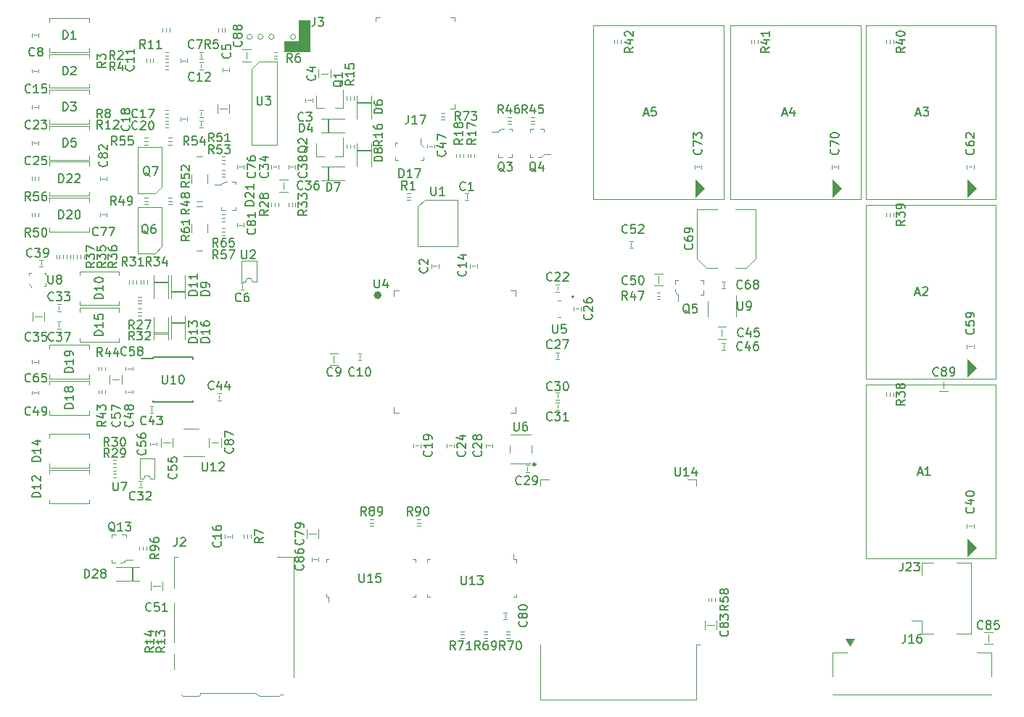
<source format=gbr>
G04 #@! TF.GenerationSoftware,KiCad,Pcbnew,(5.1.2)-1*
G04 #@! TF.CreationDate,2019-10-17T16:55:22+02:00*
G04 #@! TF.ProjectId,ovc,6f76632e-6b69-4636-9164-5f7063625858,rev?*
G04 #@! TF.SameCoordinates,Original*
G04 #@! TF.FileFunction,Legend,Top*
G04 #@! TF.FilePolarity,Positive*
%FSLAX46Y46*%
G04 Gerber Fmt 4.6, Leading zero omitted, Abs format (unit mm)*
G04 Created by KiCad (PCBNEW (5.1.2)-1) date 2019-10-17 16:55:22*
%MOMM*%
%LPD*%
G04 APERTURE LIST*
%ADD10C,0.100000*%
%ADD11C,0.120000*%
%ADD12C,0.500000*%
%ADD13C,0.200000*%
%ADD14C,0.300000*%
%ADD15C,0.150000*%
G04 APERTURE END LIST*
D10*
X162000000Y-50100000D02*
X162000000Y-50600000D01*
X162000000Y-50100000D02*
X162500000Y-50100000D01*
X171200000Y-50100000D02*
X171200000Y-50600000D01*
X171200000Y-50100000D02*
X170700000Y-50100000D01*
X171200000Y-60800000D02*
X171200000Y-60300000D01*
X171200000Y-60800000D02*
X170700000Y-60800000D01*
X162000000Y-60800000D02*
X162000000Y-60300000D01*
X162000000Y-60800000D02*
X162500000Y-60800000D01*
G36*
X231100000Y-111100000D02*
G01*
X232100000Y-112100000D01*
X231100000Y-113100000D01*
X231100000Y-111100000D01*
G37*
X231100000Y-111100000D02*
X232100000Y-112100000D01*
X231100000Y-113100000D01*
X231100000Y-111100000D01*
D11*
X219200000Y-93050000D02*
X234400000Y-93050000D01*
X219200000Y-113350000D02*
X219200000Y-93050000D01*
X234400000Y-113350000D02*
X219200000Y-113350000D01*
X234400000Y-93050000D02*
X234400000Y-113350000D01*
D10*
G36*
X231100000Y-90100000D02*
G01*
X232100000Y-91100000D01*
X231100000Y-92100000D01*
X231100000Y-90100000D01*
G37*
X231100000Y-90100000D02*
X232100000Y-91100000D01*
X231100000Y-92100000D01*
X231100000Y-90100000D01*
D11*
X219200000Y-72050000D02*
X234400000Y-72050000D01*
X219200000Y-92350000D02*
X219200000Y-72050000D01*
X234400000Y-92350000D02*
X219200000Y-92350000D01*
X234400000Y-72050000D02*
X234400000Y-92350000D01*
D10*
G36*
X231100000Y-69100000D02*
G01*
X232100000Y-70100000D01*
X231100000Y-71100000D01*
X231100000Y-69100000D01*
G37*
X231100000Y-69100000D02*
X232100000Y-70100000D01*
X231100000Y-71100000D01*
X231100000Y-69100000D01*
D11*
X219200000Y-51050000D02*
X234400000Y-51050000D01*
X219200000Y-71350000D02*
X219200000Y-51050000D01*
X234400000Y-71350000D02*
X219200000Y-71350000D01*
X234400000Y-51050000D02*
X234400000Y-71350000D01*
D10*
G36*
X215300000Y-69100000D02*
G01*
X216300000Y-70100000D01*
X215300000Y-71100000D01*
X215300000Y-69100000D01*
G37*
X215300000Y-69100000D02*
X216300000Y-70100000D01*
X215300000Y-71100000D01*
X215300000Y-69100000D01*
D11*
X203400000Y-51050000D02*
X218600000Y-51050000D01*
X203400000Y-71350000D02*
X203400000Y-51050000D01*
X218600000Y-71350000D02*
X203400000Y-71350000D01*
X218600000Y-51050000D02*
X218600000Y-71350000D01*
D10*
G36*
X199300000Y-69100000D02*
G01*
X200300000Y-70100000D01*
X199300000Y-71100000D01*
X199300000Y-69100000D01*
G37*
X199300000Y-69100000D02*
X200300000Y-70100000D01*
X199300000Y-71100000D01*
X199300000Y-69100000D01*
D11*
X187400000Y-51050000D02*
X202600000Y-51050000D01*
X187400000Y-71350000D02*
X187400000Y-51050000D01*
X202600000Y-71350000D02*
X187400000Y-71350000D01*
X202600000Y-51050000D02*
X202600000Y-71350000D01*
D10*
X121525000Y-80025000D02*
X121725000Y-80025000D01*
X123275000Y-80025000D02*
X123475000Y-80025000D01*
X123275000Y-81575000D02*
X123450000Y-81575000D01*
X123450000Y-81575000D02*
X123450000Y-81225000D01*
X121525000Y-81300000D02*
X121725000Y-81525000D01*
X121725000Y-81525000D02*
X121725000Y-81750000D01*
X121525000Y-80025000D02*
X121525000Y-80275000D01*
X123475000Y-80025000D02*
X123475000Y-80275000D01*
D11*
X166900000Y-72270000D02*
X167700000Y-71470000D01*
X167700000Y-71470000D02*
X171500000Y-71470000D01*
X171500000Y-71470000D02*
X171500000Y-76930000D01*
X171500000Y-76930000D02*
X166900000Y-76930000D01*
X166900000Y-76930000D02*
X166900000Y-72270000D01*
X172800000Y-71500000D02*
X172400000Y-71500000D01*
X172800000Y-70700000D02*
X172400000Y-70700000D01*
X172600000Y-71300000D02*
X172600000Y-70900000D01*
X168500000Y-79400000D02*
X168500000Y-79000000D01*
X169300000Y-79400000D02*
X169300000Y-79000000D01*
X168700000Y-79200000D02*
X169100000Y-79200000D01*
X154600000Y-59600000D02*
X154600000Y-60000000D01*
X153800000Y-59600000D02*
X153800000Y-60000000D01*
X154400000Y-59800000D02*
X154000000Y-59800000D01*
D10*
X155300000Y-57200000D02*
X155300000Y-56200000D01*
X156700000Y-57200000D02*
X156700000Y-56200000D01*
X155600000Y-56700000D02*
X156400000Y-56700000D01*
D11*
X144700000Y-56300000D02*
X144300000Y-56300000D01*
X144100000Y-56100000D02*
X144100000Y-56500000D01*
X144900000Y-56100000D02*
X144900000Y-56500000D01*
X141400000Y-54200000D02*
X141800000Y-54200000D01*
X141400000Y-55000000D02*
X141800000Y-55000000D01*
X141600000Y-54400000D02*
X141600000Y-54800000D01*
X122600000Y-52000000D02*
X122600000Y-52400000D01*
X121800000Y-52000000D02*
X121800000Y-52400000D01*
X122400000Y-52200000D02*
X122000000Y-52200000D01*
D10*
X157100000Y-90500000D02*
X157100000Y-89700000D01*
X157600000Y-89400000D02*
X156600000Y-89400000D01*
X157600000Y-90800000D02*
X156600000Y-90800000D01*
D11*
X160100000Y-90000000D02*
X160100000Y-89600000D01*
X160300000Y-89400000D02*
X159900000Y-89400000D01*
X160300000Y-90200000D02*
X159900000Y-90200000D01*
X140000000Y-55000000D02*
X140000000Y-55400000D01*
X139200000Y-55000000D02*
X139200000Y-55400000D01*
X139800000Y-55200000D02*
X139400000Y-55200000D01*
X141600000Y-56000000D02*
X141600000Y-55600000D01*
X141800000Y-55400000D02*
X141400000Y-55400000D01*
X141800000Y-56200000D02*
X141400000Y-56200000D01*
D10*
X144900000Y-60300000D02*
X144900000Y-61300000D01*
X143500000Y-60300000D02*
X143500000Y-61300000D01*
X144600000Y-60800000D02*
X143800000Y-60800000D01*
D11*
X173000000Y-79400000D02*
X173000000Y-79000000D01*
X173800000Y-79400000D02*
X173800000Y-79000000D01*
X173200000Y-79200000D02*
X173600000Y-79200000D01*
X122400000Y-56400000D02*
X122000000Y-56400000D01*
X121800000Y-56200000D02*
X121800000Y-56600000D01*
X122600000Y-56200000D02*
X122600000Y-56600000D01*
X144400000Y-111000000D02*
X144400000Y-110600000D01*
X145200000Y-111000000D02*
X145200000Y-110600000D01*
X144600000Y-110800000D02*
X145000000Y-110800000D01*
X141400000Y-61000000D02*
X141800000Y-61000000D01*
X141400000Y-61800000D02*
X141800000Y-61800000D01*
X141600000Y-61200000D02*
X141600000Y-61600000D01*
X140000000Y-61800000D02*
X140000000Y-62200000D01*
X139200000Y-61800000D02*
X139200000Y-62200000D01*
X139800000Y-62000000D02*
X139400000Y-62000000D01*
X167200000Y-100000000D02*
X167200000Y-100400000D01*
X166400000Y-100000000D02*
X166400000Y-100400000D01*
X167000000Y-100200000D02*
X166600000Y-100200000D01*
X141600000Y-62800000D02*
X141600000Y-62400000D01*
X141800000Y-62200000D02*
X141400000Y-62200000D01*
X141800000Y-63000000D02*
X141400000Y-63000000D01*
X183000000Y-81400000D02*
X183400000Y-81400000D01*
X183000000Y-82200000D02*
X183400000Y-82200000D01*
X183200000Y-81600000D02*
X183200000Y-82000000D01*
X122400000Y-60600000D02*
X122000000Y-60600000D01*
X121800000Y-60400000D02*
X121800000Y-60800000D01*
X122600000Y-60400000D02*
X122600000Y-60800000D01*
X170900000Y-100200000D02*
X170500000Y-100200000D01*
X170300000Y-100000000D02*
X170300000Y-100400000D01*
X171100000Y-100000000D02*
X171100000Y-100400000D01*
X122600000Y-64600000D02*
X122600000Y-65000000D01*
X121800000Y-64600000D02*
X121800000Y-65000000D01*
X122400000Y-64800000D02*
X122000000Y-64800000D01*
X185900000Y-84000000D02*
X185900000Y-84400000D01*
X185100000Y-84000000D02*
X185100000Y-84400000D01*
X185700000Y-84200000D02*
X185300000Y-84200000D01*
X183200000Y-89500000D02*
X183200000Y-89900000D01*
X183000000Y-90100000D02*
X183400000Y-90100000D01*
X183000000Y-89300000D02*
X183400000Y-89300000D01*
X175600000Y-100000000D02*
X175600000Y-100400000D01*
X174800000Y-100000000D02*
X174800000Y-100400000D01*
X175400000Y-100200000D02*
X175000000Y-100200000D01*
X179700000Y-103100000D02*
X179700000Y-102700000D01*
X179900000Y-102500000D02*
X179500000Y-102500000D01*
X179900000Y-103300000D02*
X179500000Y-103300000D01*
X183200000Y-94200000D02*
X183200000Y-94600000D01*
X183000000Y-94800000D02*
X183400000Y-94800000D01*
X183000000Y-94000000D02*
X183400000Y-94000000D01*
X183200000Y-95400000D02*
X183200000Y-95800000D01*
X183000000Y-96000000D02*
X183400000Y-96000000D01*
X183000000Y-95200000D02*
X183400000Y-95200000D01*
X124800000Y-83700000D02*
X125200000Y-83700000D01*
X124800000Y-84500000D02*
X125200000Y-84500000D01*
X125000000Y-83900000D02*
X125000000Y-84300000D01*
X150000000Y-67600000D02*
X150400000Y-67600000D01*
X150600000Y-67800000D02*
X150600000Y-67400000D01*
X149800000Y-67800000D02*
X149800000Y-67400000D01*
D10*
X123000000Y-85100000D02*
X122200000Y-85100000D01*
X121900000Y-84600000D02*
X121900000Y-85600000D01*
X123300000Y-84600000D02*
X123300000Y-85600000D01*
X151200000Y-69400000D02*
X151200000Y-70200000D01*
X150700000Y-70500000D02*
X151700000Y-70500000D01*
X150700000Y-69100000D02*
X151700000Y-69100000D01*
D11*
X125000000Y-86300000D02*
X125000000Y-85900000D01*
X125200000Y-85700000D02*
X124800000Y-85700000D01*
X125200000Y-86500000D02*
X124800000Y-86500000D01*
X152600000Y-67400000D02*
X152600000Y-67800000D01*
X151800000Y-67400000D02*
X151800000Y-67800000D01*
X152400000Y-67600000D02*
X152000000Y-67600000D01*
X122700000Y-78500000D02*
X123100000Y-78500000D01*
X122700000Y-79300000D02*
X123100000Y-79300000D01*
X122900000Y-78700000D02*
X122900000Y-79100000D01*
X231600000Y-109600000D02*
X231200000Y-109600000D01*
X231000000Y-109400000D02*
X231000000Y-109800000D01*
X231800000Y-109400000D02*
X231800000Y-109800000D01*
X136000000Y-96400000D02*
X135600000Y-96400000D01*
X136000000Y-95600000D02*
X135600000Y-95600000D01*
X135800000Y-96200000D02*
X135800000Y-95800000D01*
X143500000Y-94100000D02*
X143900000Y-94100000D01*
X143500000Y-94900000D02*
X143900000Y-94900000D01*
X143700000Y-94300000D02*
X143700000Y-94700000D01*
D10*
X202400000Y-87400000D02*
X202400000Y-86600000D01*
X202900000Y-86300000D02*
X201900000Y-86300000D01*
X202900000Y-87700000D02*
X201900000Y-87700000D01*
D11*
X202800000Y-89000000D02*
X202400000Y-89000000D01*
X202800000Y-88200000D02*
X202400000Y-88200000D01*
X202600000Y-88800000D02*
X202600000Y-88400000D01*
X168000000Y-65400000D02*
X168000000Y-65000000D01*
X168800000Y-65400000D02*
X168800000Y-65000000D01*
X168200000Y-65200000D02*
X168600000Y-65200000D01*
X133400000Y-93900000D02*
X133000000Y-93900000D01*
X132800000Y-93700000D02*
X132800000Y-94100000D01*
X133600000Y-93700000D02*
X133600000Y-94100000D01*
X122400000Y-94000000D02*
X122000000Y-94000000D01*
X121800000Y-93800000D02*
X121800000Y-94200000D01*
X122600000Y-93800000D02*
X122600000Y-94200000D01*
X191800000Y-76500000D02*
X191800000Y-76900000D01*
X191600000Y-77100000D02*
X192000000Y-77100000D01*
X191600000Y-76300000D02*
X192000000Y-76300000D01*
D10*
X136900000Y-100300000D02*
X136900000Y-99300000D01*
X138300000Y-100300000D02*
X138300000Y-99300000D01*
X137200000Y-99800000D02*
X138000000Y-99800000D01*
D11*
X135600000Y-100200000D02*
X135600000Y-99800000D01*
X136400000Y-100200000D02*
X136400000Y-99800000D01*
X135800000Y-100000000D02*
X136200000Y-100000000D01*
D10*
X131200000Y-92500000D02*
X132000000Y-92500000D01*
X132300000Y-93000000D02*
X132300000Y-92000000D01*
X130900000Y-93000000D02*
X130900000Y-92000000D01*
D11*
X133600000Y-91000000D02*
X133600000Y-91400000D01*
X132800000Y-91000000D02*
X132800000Y-91400000D01*
X133400000Y-91200000D02*
X133000000Y-91200000D01*
X231800000Y-88400000D02*
X231800000Y-88800000D01*
X231000000Y-88400000D02*
X231000000Y-88800000D01*
X231600000Y-88600000D02*
X231200000Y-88600000D01*
X231800000Y-67400000D02*
X231800000Y-67800000D01*
X231000000Y-67400000D02*
X231000000Y-67800000D01*
X231600000Y-67600000D02*
X231200000Y-67600000D01*
X121800000Y-90600000D02*
X121800000Y-90200000D01*
X122600000Y-90600000D02*
X122600000Y-90200000D01*
X122000000Y-90400000D02*
X122400000Y-90400000D01*
X202600000Y-81600000D02*
X202600000Y-81200000D01*
X202800000Y-81000000D02*
X202400000Y-81000000D01*
X202800000Y-81800000D02*
X202400000Y-81800000D01*
X205245563Y-79410000D02*
X206310000Y-78345563D01*
X200554437Y-79410000D02*
X199490000Y-78345563D01*
X200554437Y-79410000D02*
X201840000Y-79410000D01*
X205245563Y-79410000D02*
X203960000Y-79410000D01*
X206310000Y-78345563D02*
X206310000Y-72590000D01*
X199490000Y-78345563D02*
X199490000Y-72590000D01*
X199490000Y-72590000D02*
X201840000Y-72590000D01*
X206310000Y-72590000D02*
X203960000Y-72590000D01*
X215800000Y-67600000D02*
X215400000Y-67600000D01*
X215200000Y-67400000D02*
X215200000Y-67800000D01*
X216000000Y-67400000D02*
X216000000Y-67800000D01*
X199800000Y-67600000D02*
X199400000Y-67600000D01*
X199200000Y-67400000D02*
X199200000Y-67800000D01*
X200000000Y-67400000D02*
X200000000Y-67800000D01*
X146600000Y-67400000D02*
X146600000Y-67800000D01*
X145800000Y-67400000D02*
X145800000Y-67800000D01*
X146400000Y-67600000D02*
X146000000Y-67600000D01*
X130600000Y-73000000D02*
X130600000Y-73400000D01*
X129800000Y-73000000D02*
X129800000Y-73400000D01*
X130400000Y-73200000D02*
X130000000Y-73200000D01*
D10*
X154200000Y-110500000D02*
X155000000Y-110500000D01*
X155300000Y-111000000D02*
X155300000Y-110000000D01*
X153900000Y-111000000D02*
X153900000Y-110000000D01*
D11*
X177100000Y-120300000D02*
X177100000Y-119900000D01*
X177300000Y-119700000D02*
X176900000Y-119700000D01*
X177300000Y-120500000D02*
X176900000Y-120500000D01*
X146000000Y-74400000D02*
X146400000Y-74400000D01*
X146600000Y-74600000D02*
X146600000Y-74200000D01*
X145800000Y-74600000D02*
X145800000Y-74200000D01*
X130400000Y-69000000D02*
X130000000Y-69000000D01*
X129800000Y-68800000D02*
X129800000Y-69200000D01*
X130600000Y-68800000D02*
X130600000Y-69200000D01*
D10*
X201800000Y-120700000D02*
X201800000Y-121700000D01*
X200400000Y-120700000D02*
X200400000Y-121700000D01*
X201500000Y-121200000D02*
X200700000Y-121200000D01*
X233500000Y-122300000D02*
X233500000Y-123100000D01*
X233000000Y-123400000D02*
X234000000Y-123400000D01*
X233000000Y-122000000D02*
X234000000Y-122000000D01*
D11*
X155300000Y-113300000D02*
X155300000Y-113700000D01*
X154500000Y-113300000D02*
X154500000Y-113700000D01*
X155100000Y-113500000D02*
X154700000Y-113500000D01*
X134300000Y-104300000D02*
X134700000Y-104300000D01*
X134300000Y-105100000D02*
X134700000Y-105100000D01*
X134500000Y-104500000D02*
X134500000Y-104900000D01*
D10*
X128500000Y-54180000D02*
X128500000Y-53700000D01*
X128500000Y-50220000D02*
X128500000Y-50700000D01*
X123900000Y-50220000D02*
X123900000Y-50700000D01*
X123900000Y-54180000D02*
X123900000Y-53700000D01*
X123900000Y-54180000D02*
X128500000Y-54180000D01*
X123900000Y-50220000D02*
X128500000Y-50220000D01*
X123900000Y-54420000D02*
X128500000Y-54420000D01*
X123900000Y-58380000D02*
X128500000Y-58380000D01*
X123900000Y-58380000D02*
X123900000Y-57900000D01*
X123900000Y-54420000D02*
X123900000Y-54900000D01*
X128500000Y-54420000D02*
X128500000Y-54900000D01*
X128500000Y-58380000D02*
X128500000Y-57900000D01*
X128500000Y-62580000D02*
X128500000Y-62100000D01*
X128500000Y-58620000D02*
X128500000Y-59100000D01*
X123900000Y-58620000D02*
X123900000Y-59100000D01*
X123900000Y-62580000D02*
X123900000Y-62100000D01*
X123900000Y-62580000D02*
X128500000Y-62580000D01*
X123900000Y-58620000D02*
X128500000Y-58620000D01*
D11*
X155650000Y-61975000D02*
X158350000Y-61975000D01*
X155650000Y-63625000D02*
X158350000Y-63625000D01*
X156400000Y-62000000D02*
X156400000Y-63600000D01*
X156500000Y-62000000D02*
X156500000Y-63600000D01*
D10*
X123900000Y-62820000D02*
X128500000Y-62820000D01*
X123900000Y-66780000D02*
X128500000Y-66780000D01*
X123900000Y-66780000D02*
X123900000Y-66300000D01*
X123900000Y-62820000D02*
X123900000Y-63300000D01*
X128500000Y-62820000D02*
X128500000Y-63300000D01*
X128500000Y-66780000D02*
X128500000Y-66300000D01*
D11*
X161400000Y-60100000D02*
X159800000Y-60100000D01*
X161400000Y-60000000D02*
X159800000Y-60000000D01*
X159775000Y-59250000D02*
X159775000Y-61950000D01*
X161425000Y-59250000D02*
X161425000Y-61950000D01*
X155650000Y-67575000D02*
X158350000Y-67575000D01*
X155650000Y-69225000D02*
X158350000Y-69225000D01*
X156400000Y-67600000D02*
X156400000Y-69200000D01*
X156500000Y-67600000D02*
X156500000Y-69200000D01*
X161400000Y-65700000D02*
X159800000Y-65700000D01*
X161400000Y-65600000D02*
X159800000Y-65600000D01*
X159775000Y-64850000D02*
X159775000Y-67550000D01*
X161425000Y-64850000D02*
X161425000Y-67550000D01*
X137700000Y-81100000D02*
X136100000Y-81100000D01*
X137700000Y-81000000D02*
X136100000Y-81000000D01*
X136075000Y-80250000D02*
X136075000Y-82950000D01*
X137725000Y-80250000D02*
X137725000Y-82950000D01*
D10*
X127400000Y-79820000D02*
X132000000Y-79820000D01*
X127400000Y-83780000D02*
X132000000Y-83780000D01*
X127400000Y-83780000D02*
X127400000Y-83300000D01*
X127400000Y-79820000D02*
X127400000Y-80300000D01*
X132000000Y-79820000D02*
X132000000Y-80300000D01*
X132000000Y-83780000D02*
X132000000Y-83300000D01*
D11*
X138075000Y-82950000D02*
X138075000Y-80250000D01*
X139725000Y-82950000D02*
X139725000Y-80250000D01*
X138100000Y-82200000D02*
X139700000Y-82200000D01*
X138100000Y-82100000D02*
X139700000Y-82100000D01*
X136100000Y-87000000D02*
X137700000Y-87000000D01*
X136100000Y-87100000D02*
X137700000Y-87100000D01*
X137725000Y-87850000D02*
X137725000Y-85150000D01*
X136075000Y-87850000D02*
X136075000Y-85150000D01*
D10*
X132000000Y-88080000D02*
X132000000Y-87600000D01*
X132000000Y-84120000D02*
X132000000Y-84600000D01*
X127400000Y-84120000D02*
X127400000Y-84600000D01*
X127400000Y-88080000D02*
X127400000Y-87600000D01*
X127400000Y-88080000D02*
X132000000Y-88080000D01*
X127400000Y-84120000D02*
X132000000Y-84120000D01*
D11*
X139725000Y-85050000D02*
X139725000Y-87750000D01*
X138075000Y-85050000D02*
X138075000Y-87750000D01*
X139700000Y-85800000D02*
X138100000Y-85800000D01*
X139700000Y-85900000D02*
X138100000Y-85900000D01*
D10*
X167550000Y-65300000D02*
X167225000Y-64975000D01*
X167225000Y-64975000D02*
X167225000Y-64275000D01*
X167200000Y-66800000D02*
X167550000Y-66800000D01*
X167550000Y-66800000D02*
X167550000Y-66450000D01*
X164250000Y-65125000D02*
X164250000Y-64800000D01*
X164250000Y-64800000D02*
X164550000Y-64800000D01*
X164600000Y-66800000D02*
X164250000Y-66800000D01*
X164250000Y-66800000D02*
X164250000Y-66500000D01*
X128500000Y-96580000D02*
X128500000Y-96100000D01*
X128500000Y-92620000D02*
X128500000Y-93100000D01*
X123900000Y-92620000D02*
X123900000Y-93100000D01*
X123900000Y-96580000D02*
X123900000Y-96100000D01*
X123900000Y-96580000D02*
X128500000Y-96580000D01*
X123900000Y-92620000D02*
X128500000Y-92620000D01*
X123900000Y-88420000D02*
X128500000Y-88420000D01*
X123900000Y-92380000D02*
X128500000Y-92380000D01*
X123900000Y-92380000D02*
X123900000Y-91900000D01*
X123900000Y-88420000D02*
X123900000Y-88900000D01*
X128500000Y-88420000D02*
X128500000Y-88900000D01*
X128500000Y-92380000D02*
X128500000Y-91900000D01*
X123900000Y-71220000D02*
X128500000Y-71220000D01*
X123900000Y-75180000D02*
X128500000Y-75180000D01*
X123900000Y-75180000D02*
X123900000Y-74700000D01*
X123900000Y-71220000D02*
X123900000Y-71700000D01*
X128500000Y-71220000D02*
X128500000Y-71700000D01*
X128500000Y-75180000D02*
X128500000Y-74700000D01*
X144625000Y-69350000D02*
X144350000Y-69350000D01*
X144350000Y-69350000D02*
X143975000Y-69625000D01*
X143975000Y-69625000D02*
X143975000Y-69675000D01*
X143975000Y-69675000D02*
X143200000Y-69675000D01*
X144450000Y-72650000D02*
X143975000Y-72650000D01*
X143975000Y-72650000D02*
X143975000Y-72300000D01*
X145625000Y-72425000D02*
X145625000Y-72300000D01*
X145625000Y-72350000D02*
X145625000Y-72650000D01*
X145625000Y-72650000D02*
X145175000Y-72650000D01*
X145250000Y-69350000D02*
X145625000Y-69350000D01*
X145625000Y-69350000D02*
X145625000Y-69650000D01*
X128500000Y-70980000D02*
X128500000Y-70500000D01*
X128500000Y-67020000D02*
X128500000Y-67500000D01*
X123900000Y-67020000D02*
X123900000Y-67500000D01*
X123900000Y-70980000D02*
X123900000Y-70500000D01*
X123900000Y-70980000D02*
X128500000Y-70980000D01*
X123900000Y-67020000D02*
X128500000Y-67020000D01*
X128500000Y-106980000D02*
X128500000Y-106500000D01*
X128500000Y-103020000D02*
X128500000Y-103500000D01*
X123900000Y-103020000D02*
X123900000Y-103500000D01*
X123900000Y-106980000D02*
X123900000Y-106500000D01*
X123900000Y-106980000D02*
X128500000Y-106980000D01*
X123900000Y-103020000D02*
X128500000Y-103020000D01*
X123900000Y-98820000D02*
X128500000Y-98820000D01*
X123900000Y-102780000D02*
X128500000Y-102780000D01*
X123900000Y-102780000D02*
X123900000Y-102300000D01*
X123900000Y-98820000D02*
X123900000Y-99300000D01*
X128500000Y-98820000D02*
X128500000Y-99300000D01*
X128500000Y-102780000D02*
X128500000Y-102300000D01*
D11*
X148405000Y-129485000D02*
X147895000Y-129135000D01*
X150915000Y-129285000D02*
X151175000Y-129285000D01*
X150715000Y-129485000D02*
X150915000Y-129285000D01*
X141315000Y-129485000D02*
X141525000Y-129285000D01*
X141525000Y-129135000D02*
X141525000Y-129285000D01*
X141525000Y-129135000D02*
X147895000Y-129135000D01*
X138425000Y-124525000D02*
X138425000Y-126325000D01*
X138425000Y-118525000D02*
X138425000Y-123225000D01*
X139455000Y-129485000D02*
X139255000Y-129285000D01*
X139455000Y-129485000D02*
X141315000Y-129485000D01*
X150715000Y-129485000D02*
X148405000Y-129485000D01*
X138425000Y-113215000D02*
X138425000Y-116825000D01*
X138875000Y-113215000D02*
X138425000Y-113215000D01*
X152395000Y-113215000D02*
X152395000Y-127225000D01*
X150475000Y-113215000D02*
X152395000Y-113215000D01*
D10*
X150100000Y-52400000D02*
G75*
G03X150100000Y-52400000I-300000J0D01*
G01*
X148830000Y-52400000D02*
G75*
G03X148830000Y-52400000I-300000J0D01*
G01*
X147560000Y-52400000D02*
G75*
G03X147560000Y-52400000I-300000J0D01*
G01*
X152640000Y-52400000D02*
G75*
G03X152640000Y-52400000I-300000J0D01*
G01*
G36*
X153000000Y-50500000D02*
G01*
X154300000Y-50500000D01*
X154300000Y-54100000D01*
X151300000Y-54100000D01*
X151300000Y-52900000D01*
X153000000Y-52900000D01*
X153000000Y-50500000D01*
G37*
X153000000Y-50500000D02*
X154300000Y-50500000D01*
X154300000Y-54100000D01*
X151300000Y-54100000D01*
X151300000Y-52900000D01*
X153000000Y-52900000D01*
X153000000Y-50500000D01*
D11*
X233850000Y-124400000D02*
X233850000Y-127200000D01*
X215350000Y-124400000D02*
X215350000Y-127200000D01*
X215350000Y-129300000D02*
X233850000Y-129300000D01*
X215350000Y-124400000D02*
X217000000Y-124400000D01*
X233850000Y-124400000D02*
X232200000Y-124400000D01*
D10*
G36*
X217350000Y-123600000D02*
G01*
X216850000Y-122800000D01*
X217850000Y-122800000D01*
X217350000Y-123600000D01*
G37*
X217350000Y-123600000D02*
X216850000Y-122800000D01*
X217850000Y-122800000D01*
X217350000Y-123600000D01*
D11*
X225700000Y-120660000D02*
X225700000Y-122150000D01*
X225700000Y-122150000D02*
X227040000Y-122150000D01*
X225700000Y-115340000D02*
X225700000Y-113850000D01*
X225700000Y-113850000D02*
X227040000Y-113850000D01*
X229760000Y-122150000D02*
X231500000Y-122150000D01*
X231500000Y-122150000D02*
X231500000Y-113850000D01*
X231500000Y-113850000D02*
X229760000Y-113850000D01*
X225700000Y-120660000D02*
X224500000Y-120660000D01*
X155020000Y-60760000D02*
X155020000Y-59300000D01*
X158180000Y-60760000D02*
X158180000Y-58600000D01*
X158180000Y-60760000D02*
X157250000Y-60760000D01*
X155020000Y-60760000D02*
X155950000Y-60760000D01*
X155020000Y-66360000D02*
X155950000Y-66360000D01*
X158180000Y-66360000D02*
X157250000Y-66360000D01*
X158180000Y-66360000D02*
X158180000Y-64200000D01*
X155020000Y-66360000D02*
X155020000Y-64900000D01*
D10*
X177925000Y-63150000D02*
X177925000Y-63450000D01*
X177550000Y-63150000D02*
X177925000Y-63150000D01*
X177925000Y-66450000D02*
X177475000Y-66450000D01*
X177925000Y-66150000D02*
X177925000Y-66450000D01*
X177925000Y-66225000D02*
X177925000Y-66100000D01*
X176275000Y-66450000D02*
X176275000Y-66100000D01*
X176750000Y-66450000D02*
X176275000Y-66450000D01*
X176275000Y-63475000D02*
X175500000Y-63475000D01*
X176275000Y-63425000D02*
X176275000Y-63475000D01*
X176650000Y-63150000D02*
X176275000Y-63425000D01*
X176925000Y-63150000D02*
X176650000Y-63150000D01*
X180975000Y-66450000D02*
X181250000Y-66450000D01*
X181250000Y-66450000D02*
X181625000Y-66175000D01*
X181625000Y-66175000D02*
X181625000Y-66125000D01*
X181625000Y-66125000D02*
X182400000Y-66125000D01*
X181150000Y-63150000D02*
X181625000Y-63150000D01*
X181625000Y-63150000D02*
X181625000Y-63500000D01*
X179975000Y-63375000D02*
X179975000Y-63500000D01*
X179975000Y-63450000D02*
X179975000Y-63150000D01*
X179975000Y-63150000D02*
X180425000Y-63150000D01*
X180350000Y-66450000D02*
X179975000Y-66450000D01*
X179975000Y-66450000D02*
X179975000Y-66150000D01*
X196950000Y-80875000D02*
X197250000Y-80875000D01*
X196950000Y-81250000D02*
X196950000Y-80875000D01*
X200250000Y-80875000D02*
X200250000Y-81325000D01*
X199950000Y-80875000D02*
X200250000Y-80875000D01*
X200025000Y-80875000D02*
X199900000Y-80875000D01*
X200250000Y-82525000D02*
X199900000Y-82525000D01*
X200250000Y-82050000D02*
X200250000Y-82525000D01*
X197275000Y-82525000D02*
X197275000Y-83300000D01*
X197225000Y-82525000D02*
X197275000Y-82525000D01*
X196950000Y-82150000D02*
X197225000Y-82525000D01*
X196950000Y-81875000D02*
X196950000Y-82150000D01*
D11*
X137025000Y-76905000D02*
X136225000Y-77705000D01*
X136225000Y-77705000D02*
X134175000Y-77705000D01*
X134175000Y-77705000D02*
X134175000Y-72295000D01*
X134175000Y-72295000D02*
X137025000Y-72295000D01*
X137025000Y-72295000D02*
X137025000Y-76905000D01*
X137025000Y-65295000D02*
X137025000Y-69905000D01*
X134175000Y-65295000D02*
X137025000Y-65295000D01*
X134175000Y-70705000D02*
X134175000Y-65295000D01*
X136225000Y-70705000D02*
X134175000Y-70705000D01*
X137025000Y-69905000D02*
X136225000Y-70705000D01*
X165600000Y-70700000D02*
X166000000Y-70700000D01*
X165600000Y-71500000D02*
X166000000Y-71500000D01*
X165600000Y-71100000D02*
X166000000Y-71100000D01*
X137800000Y-54600000D02*
X137400000Y-54600000D01*
X137800000Y-54200000D02*
X137400000Y-54200000D01*
X137800000Y-55000000D02*
X137400000Y-55000000D01*
X136000000Y-55000000D02*
X136000000Y-55400000D01*
X135200000Y-55000000D02*
X135200000Y-55400000D01*
X135600000Y-55000000D02*
X135600000Y-55400000D01*
X137800000Y-56200000D02*
X137400000Y-56200000D01*
X137800000Y-55400000D02*
X137400000Y-55400000D01*
X137800000Y-55800000D02*
X137400000Y-55800000D01*
X143600000Y-51800000D02*
X143600000Y-51400000D01*
X144400000Y-51800000D02*
X144400000Y-51400000D01*
X144000000Y-51800000D02*
X144000000Y-51400000D01*
X150100000Y-54600000D02*
X150500000Y-54600000D01*
X150100000Y-55000000D02*
X150500000Y-55000000D01*
X150100000Y-54200000D02*
X150500000Y-54200000D01*
X137800000Y-61400000D02*
X137400000Y-61400000D01*
X137800000Y-61000000D02*
X137400000Y-61000000D01*
X137800000Y-61800000D02*
X137400000Y-61800000D01*
X147000000Y-111000000D02*
X147000000Y-110600000D01*
X147400000Y-111000000D02*
X147400000Y-110600000D01*
X146600000Y-111000000D02*
X146600000Y-110600000D01*
X137500000Y-51800000D02*
X137500000Y-51400000D01*
X137900000Y-51800000D02*
X137900000Y-51400000D01*
X137100000Y-51800000D02*
X137100000Y-51400000D01*
X137800000Y-63000000D02*
X137400000Y-63000000D01*
X137800000Y-62200000D02*
X137400000Y-62200000D01*
X137800000Y-62600000D02*
X137400000Y-62600000D01*
X136000000Y-122900000D02*
X136000000Y-123300000D01*
X135200000Y-122900000D02*
X135200000Y-123300000D01*
X135600000Y-122900000D02*
X135600000Y-123300000D01*
X136900000Y-123300000D02*
X136900000Y-122900000D01*
X137300000Y-123300000D02*
X137300000Y-122900000D01*
X136500000Y-123300000D02*
X136500000Y-122900000D01*
X159000000Y-59800000D02*
X159000000Y-59400000D01*
X159400000Y-59800000D02*
X159400000Y-59400000D01*
X158600000Y-59800000D02*
X158600000Y-59400000D01*
X159000000Y-65400000D02*
X159000000Y-65000000D01*
X159400000Y-65400000D02*
X159400000Y-65000000D01*
X158600000Y-65400000D02*
X158600000Y-65000000D01*
X173100000Y-66100000D02*
X173100000Y-66500000D01*
X172700000Y-66100000D02*
X172700000Y-66500000D01*
X173500000Y-66100000D02*
X173500000Y-66500000D01*
X172200000Y-66100000D02*
X172200000Y-66500000D01*
X171400000Y-66100000D02*
X171400000Y-66500000D01*
X171800000Y-66100000D02*
X171800000Y-66500000D01*
X134600000Y-83200000D02*
X134200000Y-83200000D01*
X134600000Y-82800000D02*
X134200000Y-82800000D01*
X134600000Y-83600000D02*
X134200000Y-83600000D01*
X150200000Y-71800000D02*
X150200000Y-72200000D01*
X149800000Y-71800000D02*
X149800000Y-72200000D01*
X150600000Y-71800000D02*
X150600000Y-72200000D01*
X133600000Y-80900000D02*
X133600000Y-81300000D01*
X133200000Y-80900000D02*
X133200000Y-81300000D01*
X134000000Y-80900000D02*
X134000000Y-81300000D01*
X134600000Y-85000000D02*
X134200000Y-85000000D01*
X134600000Y-84200000D02*
X134200000Y-84200000D01*
X134600000Y-84600000D02*
X134200000Y-84600000D01*
X152600000Y-71800000D02*
X152600000Y-72200000D01*
X151800000Y-71800000D02*
X151800000Y-72200000D01*
X152200000Y-71800000D02*
X152200000Y-72200000D01*
X134900000Y-81300000D02*
X134900000Y-80900000D01*
X135300000Y-81300000D02*
X135300000Y-80900000D01*
X134500000Y-81300000D02*
X134500000Y-80900000D01*
X126300000Y-77900000D02*
X126300000Y-78300000D01*
X125900000Y-77900000D02*
X125900000Y-78300000D01*
X126700000Y-77900000D02*
X126700000Y-78300000D01*
X127500000Y-77900000D02*
X127500000Y-78300000D01*
X127100000Y-77900000D02*
X127100000Y-78300000D01*
X127900000Y-77900000D02*
X127900000Y-78300000D01*
X125100000Y-77900000D02*
X125100000Y-78300000D01*
X124700000Y-77900000D02*
X124700000Y-78300000D01*
X125500000Y-77900000D02*
X125500000Y-78300000D01*
X222000000Y-94000000D02*
X222000000Y-94400000D01*
X221600000Y-94000000D02*
X221600000Y-94400000D01*
X222400000Y-94000000D02*
X222400000Y-94400000D01*
X222400000Y-73000000D02*
X222400000Y-73400000D01*
X221600000Y-73000000D02*
X221600000Y-73400000D01*
X222000000Y-73000000D02*
X222000000Y-73400000D01*
X222400000Y-52800000D02*
X222400000Y-53200000D01*
X221600000Y-52800000D02*
X221600000Y-53200000D01*
X222000000Y-52800000D02*
X222000000Y-53200000D01*
X206600000Y-52800000D02*
X206600000Y-53200000D01*
X205800000Y-52800000D02*
X205800000Y-53200000D01*
X206200000Y-52800000D02*
X206200000Y-53200000D01*
X190200000Y-52800000D02*
X190200000Y-53200000D01*
X189800000Y-52800000D02*
X189800000Y-53200000D01*
X190600000Y-52800000D02*
X190600000Y-53200000D01*
X129600000Y-94100000D02*
X129600000Y-93700000D01*
X130400000Y-94100000D02*
X130400000Y-93700000D01*
X130000000Y-94100000D02*
X130000000Y-93700000D01*
X130000000Y-91000000D02*
X130000000Y-91400000D01*
X129600000Y-91000000D02*
X129600000Y-91400000D01*
X130400000Y-91000000D02*
X130400000Y-91400000D01*
X180100000Y-61800000D02*
X180500000Y-61800000D01*
X180100000Y-62600000D02*
X180500000Y-62600000D01*
X180100000Y-62200000D02*
X180500000Y-62200000D01*
X177800000Y-62200000D02*
X177400000Y-62200000D01*
X177800000Y-61800000D02*
X177400000Y-61800000D01*
X177800000Y-62600000D02*
X177400000Y-62600000D01*
X195200000Y-82700000D02*
X194800000Y-82700000D01*
X195200000Y-82300000D02*
X194800000Y-82300000D01*
X195200000Y-83100000D02*
X194800000Y-83100000D01*
X138200000Y-71600000D02*
X137800000Y-71600000D01*
X138200000Y-71200000D02*
X137800000Y-71200000D01*
X138200000Y-72000000D02*
X137800000Y-72000000D01*
X135400000Y-72000000D02*
X135000000Y-72000000D01*
X135400000Y-71200000D02*
X135000000Y-71200000D01*
X135400000Y-71600000D02*
X135000000Y-71600000D01*
X122600000Y-73000000D02*
X122600000Y-73400000D01*
X121800000Y-73000000D02*
X121800000Y-73400000D01*
X122200000Y-73000000D02*
X122200000Y-73400000D01*
X144400000Y-67200000D02*
X144000000Y-67200000D01*
X144400000Y-66400000D02*
X144000000Y-66400000D01*
X144400000Y-66800000D02*
X144000000Y-66800000D01*
X144400000Y-68400000D02*
X144000000Y-68400000D01*
X144400000Y-68000000D02*
X144000000Y-68000000D01*
X144400000Y-68800000D02*
X144000000Y-68800000D01*
X138200000Y-64600000D02*
X137800000Y-64600000D01*
X138200000Y-64200000D02*
X137800000Y-64200000D01*
X138200000Y-65000000D02*
X137800000Y-65000000D01*
X135400000Y-65000000D02*
X135000000Y-65000000D01*
X135400000Y-64200000D02*
X135000000Y-64200000D01*
X135400000Y-64600000D02*
X135000000Y-64600000D01*
X122600000Y-68800000D02*
X122600000Y-69200000D01*
X121800000Y-68800000D02*
X121800000Y-69200000D01*
X122200000Y-68800000D02*
X122200000Y-69200000D01*
X144400000Y-75600000D02*
X144000000Y-75600000D01*
X144400000Y-74800000D02*
X144000000Y-74800000D01*
X144400000Y-75200000D02*
X144000000Y-75200000D01*
X200800000Y-118400000D02*
X200800000Y-118000000D01*
X201600000Y-118400000D02*
X201600000Y-118000000D01*
X201200000Y-118400000D02*
X201200000Y-118000000D01*
X144400000Y-73600000D02*
X144000000Y-73600000D01*
X144400000Y-73200000D02*
X144000000Y-73200000D01*
X144400000Y-74000000D02*
X144000000Y-74000000D01*
X174600000Y-121900000D02*
X175000000Y-121900000D01*
X174600000Y-122700000D02*
X175000000Y-122700000D01*
X174600000Y-122300000D02*
X175000000Y-122300000D01*
X177200000Y-122300000D02*
X177600000Y-122300000D01*
X177200000Y-122700000D02*
X177600000Y-122700000D01*
X177200000Y-121900000D02*
X177600000Y-121900000D01*
X172300000Y-122700000D02*
X171900000Y-122700000D01*
X172300000Y-121900000D02*
X171900000Y-121900000D01*
X172300000Y-122300000D02*
X171900000Y-122300000D01*
X169600000Y-61700000D02*
X170000000Y-61700000D01*
X169600000Y-62100000D02*
X170000000Y-62100000D01*
X169600000Y-61300000D02*
X170000000Y-61300000D01*
X131300000Y-103500000D02*
X131700000Y-103500000D01*
X131300000Y-103900000D02*
X131700000Y-103900000D01*
X131300000Y-103100000D02*
X131700000Y-103100000D01*
X131300000Y-101900000D02*
X131700000Y-101900000D01*
X131300000Y-102700000D02*
X131700000Y-102700000D01*
X131300000Y-102300000D02*
X131700000Y-102300000D01*
X161300000Y-108800000D02*
X161700000Y-108800000D01*
X161300000Y-109600000D02*
X161700000Y-109600000D01*
X161300000Y-109200000D02*
X161700000Y-109200000D01*
X167200000Y-109200000D02*
X166800000Y-109200000D01*
X167200000Y-108800000D02*
X166800000Y-108800000D01*
X167200000Y-109600000D02*
X166800000Y-109600000D01*
X148050000Y-81000000D02*
X147600000Y-81000000D01*
X146800000Y-81000000D02*
X146350000Y-81000000D01*
X146350000Y-81000000D02*
X146350000Y-78600000D01*
X146350000Y-78600000D02*
X148050000Y-78600000D01*
X148050000Y-78600000D02*
X148050000Y-81000000D01*
X147600000Y-81000000D02*
G75*
G03X146800000Y-81000000I-400000J0D01*
G01*
X147500000Y-56125000D02*
X148300000Y-55325000D01*
X148300000Y-55325000D02*
X150500000Y-55325000D01*
X150500000Y-55325000D02*
X150500000Y-65075000D01*
X150500000Y-65075000D02*
X147500000Y-65075000D01*
X147500000Y-65075000D02*
X147500000Y-56125000D01*
X164700000Y-82050000D02*
X164050000Y-82050000D01*
X164050000Y-82050000D02*
X164050000Y-82700000D01*
X177700000Y-82050000D02*
X178350000Y-82050000D01*
X178350000Y-82050000D02*
X178350000Y-82700000D01*
X164700000Y-96350000D02*
X164050000Y-96350000D01*
X164050000Y-96350000D02*
X164050000Y-95700000D01*
X177700000Y-96350000D02*
X178350000Y-96350000D01*
X178350000Y-96350000D02*
X178350000Y-95700000D01*
D12*
X162400000Y-82600000D02*
G75*
G03X162400000Y-82600000I-200000J0D01*
G01*
D13*
X185100000Y-82800000D02*
G75*
G03X185100000Y-82800000I-100000J0D01*
G01*
D11*
X183600000Y-83200000D02*
X183200000Y-83200000D01*
X183600000Y-85200000D02*
X183200000Y-85200000D01*
D14*
X180600000Y-102400000D02*
G75*
G03X180600000Y-102400000I-100000J0D01*
G01*
D10*
X177700000Y-98900000D02*
X180100000Y-98900000D01*
X177700000Y-102300000D02*
X180100000Y-102300000D01*
X180150000Y-101000000D02*
X180150000Y-100200000D01*
X177650000Y-101000000D02*
X177650000Y-100200000D01*
D11*
X204010000Y-85100000D02*
X204010000Y-82650000D01*
X200790000Y-83300000D02*
X200790000Y-85100000D01*
D15*
X135975000Y-89875000D02*
X135975000Y-90000000D01*
X140625000Y-89875000D02*
X140625000Y-90100000D01*
X140625000Y-95125000D02*
X140625000Y-94900000D01*
X135975000Y-95125000D02*
X135975000Y-94900000D01*
X135975000Y-89875000D02*
X140625000Y-89875000D01*
X135975000Y-95125000D02*
X140625000Y-95125000D01*
X135975000Y-90000000D02*
X134625000Y-90000000D01*
D11*
X141300000Y-98190000D02*
X139500000Y-98190000D01*
X139500000Y-101410000D02*
X141950000Y-101410000D01*
X199420000Y-104900000D02*
X199420000Y-104120000D01*
X199420000Y-104120000D02*
X198420000Y-104120000D01*
X181180000Y-104900000D02*
X181180000Y-104120000D01*
X181180000Y-104120000D02*
X182180000Y-104120000D01*
X199420000Y-129865000D02*
X181180000Y-129865000D01*
X181180000Y-129865000D02*
X181180000Y-123445000D01*
X199420000Y-129865000D02*
X199420000Y-123445000D01*
X199420000Y-123445000D02*
X199800000Y-123445000D01*
X135700000Y-104100000D02*
G75*
G03X134900000Y-104100000I-400000J0D01*
G01*
X136150000Y-101700000D02*
X136150000Y-104100000D01*
X134450000Y-101700000D02*
X136150000Y-101700000D01*
X134450000Y-104100000D02*
X134450000Y-101700000D01*
X134900000Y-104100000D02*
X134450000Y-104100000D01*
X136150000Y-104100000D02*
X135700000Y-104100000D01*
D10*
X142300000Y-69000000D02*
X142300000Y-69500000D01*
X142300000Y-69000000D02*
X142300000Y-68500000D01*
X140500000Y-69000000D02*
X140500000Y-69500000D01*
X140500000Y-69000000D02*
X140500000Y-68500000D01*
X141700000Y-66400000D02*
X141100000Y-66400000D01*
X141700000Y-71600000D02*
X141100000Y-71600000D01*
X141100000Y-72200000D02*
X141700000Y-72200000D01*
X141100000Y-77400000D02*
X141700000Y-77400000D01*
X142300000Y-74800000D02*
X142300000Y-75300000D01*
X142300000Y-74800000D02*
X142300000Y-74300000D01*
X140500000Y-74800000D02*
X140500000Y-75300000D01*
X140500000Y-74800000D02*
X140500000Y-74300000D01*
D11*
X146200000Y-81200000D02*
X146600000Y-81200000D01*
X146200000Y-82000000D02*
X146600000Y-82000000D01*
X146400000Y-81400000D02*
X146400000Y-81800000D01*
D10*
X178100000Y-117900000D02*
X178400000Y-117900000D01*
X178100000Y-113500000D02*
X178100000Y-112900000D01*
X178400000Y-113500000D02*
X178100000Y-113500000D01*
X178400000Y-113900000D02*
X178400000Y-113500000D01*
X168000000Y-113500000D02*
X168000000Y-113800000D01*
X168300000Y-113500000D02*
X168000000Y-113500000D01*
X178400000Y-117900000D02*
X178400000Y-117600000D01*
X168000000Y-117900000D02*
X168300000Y-117900000D01*
X168000000Y-117900000D02*
X168000000Y-117600000D01*
X166600000Y-113500000D02*
X166600000Y-113800000D01*
X166600000Y-113500000D02*
X166300000Y-113500000D01*
X156200000Y-113500000D02*
X156200000Y-113800000D01*
X166300000Y-117900000D02*
X166600000Y-117900000D01*
X166600000Y-117900000D02*
X166600000Y-117600000D01*
X156200000Y-117500000D02*
X156200000Y-117900000D01*
X156200000Y-117900000D02*
X156500000Y-117900000D01*
X156500000Y-117900000D02*
X156500000Y-118500000D01*
X156500000Y-113500000D02*
X156200000Y-113500000D01*
X195500000Y-81500000D02*
X194500000Y-81500000D01*
X195500000Y-80100000D02*
X194500000Y-80100000D01*
X195000000Y-81200000D02*
X195000000Y-80400000D01*
D11*
X134350000Y-116025000D02*
X131650000Y-116025000D01*
X134350000Y-114375000D02*
X131650000Y-114375000D01*
X133600000Y-116000000D02*
X133600000Y-114400000D01*
X133500000Y-116000000D02*
X133500000Y-114400000D01*
D10*
X132175000Y-113850000D02*
X132450000Y-113850000D01*
X132450000Y-113850000D02*
X132825000Y-113575000D01*
X132825000Y-113575000D02*
X132825000Y-113525000D01*
X132825000Y-113525000D02*
X133600000Y-113525000D01*
X132350000Y-110550000D02*
X132825000Y-110550000D01*
X132825000Y-110550000D02*
X132825000Y-110900000D01*
X131175000Y-110775000D02*
X131175000Y-110900000D01*
X131175000Y-110850000D02*
X131175000Y-110550000D01*
X131175000Y-110550000D02*
X131625000Y-110550000D01*
X131550000Y-113850000D02*
X131175000Y-113850000D01*
X131175000Y-113850000D02*
X131175000Y-113550000D01*
D11*
X134400000Y-112400000D02*
X134400000Y-112000000D01*
X135200000Y-112400000D02*
X135200000Y-112000000D01*
X134800000Y-112400000D02*
X134800000Y-112000000D01*
D10*
X135700000Y-117100000D02*
X135700000Y-116100000D01*
X137100000Y-117100000D02*
X137100000Y-116100000D01*
X136000000Y-116600000D02*
X136800000Y-116600000D01*
X142500000Y-100300000D02*
X142500000Y-99300000D01*
X143900000Y-100300000D02*
X143900000Y-99300000D01*
X142800000Y-99800000D02*
X143600000Y-99800000D01*
X146400000Y-53900000D02*
X147400000Y-53900000D01*
X146400000Y-55300000D02*
X147400000Y-55300000D01*
X146900000Y-54200000D02*
X146900000Y-55000000D01*
X227800000Y-92400000D02*
X228800000Y-92400000D01*
X227800000Y-93800000D02*
X228800000Y-93800000D01*
X228300000Y-92700000D02*
X228300000Y-93500000D01*
D15*
X165790476Y-61562380D02*
X165790476Y-62276666D01*
X165742857Y-62419523D01*
X165647619Y-62514761D01*
X165504761Y-62562380D01*
X165409523Y-62562380D01*
X166790476Y-62562380D02*
X166219047Y-62562380D01*
X166504761Y-62562380D02*
X166504761Y-61562380D01*
X166409523Y-61705238D01*
X166314285Y-61800476D01*
X166219047Y-61848095D01*
X167123809Y-61562380D02*
X167790476Y-61562380D01*
X167361904Y-62562380D01*
X225285714Y-103366666D02*
X225761904Y-103366666D01*
X225190476Y-103652380D02*
X225523809Y-102652380D01*
X225857142Y-103652380D01*
X226714285Y-103652380D02*
X226142857Y-103652380D01*
X226428571Y-103652380D02*
X226428571Y-102652380D01*
X226333333Y-102795238D01*
X226238095Y-102890476D01*
X226142857Y-102938095D01*
X224985714Y-82366666D02*
X225461904Y-82366666D01*
X224890476Y-82652380D02*
X225223809Y-81652380D01*
X225557142Y-82652380D01*
X225842857Y-81747619D02*
X225890476Y-81700000D01*
X225985714Y-81652380D01*
X226223809Y-81652380D01*
X226319047Y-81700000D01*
X226366666Y-81747619D01*
X226414285Y-81842857D01*
X226414285Y-81938095D01*
X226366666Y-82080952D01*
X225795238Y-82652380D01*
X226414285Y-82652380D01*
X225085714Y-61366666D02*
X225561904Y-61366666D01*
X224990476Y-61652380D02*
X225323809Y-60652380D01*
X225657142Y-61652380D01*
X225895238Y-60652380D02*
X226514285Y-60652380D01*
X226180952Y-61033333D01*
X226323809Y-61033333D01*
X226419047Y-61080952D01*
X226466666Y-61128571D01*
X226514285Y-61223809D01*
X226514285Y-61461904D01*
X226466666Y-61557142D01*
X226419047Y-61604761D01*
X226323809Y-61652380D01*
X226038095Y-61652380D01*
X225942857Y-61604761D01*
X225895238Y-61557142D01*
X209485714Y-61366666D02*
X209961904Y-61366666D01*
X209390476Y-61652380D02*
X209723809Y-60652380D01*
X210057142Y-61652380D01*
X210819047Y-60985714D02*
X210819047Y-61652380D01*
X210580952Y-60604761D02*
X210342857Y-61319047D01*
X210961904Y-61319047D01*
X193285714Y-61366666D02*
X193761904Y-61366666D01*
X193190476Y-61652380D02*
X193523809Y-60652380D01*
X193857142Y-61652380D01*
X194666666Y-60652380D02*
X194190476Y-60652380D01*
X194142857Y-61128571D01*
X194190476Y-61080952D01*
X194285714Y-61033333D01*
X194523809Y-61033333D01*
X194619047Y-61080952D01*
X194666666Y-61128571D01*
X194714285Y-61223809D01*
X194714285Y-61461904D01*
X194666666Y-61557142D01*
X194619047Y-61604761D01*
X194523809Y-61652380D01*
X194285714Y-61652380D01*
X194190476Y-61604761D01*
X194142857Y-61557142D01*
X123738095Y-80252380D02*
X123738095Y-81061904D01*
X123785714Y-81157142D01*
X123833333Y-81204761D01*
X123928571Y-81252380D01*
X124119047Y-81252380D01*
X124214285Y-81204761D01*
X124261904Y-81157142D01*
X124309523Y-81061904D01*
X124309523Y-80252380D01*
X124928571Y-80680952D02*
X124833333Y-80633333D01*
X124785714Y-80585714D01*
X124738095Y-80490476D01*
X124738095Y-80442857D01*
X124785714Y-80347619D01*
X124833333Y-80300000D01*
X124928571Y-80252380D01*
X125119047Y-80252380D01*
X125214285Y-80300000D01*
X125261904Y-80347619D01*
X125309523Y-80442857D01*
X125309523Y-80490476D01*
X125261904Y-80585714D01*
X125214285Y-80633333D01*
X125119047Y-80680952D01*
X124928571Y-80680952D01*
X124833333Y-80728571D01*
X124785714Y-80776190D01*
X124738095Y-80871428D01*
X124738095Y-81061904D01*
X124785714Y-81157142D01*
X124833333Y-81204761D01*
X124928571Y-81252380D01*
X125119047Y-81252380D01*
X125214285Y-81204761D01*
X125261904Y-81157142D01*
X125309523Y-81061904D01*
X125309523Y-80871428D01*
X125261904Y-80776190D01*
X125214285Y-80728571D01*
X125119047Y-80680952D01*
X168438095Y-69922380D02*
X168438095Y-70731904D01*
X168485714Y-70827142D01*
X168533333Y-70874761D01*
X168628571Y-70922380D01*
X168819047Y-70922380D01*
X168914285Y-70874761D01*
X168961904Y-70827142D01*
X169009523Y-70731904D01*
X169009523Y-69922380D01*
X170009523Y-70922380D02*
X169438095Y-70922380D01*
X169723809Y-70922380D02*
X169723809Y-69922380D01*
X169628571Y-70065238D01*
X169533333Y-70160476D01*
X169438095Y-70208095D01*
X172433333Y-70257142D02*
X172385714Y-70304761D01*
X172242857Y-70352380D01*
X172147619Y-70352380D01*
X172004761Y-70304761D01*
X171909523Y-70209523D01*
X171861904Y-70114285D01*
X171814285Y-69923809D01*
X171814285Y-69780952D01*
X171861904Y-69590476D01*
X171909523Y-69495238D01*
X172004761Y-69400000D01*
X172147619Y-69352380D01*
X172242857Y-69352380D01*
X172385714Y-69400000D01*
X172433333Y-69447619D01*
X173385714Y-70352380D02*
X172814285Y-70352380D01*
X173100000Y-70352380D02*
X173100000Y-69352380D01*
X173004761Y-69495238D01*
X172909523Y-69590476D01*
X172814285Y-69638095D01*
X167957142Y-79366666D02*
X168004761Y-79414285D01*
X168052380Y-79557142D01*
X168052380Y-79652380D01*
X168004761Y-79795238D01*
X167909523Y-79890476D01*
X167814285Y-79938095D01*
X167623809Y-79985714D01*
X167480952Y-79985714D01*
X167290476Y-79938095D01*
X167195238Y-79890476D01*
X167100000Y-79795238D01*
X167052380Y-79652380D01*
X167052380Y-79557142D01*
X167100000Y-79414285D01*
X167147619Y-79366666D01*
X167147619Y-78985714D02*
X167100000Y-78938095D01*
X167052380Y-78842857D01*
X167052380Y-78604761D01*
X167100000Y-78509523D01*
X167147619Y-78461904D01*
X167242857Y-78414285D01*
X167338095Y-78414285D01*
X167480952Y-78461904D01*
X168052380Y-79033333D01*
X168052380Y-78414285D01*
X153533333Y-62157142D02*
X153485714Y-62204761D01*
X153342857Y-62252380D01*
X153247619Y-62252380D01*
X153104761Y-62204761D01*
X153009523Y-62109523D01*
X152961904Y-62014285D01*
X152914285Y-61823809D01*
X152914285Y-61680952D01*
X152961904Y-61490476D01*
X153009523Y-61395238D01*
X153104761Y-61300000D01*
X153247619Y-61252380D01*
X153342857Y-61252380D01*
X153485714Y-61300000D01*
X153533333Y-61347619D01*
X153866666Y-61252380D02*
X154485714Y-61252380D01*
X154152380Y-61633333D01*
X154295238Y-61633333D01*
X154390476Y-61680952D01*
X154438095Y-61728571D01*
X154485714Y-61823809D01*
X154485714Y-62061904D01*
X154438095Y-62157142D01*
X154390476Y-62204761D01*
X154295238Y-62252380D01*
X154009523Y-62252380D01*
X153914285Y-62204761D01*
X153866666Y-62157142D01*
X154857142Y-56866666D02*
X154904761Y-56914285D01*
X154952380Y-57057142D01*
X154952380Y-57152380D01*
X154904761Y-57295238D01*
X154809523Y-57390476D01*
X154714285Y-57438095D01*
X154523809Y-57485714D01*
X154380952Y-57485714D01*
X154190476Y-57438095D01*
X154095238Y-57390476D01*
X154000000Y-57295238D01*
X153952380Y-57152380D01*
X153952380Y-57057142D01*
X154000000Y-56914285D01*
X154047619Y-56866666D01*
X154285714Y-56009523D02*
X154952380Y-56009523D01*
X153904761Y-56247619D02*
X154619047Y-56485714D01*
X154619047Y-55866666D01*
X144957142Y-54266666D02*
X145004761Y-54314285D01*
X145052380Y-54457142D01*
X145052380Y-54552380D01*
X145004761Y-54695238D01*
X144909523Y-54790476D01*
X144814285Y-54838095D01*
X144623809Y-54885714D01*
X144480952Y-54885714D01*
X144290476Y-54838095D01*
X144195238Y-54790476D01*
X144100000Y-54695238D01*
X144052380Y-54552380D01*
X144052380Y-54457142D01*
X144100000Y-54314285D01*
X144147619Y-54266666D01*
X144052380Y-53361904D02*
X144052380Y-53838095D01*
X144528571Y-53885714D01*
X144480952Y-53838095D01*
X144433333Y-53742857D01*
X144433333Y-53504761D01*
X144480952Y-53409523D01*
X144528571Y-53361904D01*
X144623809Y-53314285D01*
X144861904Y-53314285D01*
X144957142Y-53361904D01*
X145004761Y-53409523D01*
X145052380Y-53504761D01*
X145052380Y-53742857D01*
X145004761Y-53838095D01*
X144957142Y-53885714D01*
X140733333Y-53657142D02*
X140685714Y-53704761D01*
X140542857Y-53752380D01*
X140447619Y-53752380D01*
X140304761Y-53704761D01*
X140209523Y-53609523D01*
X140161904Y-53514285D01*
X140114285Y-53323809D01*
X140114285Y-53180952D01*
X140161904Y-52990476D01*
X140209523Y-52895238D01*
X140304761Y-52800000D01*
X140447619Y-52752380D01*
X140542857Y-52752380D01*
X140685714Y-52800000D01*
X140733333Y-52847619D01*
X141066666Y-52752380D02*
X141733333Y-52752380D01*
X141304761Y-53752380D01*
X122133333Y-54557142D02*
X122085714Y-54604761D01*
X121942857Y-54652380D01*
X121847619Y-54652380D01*
X121704761Y-54604761D01*
X121609523Y-54509523D01*
X121561904Y-54414285D01*
X121514285Y-54223809D01*
X121514285Y-54080952D01*
X121561904Y-53890476D01*
X121609523Y-53795238D01*
X121704761Y-53700000D01*
X121847619Y-53652380D01*
X121942857Y-53652380D01*
X122085714Y-53700000D01*
X122133333Y-53747619D01*
X122704761Y-54080952D02*
X122609523Y-54033333D01*
X122561904Y-53985714D01*
X122514285Y-53890476D01*
X122514285Y-53842857D01*
X122561904Y-53747619D01*
X122609523Y-53700000D01*
X122704761Y-53652380D01*
X122895238Y-53652380D01*
X122990476Y-53700000D01*
X123038095Y-53747619D01*
X123085714Y-53842857D01*
X123085714Y-53890476D01*
X123038095Y-53985714D01*
X122990476Y-54033333D01*
X122895238Y-54080952D01*
X122704761Y-54080952D01*
X122609523Y-54128571D01*
X122561904Y-54176190D01*
X122514285Y-54271428D01*
X122514285Y-54461904D01*
X122561904Y-54557142D01*
X122609523Y-54604761D01*
X122704761Y-54652380D01*
X122895238Y-54652380D01*
X122990476Y-54604761D01*
X123038095Y-54557142D01*
X123085714Y-54461904D01*
X123085714Y-54271428D01*
X123038095Y-54176190D01*
X122990476Y-54128571D01*
X122895238Y-54080952D01*
X156933333Y-91957142D02*
X156885714Y-92004761D01*
X156742857Y-92052380D01*
X156647619Y-92052380D01*
X156504761Y-92004761D01*
X156409523Y-91909523D01*
X156361904Y-91814285D01*
X156314285Y-91623809D01*
X156314285Y-91480952D01*
X156361904Y-91290476D01*
X156409523Y-91195238D01*
X156504761Y-91100000D01*
X156647619Y-91052380D01*
X156742857Y-91052380D01*
X156885714Y-91100000D01*
X156933333Y-91147619D01*
X157409523Y-92052380D02*
X157600000Y-92052380D01*
X157695238Y-92004761D01*
X157742857Y-91957142D01*
X157838095Y-91814285D01*
X157885714Y-91623809D01*
X157885714Y-91242857D01*
X157838095Y-91147619D01*
X157790476Y-91100000D01*
X157695238Y-91052380D01*
X157504761Y-91052380D01*
X157409523Y-91100000D01*
X157361904Y-91147619D01*
X157314285Y-91242857D01*
X157314285Y-91480952D01*
X157361904Y-91576190D01*
X157409523Y-91623809D01*
X157504761Y-91671428D01*
X157695238Y-91671428D01*
X157790476Y-91623809D01*
X157838095Y-91576190D01*
X157885714Y-91480952D01*
X159457142Y-91957142D02*
X159409523Y-92004761D01*
X159266666Y-92052380D01*
X159171428Y-92052380D01*
X159028571Y-92004761D01*
X158933333Y-91909523D01*
X158885714Y-91814285D01*
X158838095Y-91623809D01*
X158838095Y-91480952D01*
X158885714Y-91290476D01*
X158933333Y-91195238D01*
X159028571Y-91100000D01*
X159171428Y-91052380D01*
X159266666Y-91052380D01*
X159409523Y-91100000D01*
X159457142Y-91147619D01*
X160409523Y-92052380D02*
X159838095Y-92052380D01*
X160123809Y-92052380D02*
X160123809Y-91052380D01*
X160028571Y-91195238D01*
X159933333Y-91290476D01*
X159838095Y-91338095D01*
X161028571Y-91052380D02*
X161123809Y-91052380D01*
X161219047Y-91100000D01*
X161266666Y-91147619D01*
X161314285Y-91242857D01*
X161361904Y-91433333D01*
X161361904Y-91671428D01*
X161314285Y-91861904D01*
X161266666Y-91957142D01*
X161219047Y-92004761D01*
X161123809Y-92052380D01*
X161028571Y-92052380D01*
X160933333Y-92004761D01*
X160885714Y-91957142D01*
X160838095Y-91861904D01*
X160790476Y-91671428D01*
X160790476Y-91433333D01*
X160838095Y-91242857D01*
X160885714Y-91147619D01*
X160933333Y-91100000D01*
X161028571Y-91052380D01*
X133657142Y-55742857D02*
X133704761Y-55790476D01*
X133752380Y-55933333D01*
X133752380Y-56028571D01*
X133704761Y-56171428D01*
X133609523Y-56266666D01*
X133514285Y-56314285D01*
X133323809Y-56361904D01*
X133180952Y-56361904D01*
X132990476Y-56314285D01*
X132895238Y-56266666D01*
X132800000Y-56171428D01*
X132752380Y-56028571D01*
X132752380Y-55933333D01*
X132800000Y-55790476D01*
X132847619Y-55742857D01*
X133752380Y-54790476D02*
X133752380Y-55361904D01*
X133752380Y-55076190D02*
X132752380Y-55076190D01*
X132895238Y-55171428D01*
X132990476Y-55266666D01*
X133038095Y-55361904D01*
X133752380Y-53838095D02*
X133752380Y-54409523D01*
X133752380Y-54123809D02*
X132752380Y-54123809D01*
X132895238Y-54219047D01*
X132990476Y-54314285D01*
X133038095Y-54409523D01*
X140757142Y-57457142D02*
X140709523Y-57504761D01*
X140566666Y-57552380D01*
X140471428Y-57552380D01*
X140328571Y-57504761D01*
X140233333Y-57409523D01*
X140185714Y-57314285D01*
X140138095Y-57123809D01*
X140138095Y-56980952D01*
X140185714Y-56790476D01*
X140233333Y-56695238D01*
X140328571Y-56600000D01*
X140471428Y-56552380D01*
X140566666Y-56552380D01*
X140709523Y-56600000D01*
X140757142Y-56647619D01*
X141709523Y-57552380D02*
X141138095Y-57552380D01*
X141423809Y-57552380D02*
X141423809Y-56552380D01*
X141328571Y-56695238D01*
X141233333Y-56790476D01*
X141138095Y-56838095D01*
X142090476Y-56647619D02*
X142138095Y-56600000D01*
X142233333Y-56552380D01*
X142471428Y-56552380D01*
X142566666Y-56600000D01*
X142614285Y-56647619D01*
X142661904Y-56742857D01*
X142661904Y-56838095D01*
X142614285Y-56980952D01*
X142042857Y-57552380D01*
X142661904Y-57552380D01*
X172457142Y-79742857D02*
X172504761Y-79790476D01*
X172552380Y-79933333D01*
X172552380Y-80028571D01*
X172504761Y-80171428D01*
X172409523Y-80266666D01*
X172314285Y-80314285D01*
X172123809Y-80361904D01*
X171980952Y-80361904D01*
X171790476Y-80314285D01*
X171695238Y-80266666D01*
X171600000Y-80171428D01*
X171552380Y-80028571D01*
X171552380Y-79933333D01*
X171600000Y-79790476D01*
X171647619Y-79742857D01*
X172552380Y-78790476D02*
X172552380Y-79361904D01*
X172552380Y-79076190D02*
X171552380Y-79076190D01*
X171695238Y-79171428D01*
X171790476Y-79266666D01*
X171838095Y-79361904D01*
X171885714Y-77933333D02*
X172552380Y-77933333D01*
X171504761Y-78171428D02*
X172219047Y-78409523D01*
X172219047Y-77790476D01*
X121657142Y-58857142D02*
X121609523Y-58904761D01*
X121466666Y-58952380D01*
X121371428Y-58952380D01*
X121228571Y-58904761D01*
X121133333Y-58809523D01*
X121085714Y-58714285D01*
X121038095Y-58523809D01*
X121038095Y-58380952D01*
X121085714Y-58190476D01*
X121133333Y-58095238D01*
X121228571Y-58000000D01*
X121371428Y-57952380D01*
X121466666Y-57952380D01*
X121609523Y-58000000D01*
X121657142Y-58047619D01*
X122609523Y-58952380D02*
X122038095Y-58952380D01*
X122323809Y-58952380D02*
X122323809Y-57952380D01*
X122228571Y-58095238D01*
X122133333Y-58190476D01*
X122038095Y-58238095D01*
X123514285Y-57952380D02*
X123038095Y-57952380D01*
X122990476Y-58428571D01*
X123038095Y-58380952D01*
X123133333Y-58333333D01*
X123371428Y-58333333D01*
X123466666Y-58380952D01*
X123514285Y-58428571D01*
X123561904Y-58523809D01*
X123561904Y-58761904D01*
X123514285Y-58857142D01*
X123466666Y-58904761D01*
X123371428Y-58952380D01*
X123133333Y-58952380D01*
X123038095Y-58904761D01*
X122990476Y-58857142D01*
X143857142Y-111442857D02*
X143904761Y-111490476D01*
X143952380Y-111633333D01*
X143952380Y-111728571D01*
X143904761Y-111871428D01*
X143809523Y-111966666D01*
X143714285Y-112014285D01*
X143523809Y-112061904D01*
X143380952Y-112061904D01*
X143190476Y-112014285D01*
X143095238Y-111966666D01*
X143000000Y-111871428D01*
X142952380Y-111728571D01*
X142952380Y-111633333D01*
X143000000Y-111490476D01*
X143047619Y-111442857D01*
X143952380Y-110490476D02*
X143952380Y-111061904D01*
X143952380Y-110776190D02*
X142952380Y-110776190D01*
X143095238Y-110871428D01*
X143190476Y-110966666D01*
X143238095Y-111061904D01*
X142952380Y-109633333D02*
X142952380Y-109823809D01*
X143000000Y-109919047D01*
X143047619Y-109966666D01*
X143190476Y-110061904D01*
X143380952Y-110109523D01*
X143761904Y-110109523D01*
X143857142Y-110061904D01*
X143904761Y-110014285D01*
X143952380Y-109919047D01*
X143952380Y-109728571D01*
X143904761Y-109633333D01*
X143857142Y-109585714D01*
X143761904Y-109538095D01*
X143523809Y-109538095D01*
X143428571Y-109585714D01*
X143380952Y-109633333D01*
X143333333Y-109728571D01*
X143333333Y-109919047D01*
X143380952Y-110014285D01*
X143428571Y-110061904D01*
X143523809Y-110109523D01*
X134157142Y-61757142D02*
X134109523Y-61804761D01*
X133966666Y-61852380D01*
X133871428Y-61852380D01*
X133728571Y-61804761D01*
X133633333Y-61709523D01*
X133585714Y-61614285D01*
X133538095Y-61423809D01*
X133538095Y-61280952D01*
X133585714Y-61090476D01*
X133633333Y-60995238D01*
X133728571Y-60900000D01*
X133871428Y-60852380D01*
X133966666Y-60852380D01*
X134109523Y-60900000D01*
X134157142Y-60947619D01*
X135109523Y-61852380D02*
X134538095Y-61852380D01*
X134823809Y-61852380D02*
X134823809Y-60852380D01*
X134728571Y-60995238D01*
X134633333Y-61090476D01*
X134538095Y-61138095D01*
X135442857Y-60852380D02*
X136109523Y-60852380D01*
X135680952Y-61852380D01*
X133157142Y-62742857D02*
X133204761Y-62790476D01*
X133252380Y-62933333D01*
X133252380Y-63028571D01*
X133204761Y-63171428D01*
X133109523Y-63266666D01*
X133014285Y-63314285D01*
X132823809Y-63361904D01*
X132680952Y-63361904D01*
X132490476Y-63314285D01*
X132395238Y-63266666D01*
X132300000Y-63171428D01*
X132252380Y-63028571D01*
X132252380Y-62933333D01*
X132300000Y-62790476D01*
X132347619Y-62742857D01*
X133252380Y-61790476D02*
X133252380Y-62361904D01*
X133252380Y-62076190D02*
X132252380Y-62076190D01*
X132395238Y-62171428D01*
X132490476Y-62266666D01*
X132538095Y-62361904D01*
X132680952Y-61219047D02*
X132633333Y-61314285D01*
X132585714Y-61361904D01*
X132490476Y-61409523D01*
X132442857Y-61409523D01*
X132347619Y-61361904D01*
X132300000Y-61314285D01*
X132252380Y-61219047D01*
X132252380Y-61028571D01*
X132300000Y-60933333D01*
X132347619Y-60885714D01*
X132442857Y-60838095D01*
X132490476Y-60838095D01*
X132585714Y-60885714D01*
X132633333Y-60933333D01*
X132680952Y-61028571D01*
X132680952Y-61219047D01*
X132728571Y-61314285D01*
X132776190Y-61361904D01*
X132871428Y-61409523D01*
X133061904Y-61409523D01*
X133157142Y-61361904D01*
X133204761Y-61314285D01*
X133252380Y-61219047D01*
X133252380Y-61028571D01*
X133204761Y-60933333D01*
X133157142Y-60885714D01*
X133061904Y-60838095D01*
X132871428Y-60838095D01*
X132776190Y-60885714D01*
X132728571Y-60933333D01*
X132680952Y-61028571D01*
X168457142Y-100842857D02*
X168504761Y-100890476D01*
X168552380Y-101033333D01*
X168552380Y-101128571D01*
X168504761Y-101271428D01*
X168409523Y-101366666D01*
X168314285Y-101414285D01*
X168123809Y-101461904D01*
X167980952Y-101461904D01*
X167790476Y-101414285D01*
X167695238Y-101366666D01*
X167600000Y-101271428D01*
X167552380Y-101128571D01*
X167552380Y-101033333D01*
X167600000Y-100890476D01*
X167647619Y-100842857D01*
X168552380Y-99890476D02*
X168552380Y-100461904D01*
X168552380Y-100176190D02*
X167552380Y-100176190D01*
X167695238Y-100271428D01*
X167790476Y-100366666D01*
X167838095Y-100461904D01*
X168552380Y-99414285D02*
X168552380Y-99223809D01*
X168504761Y-99128571D01*
X168457142Y-99080952D01*
X168314285Y-98985714D01*
X168123809Y-98938095D01*
X167742857Y-98938095D01*
X167647619Y-98985714D01*
X167600000Y-99033333D01*
X167552380Y-99128571D01*
X167552380Y-99319047D01*
X167600000Y-99414285D01*
X167647619Y-99461904D01*
X167742857Y-99509523D01*
X167980952Y-99509523D01*
X168076190Y-99461904D01*
X168123809Y-99414285D01*
X168171428Y-99319047D01*
X168171428Y-99128571D01*
X168123809Y-99033333D01*
X168076190Y-98985714D01*
X167980952Y-98938095D01*
X134157142Y-63157142D02*
X134109523Y-63204761D01*
X133966666Y-63252380D01*
X133871428Y-63252380D01*
X133728571Y-63204761D01*
X133633333Y-63109523D01*
X133585714Y-63014285D01*
X133538095Y-62823809D01*
X133538095Y-62680952D01*
X133585714Y-62490476D01*
X133633333Y-62395238D01*
X133728571Y-62300000D01*
X133871428Y-62252380D01*
X133966666Y-62252380D01*
X134109523Y-62300000D01*
X134157142Y-62347619D01*
X134538095Y-62347619D02*
X134585714Y-62300000D01*
X134680952Y-62252380D01*
X134919047Y-62252380D01*
X135014285Y-62300000D01*
X135061904Y-62347619D01*
X135109523Y-62442857D01*
X135109523Y-62538095D01*
X135061904Y-62680952D01*
X134490476Y-63252380D01*
X135109523Y-63252380D01*
X135728571Y-62252380D02*
X135823809Y-62252380D01*
X135919047Y-62300000D01*
X135966666Y-62347619D01*
X136014285Y-62442857D01*
X136061904Y-62633333D01*
X136061904Y-62871428D01*
X136014285Y-63061904D01*
X135966666Y-63157142D01*
X135919047Y-63204761D01*
X135823809Y-63252380D01*
X135728571Y-63252380D01*
X135633333Y-63204761D01*
X135585714Y-63157142D01*
X135538095Y-63061904D01*
X135490476Y-62871428D01*
X135490476Y-62633333D01*
X135538095Y-62442857D01*
X135585714Y-62347619D01*
X135633333Y-62300000D01*
X135728571Y-62252380D01*
X182557142Y-80857142D02*
X182509523Y-80904761D01*
X182366666Y-80952380D01*
X182271428Y-80952380D01*
X182128571Y-80904761D01*
X182033333Y-80809523D01*
X181985714Y-80714285D01*
X181938095Y-80523809D01*
X181938095Y-80380952D01*
X181985714Y-80190476D01*
X182033333Y-80095238D01*
X182128571Y-80000000D01*
X182271428Y-79952380D01*
X182366666Y-79952380D01*
X182509523Y-80000000D01*
X182557142Y-80047619D01*
X182938095Y-80047619D02*
X182985714Y-80000000D01*
X183080952Y-79952380D01*
X183319047Y-79952380D01*
X183414285Y-80000000D01*
X183461904Y-80047619D01*
X183509523Y-80142857D01*
X183509523Y-80238095D01*
X183461904Y-80380952D01*
X182890476Y-80952380D01*
X183509523Y-80952380D01*
X183890476Y-80047619D02*
X183938095Y-80000000D01*
X184033333Y-79952380D01*
X184271428Y-79952380D01*
X184366666Y-80000000D01*
X184414285Y-80047619D01*
X184461904Y-80142857D01*
X184461904Y-80238095D01*
X184414285Y-80380952D01*
X183842857Y-80952380D01*
X184461904Y-80952380D01*
X121657142Y-63057142D02*
X121609523Y-63104761D01*
X121466666Y-63152380D01*
X121371428Y-63152380D01*
X121228571Y-63104761D01*
X121133333Y-63009523D01*
X121085714Y-62914285D01*
X121038095Y-62723809D01*
X121038095Y-62580952D01*
X121085714Y-62390476D01*
X121133333Y-62295238D01*
X121228571Y-62200000D01*
X121371428Y-62152380D01*
X121466666Y-62152380D01*
X121609523Y-62200000D01*
X121657142Y-62247619D01*
X122038095Y-62247619D02*
X122085714Y-62200000D01*
X122180952Y-62152380D01*
X122419047Y-62152380D01*
X122514285Y-62200000D01*
X122561904Y-62247619D01*
X122609523Y-62342857D01*
X122609523Y-62438095D01*
X122561904Y-62580952D01*
X121990476Y-63152380D01*
X122609523Y-63152380D01*
X122942857Y-62152380D02*
X123561904Y-62152380D01*
X123228571Y-62533333D01*
X123371428Y-62533333D01*
X123466666Y-62580952D01*
X123514285Y-62628571D01*
X123561904Y-62723809D01*
X123561904Y-62961904D01*
X123514285Y-63057142D01*
X123466666Y-63104761D01*
X123371428Y-63152380D01*
X123085714Y-63152380D01*
X122990476Y-63104761D01*
X122942857Y-63057142D01*
X172357142Y-100842857D02*
X172404761Y-100890476D01*
X172452380Y-101033333D01*
X172452380Y-101128571D01*
X172404761Y-101271428D01*
X172309523Y-101366666D01*
X172214285Y-101414285D01*
X172023809Y-101461904D01*
X171880952Y-101461904D01*
X171690476Y-101414285D01*
X171595238Y-101366666D01*
X171500000Y-101271428D01*
X171452380Y-101128571D01*
X171452380Y-101033333D01*
X171500000Y-100890476D01*
X171547619Y-100842857D01*
X171547619Y-100461904D02*
X171500000Y-100414285D01*
X171452380Y-100319047D01*
X171452380Y-100080952D01*
X171500000Y-99985714D01*
X171547619Y-99938095D01*
X171642857Y-99890476D01*
X171738095Y-99890476D01*
X171880952Y-99938095D01*
X172452380Y-100509523D01*
X172452380Y-99890476D01*
X171785714Y-99033333D02*
X172452380Y-99033333D01*
X171404761Y-99271428D02*
X172119047Y-99509523D01*
X172119047Y-98890476D01*
X121657142Y-67257142D02*
X121609523Y-67304761D01*
X121466666Y-67352380D01*
X121371428Y-67352380D01*
X121228571Y-67304761D01*
X121133333Y-67209523D01*
X121085714Y-67114285D01*
X121038095Y-66923809D01*
X121038095Y-66780952D01*
X121085714Y-66590476D01*
X121133333Y-66495238D01*
X121228571Y-66400000D01*
X121371428Y-66352380D01*
X121466666Y-66352380D01*
X121609523Y-66400000D01*
X121657142Y-66447619D01*
X122038095Y-66447619D02*
X122085714Y-66400000D01*
X122180952Y-66352380D01*
X122419047Y-66352380D01*
X122514285Y-66400000D01*
X122561904Y-66447619D01*
X122609523Y-66542857D01*
X122609523Y-66638095D01*
X122561904Y-66780952D01*
X121990476Y-67352380D01*
X122609523Y-67352380D01*
X123514285Y-66352380D02*
X123038095Y-66352380D01*
X122990476Y-66828571D01*
X123038095Y-66780952D01*
X123133333Y-66733333D01*
X123371428Y-66733333D01*
X123466666Y-66780952D01*
X123514285Y-66828571D01*
X123561904Y-66923809D01*
X123561904Y-67161904D01*
X123514285Y-67257142D01*
X123466666Y-67304761D01*
X123371428Y-67352380D01*
X123133333Y-67352380D01*
X123038095Y-67304761D01*
X122990476Y-67257142D01*
X187157142Y-84842857D02*
X187204761Y-84890476D01*
X187252380Y-85033333D01*
X187252380Y-85128571D01*
X187204761Y-85271428D01*
X187109523Y-85366666D01*
X187014285Y-85414285D01*
X186823809Y-85461904D01*
X186680952Y-85461904D01*
X186490476Y-85414285D01*
X186395238Y-85366666D01*
X186300000Y-85271428D01*
X186252380Y-85128571D01*
X186252380Y-85033333D01*
X186300000Y-84890476D01*
X186347619Y-84842857D01*
X186347619Y-84461904D02*
X186300000Y-84414285D01*
X186252380Y-84319047D01*
X186252380Y-84080952D01*
X186300000Y-83985714D01*
X186347619Y-83938095D01*
X186442857Y-83890476D01*
X186538095Y-83890476D01*
X186680952Y-83938095D01*
X187252380Y-84509523D01*
X187252380Y-83890476D01*
X186252380Y-83033333D02*
X186252380Y-83223809D01*
X186300000Y-83319047D01*
X186347619Y-83366666D01*
X186490476Y-83461904D01*
X186680952Y-83509523D01*
X187061904Y-83509523D01*
X187157142Y-83461904D01*
X187204761Y-83414285D01*
X187252380Y-83319047D01*
X187252380Y-83128571D01*
X187204761Y-83033333D01*
X187157142Y-82985714D01*
X187061904Y-82938095D01*
X186823809Y-82938095D01*
X186728571Y-82985714D01*
X186680952Y-83033333D01*
X186633333Y-83128571D01*
X186633333Y-83319047D01*
X186680952Y-83414285D01*
X186728571Y-83461904D01*
X186823809Y-83509523D01*
X182557142Y-88757142D02*
X182509523Y-88804761D01*
X182366666Y-88852380D01*
X182271428Y-88852380D01*
X182128571Y-88804761D01*
X182033333Y-88709523D01*
X181985714Y-88614285D01*
X181938095Y-88423809D01*
X181938095Y-88280952D01*
X181985714Y-88090476D01*
X182033333Y-87995238D01*
X182128571Y-87900000D01*
X182271428Y-87852380D01*
X182366666Y-87852380D01*
X182509523Y-87900000D01*
X182557142Y-87947619D01*
X182938095Y-87947619D02*
X182985714Y-87900000D01*
X183080952Y-87852380D01*
X183319047Y-87852380D01*
X183414285Y-87900000D01*
X183461904Y-87947619D01*
X183509523Y-88042857D01*
X183509523Y-88138095D01*
X183461904Y-88280952D01*
X182890476Y-88852380D01*
X183509523Y-88852380D01*
X183842857Y-87852380D02*
X184509523Y-87852380D01*
X184080952Y-88852380D01*
X174257142Y-100842857D02*
X174304761Y-100890476D01*
X174352380Y-101033333D01*
X174352380Y-101128571D01*
X174304761Y-101271428D01*
X174209523Y-101366666D01*
X174114285Y-101414285D01*
X173923809Y-101461904D01*
X173780952Y-101461904D01*
X173590476Y-101414285D01*
X173495238Y-101366666D01*
X173400000Y-101271428D01*
X173352380Y-101128571D01*
X173352380Y-101033333D01*
X173400000Y-100890476D01*
X173447619Y-100842857D01*
X173447619Y-100461904D02*
X173400000Y-100414285D01*
X173352380Y-100319047D01*
X173352380Y-100080952D01*
X173400000Y-99985714D01*
X173447619Y-99938095D01*
X173542857Y-99890476D01*
X173638095Y-99890476D01*
X173780952Y-99938095D01*
X174352380Y-100509523D01*
X174352380Y-99890476D01*
X173780952Y-99319047D02*
X173733333Y-99414285D01*
X173685714Y-99461904D01*
X173590476Y-99509523D01*
X173542857Y-99509523D01*
X173447619Y-99461904D01*
X173400000Y-99414285D01*
X173352380Y-99319047D01*
X173352380Y-99128571D01*
X173400000Y-99033333D01*
X173447619Y-98985714D01*
X173542857Y-98938095D01*
X173590476Y-98938095D01*
X173685714Y-98985714D01*
X173733333Y-99033333D01*
X173780952Y-99128571D01*
X173780952Y-99319047D01*
X173828571Y-99414285D01*
X173876190Y-99461904D01*
X173971428Y-99509523D01*
X174161904Y-99509523D01*
X174257142Y-99461904D01*
X174304761Y-99414285D01*
X174352380Y-99319047D01*
X174352380Y-99128571D01*
X174304761Y-99033333D01*
X174257142Y-98985714D01*
X174161904Y-98938095D01*
X173971428Y-98938095D01*
X173876190Y-98985714D01*
X173828571Y-99033333D01*
X173780952Y-99128571D01*
X178957142Y-104657142D02*
X178909523Y-104704761D01*
X178766666Y-104752380D01*
X178671428Y-104752380D01*
X178528571Y-104704761D01*
X178433333Y-104609523D01*
X178385714Y-104514285D01*
X178338095Y-104323809D01*
X178338095Y-104180952D01*
X178385714Y-103990476D01*
X178433333Y-103895238D01*
X178528571Y-103800000D01*
X178671428Y-103752380D01*
X178766666Y-103752380D01*
X178909523Y-103800000D01*
X178957142Y-103847619D01*
X179338095Y-103847619D02*
X179385714Y-103800000D01*
X179480952Y-103752380D01*
X179719047Y-103752380D01*
X179814285Y-103800000D01*
X179861904Y-103847619D01*
X179909523Y-103942857D01*
X179909523Y-104038095D01*
X179861904Y-104180952D01*
X179290476Y-104752380D01*
X179909523Y-104752380D01*
X180385714Y-104752380D02*
X180576190Y-104752380D01*
X180671428Y-104704761D01*
X180719047Y-104657142D01*
X180814285Y-104514285D01*
X180861904Y-104323809D01*
X180861904Y-103942857D01*
X180814285Y-103847619D01*
X180766666Y-103800000D01*
X180671428Y-103752380D01*
X180480952Y-103752380D01*
X180385714Y-103800000D01*
X180338095Y-103847619D01*
X180290476Y-103942857D01*
X180290476Y-104180952D01*
X180338095Y-104276190D01*
X180385714Y-104323809D01*
X180480952Y-104371428D01*
X180671428Y-104371428D01*
X180766666Y-104323809D01*
X180814285Y-104276190D01*
X180861904Y-104180952D01*
X182557142Y-93657142D02*
X182509523Y-93704761D01*
X182366666Y-93752380D01*
X182271428Y-93752380D01*
X182128571Y-93704761D01*
X182033333Y-93609523D01*
X181985714Y-93514285D01*
X181938095Y-93323809D01*
X181938095Y-93180952D01*
X181985714Y-92990476D01*
X182033333Y-92895238D01*
X182128571Y-92800000D01*
X182271428Y-92752380D01*
X182366666Y-92752380D01*
X182509523Y-92800000D01*
X182557142Y-92847619D01*
X182890476Y-92752380D02*
X183509523Y-92752380D01*
X183176190Y-93133333D01*
X183319047Y-93133333D01*
X183414285Y-93180952D01*
X183461904Y-93228571D01*
X183509523Y-93323809D01*
X183509523Y-93561904D01*
X183461904Y-93657142D01*
X183414285Y-93704761D01*
X183319047Y-93752380D01*
X183033333Y-93752380D01*
X182938095Y-93704761D01*
X182890476Y-93657142D01*
X184128571Y-92752380D02*
X184223809Y-92752380D01*
X184319047Y-92800000D01*
X184366666Y-92847619D01*
X184414285Y-92942857D01*
X184461904Y-93133333D01*
X184461904Y-93371428D01*
X184414285Y-93561904D01*
X184366666Y-93657142D01*
X184319047Y-93704761D01*
X184223809Y-93752380D01*
X184128571Y-93752380D01*
X184033333Y-93704761D01*
X183985714Y-93657142D01*
X183938095Y-93561904D01*
X183890476Y-93371428D01*
X183890476Y-93133333D01*
X183938095Y-92942857D01*
X183985714Y-92847619D01*
X184033333Y-92800000D01*
X184128571Y-92752380D01*
X182557142Y-97157142D02*
X182509523Y-97204761D01*
X182366666Y-97252380D01*
X182271428Y-97252380D01*
X182128571Y-97204761D01*
X182033333Y-97109523D01*
X181985714Y-97014285D01*
X181938095Y-96823809D01*
X181938095Y-96680952D01*
X181985714Y-96490476D01*
X182033333Y-96395238D01*
X182128571Y-96300000D01*
X182271428Y-96252380D01*
X182366666Y-96252380D01*
X182509523Y-96300000D01*
X182557142Y-96347619D01*
X182890476Y-96252380D02*
X183509523Y-96252380D01*
X183176190Y-96633333D01*
X183319047Y-96633333D01*
X183414285Y-96680952D01*
X183461904Y-96728571D01*
X183509523Y-96823809D01*
X183509523Y-97061904D01*
X183461904Y-97157142D01*
X183414285Y-97204761D01*
X183319047Y-97252380D01*
X183033333Y-97252380D01*
X182938095Y-97204761D01*
X182890476Y-97157142D01*
X184461904Y-97252380D02*
X183890476Y-97252380D01*
X184176190Y-97252380D02*
X184176190Y-96252380D01*
X184080952Y-96395238D01*
X183985714Y-96490476D01*
X183890476Y-96538095D01*
X124357142Y-83157142D02*
X124309523Y-83204761D01*
X124166666Y-83252380D01*
X124071428Y-83252380D01*
X123928571Y-83204761D01*
X123833333Y-83109523D01*
X123785714Y-83014285D01*
X123738095Y-82823809D01*
X123738095Y-82680952D01*
X123785714Y-82490476D01*
X123833333Y-82395238D01*
X123928571Y-82300000D01*
X124071428Y-82252380D01*
X124166666Y-82252380D01*
X124309523Y-82300000D01*
X124357142Y-82347619D01*
X124690476Y-82252380D02*
X125309523Y-82252380D01*
X124976190Y-82633333D01*
X125119047Y-82633333D01*
X125214285Y-82680952D01*
X125261904Y-82728571D01*
X125309523Y-82823809D01*
X125309523Y-83061904D01*
X125261904Y-83157142D01*
X125214285Y-83204761D01*
X125119047Y-83252380D01*
X124833333Y-83252380D01*
X124738095Y-83204761D01*
X124690476Y-83157142D01*
X125642857Y-82252380D02*
X126261904Y-82252380D01*
X125928571Y-82633333D01*
X126071428Y-82633333D01*
X126166666Y-82680952D01*
X126214285Y-82728571D01*
X126261904Y-82823809D01*
X126261904Y-83061904D01*
X126214285Y-83157142D01*
X126166666Y-83204761D01*
X126071428Y-83252380D01*
X125785714Y-83252380D01*
X125690476Y-83204761D01*
X125642857Y-83157142D01*
X149357142Y-68242857D02*
X149404761Y-68290476D01*
X149452380Y-68433333D01*
X149452380Y-68528571D01*
X149404761Y-68671428D01*
X149309523Y-68766666D01*
X149214285Y-68814285D01*
X149023809Y-68861904D01*
X148880952Y-68861904D01*
X148690476Y-68814285D01*
X148595238Y-68766666D01*
X148500000Y-68671428D01*
X148452380Y-68528571D01*
X148452380Y-68433333D01*
X148500000Y-68290476D01*
X148547619Y-68242857D01*
X148452380Y-67909523D02*
X148452380Y-67290476D01*
X148833333Y-67623809D01*
X148833333Y-67480952D01*
X148880952Y-67385714D01*
X148928571Y-67338095D01*
X149023809Y-67290476D01*
X149261904Y-67290476D01*
X149357142Y-67338095D01*
X149404761Y-67385714D01*
X149452380Y-67480952D01*
X149452380Y-67766666D01*
X149404761Y-67861904D01*
X149357142Y-67909523D01*
X148785714Y-66433333D02*
X149452380Y-66433333D01*
X148404761Y-66671428D02*
X149119047Y-66909523D01*
X149119047Y-66290476D01*
X121657142Y-87857142D02*
X121609523Y-87904761D01*
X121466666Y-87952380D01*
X121371428Y-87952380D01*
X121228571Y-87904761D01*
X121133333Y-87809523D01*
X121085714Y-87714285D01*
X121038095Y-87523809D01*
X121038095Y-87380952D01*
X121085714Y-87190476D01*
X121133333Y-87095238D01*
X121228571Y-87000000D01*
X121371428Y-86952380D01*
X121466666Y-86952380D01*
X121609523Y-87000000D01*
X121657142Y-87047619D01*
X121990476Y-86952380D02*
X122609523Y-86952380D01*
X122276190Y-87333333D01*
X122419047Y-87333333D01*
X122514285Y-87380952D01*
X122561904Y-87428571D01*
X122609523Y-87523809D01*
X122609523Y-87761904D01*
X122561904Y-87857142D01*
X122514285Y-87904761D01*
X122419047Y-87952380D01*
X122133333Y-87952380D01*
X122038095Y-87904761D01*
X121990476Y-87857142D01*
X123514285Y-86952380D02*
X123038095Y-86952380D01*
X122990476Y-87428571D01*
X123038095Y-87380952D01*
X123133333Y-87333333D01*
X123371428Y-87333333D01*
X123466666Y-87380952D01*
X123514285Y-87428571D01*
X123561904Y-87523809D01*
X123561904Y-87761904D01*
X123514285Y-87857142D01*
X123466666Y-87904761D01*
X123371428Y-87952380D01*
X123133333Y-87952380D01*
X123038095Y-87904761D01*
X122990476Y-87857142D01*
X153457142Y-70157142D02*
X153409523Y-70204761D01*
X153266666Y-70252380D01*
X153171428Y-70252380D01*
X153028571Y-70204761D01*
X152933333Y-70109523D01*
X152885714Y-70014285D01*
X152838095Y-69823809D01*
X152838095Y-69680952D01*
X152885714Y-69490476D01*
X152933333Y-69395238D01*
X153028571Y-69300000D01*
X153171428Y-69252380D01*
X153266666Y-69252380D01*
X153409523Y-69300000D01*
X153457142Y-69347619D01*
X153790476Y-69252380D02*
X154409523Y-69252380D01*
X154076190Y-69633333D01*
X154219047Y-69633333D01*
X154314285Y-69680952D01*
X154361904Y-69728571D01*
X154409523Y-69823809D01*
X154409523Y-70061904D01*
X154361904Y-70157142D01*
X154314285Y-70204761D01*
X154219047Y-70252380D01*
X153933333Y-70252380D01*
X153838095Y-70204761D01*
X153790476Y-70157142D01*
X155266666Y-69252380D02*
X155076190Y-69252380D01*
X154980952Y-69300000D01*
X154933333Y-69347619D01*
X154838095Y-69490476D01*
X154790476Y-69680952D01*
X154790476Y-70061904D01*
X154838095Y-70157142D01*
X154885714Y-70204761D01*
X154980952Y-70252380D01*
X155171428Y-70252380D01*
X155266666Y-70204761D01*
X155314285Y-70157142D01*
X155361904Y-70061904D01*
X155361904Y-69823809D01*
X155314285Y-69728571D01*
X155266666Y-69680952D01*
X155171428Y-69633333D01*
X154980952Y-69633333D01*
X154885714Y-69680952D01*
X154838095Y-69728571D01*
X154790476Y-69823809D01*
X124357142Y-87857142D02*
X124309523Y-87904761D01*
X124166666Y-87952380D01*
X124071428Y-87952380D01*
X123928571Y-87904761D01*
X123833333Y-87809523D01*
X123785714Y-87714285D01*
X123738095Y-87523809D01*
X123738095Y-87380952D01*
X123785714Y-87190476D01*
X123833333Y-87095238D01*
X123928571Y-87000000D01*
X124071428Y-86952380D01*
X124166666Y-86952380D01*
X124309523Y-87000000D01*
X124357142Y-87047619D01*
X124690476Y-86952380D02*
X125309523Y-86952380D01*
X124976190Y-87333333D01*
X125119047Y-87333333D01*
X125214285Y-87380952D01*
X125261904Y-87428571D01*
X125309523Y-87523809D01*
X125309523Y-87761904D01*
X125261904Y-87857142D01*
X125214285Y-87904761D01*
X125119047Y-87952380D01*
X124833333Y-87952380D01*
X124738095Y-87904761D01*
X124690476Y-87857142D01*
X125642857Y-86952380D02*
X126309523Y-86952380D01*
X125880952Y-87952380D01*
X153857142Y-68242857D02*
X153904761Y-68290476D01*
X153952380Y-68433333D01*
X153952380Y-68528571D01*
X153904761Y-68671428D01*
X153809523Y-68766666D01*
X153714285Y-68814285D01*
X153523809Y-68861904D01*
X153380952Y-68861904D01*
X153190476Y-68814285D01*
X153095238Y-68766666D01*
X153000000Y-68671428D01*
X152952380Y-68528571D01*
X152952380Y-68433333D01*
X153000000Y-68290476D01*
X153047619Y-68242857D01*
X152952380Y-67909523D02*
X152952380Y-67290476D01*
X153333333Y-67623809D01*
X153333333Y-67480952D01*
X153380952Y-67385714D01*
X153428571Y-67338095D01*
X153523809Y-67290476D01*
X153761904Y-67290476D01*
X153857142Y-67338095D01*
X153904761Y-67385714D01*
X153952380Y-67480952D01*
X153952380Y-67766666D01*
X153904761Y-67861904D01*
X153857142Y-67909523D01*
X153380952Y-66719047D02*
X153333333Y-66814285D01*
X153285714Y-66861904D01*
X153190476Y-66909523D01*
X153142857Y-66909523D01*
X153047619Y-66861904D01*
X153000000Y-66814285D01*
X152952380Y-66719047D01*
X152952380Y-66528571D01*
X153000000Y-66433333D01*
X153047619Y-66385714D01*
X153142857Y-66338095D01*
X153190476Y-66338095D01*
X153285714Y-66385714D01*
X153333333Y-66433333D01*
X153380952Y-66528571D01*
X153380952Y-66719047D01*
X153428571Y-66814285D01*
X153476190Y-66861904D01*
X153571428Y-66909523D01*
X153761904Y-66909523D01*
X153857142Y-66861904D01*
X153904761Y-66814285D01*
X153952380Y-66719047D01*
X153952380Y-66528571D01*
X153904761Y-66433333D01*
X153857142Y-66385714D01*
X153761904Y-66338095D01*
X153571428Y-66338095D01*
X153476190Y-66385714D01*
X153428571Y-66433333D01*
X153380952Y-66528571D01*
X121857142Y-78057142D02*
X121809523Y-78104761D01*
X121666666Y-78152380D01*
X121571428Y-78152380D01*
X121428571Y-78104761D01*
X121333333Y-78009523D01*
X121285714Y-77914285D01*
X121238095Y-77723809D01*
X121238095Y-77580952D01*
X121285714Y-77390476D01*
X121333333Y-77295238D01*
X121428571Y-77200000D01*
X121571428Y-77152380D01*
X121666666Y-77152380D01*
X121809523Y-77200000D01*
X121857142Y-77247619D01*
X122190476Y-77152380D02*
X122809523Y-77152380D01*
X122476190Y-77533333D01*
X122619047Y-77533333D01*
X122714285Y-77580952D01*
X122761904Y-77628571D01*
X122809523Y-77723809D01*
X122809523Y-77961904D01*
X122761904Y-78057142D01*
X122714285Y-78104761D01*
X122619047Y-78152380D01*
X122333333Y-78152380D01*
X122238095Y-78104761D01*
X122190476Y-78057142D01*
X123285714Y-78152380D02*
X123476190Y-78152380D01*
X123571428Y-78104761D01*
X123619047Y-78057142D01*
X123714285Y-77914285D01*
X123761904Y-77723809D01*
X123761904Y-77342857D01*
X123714285Y-77247619D01*
X123666666Y-77200000D01*
X123571428Y-77152380D01*
X123380952Y-77152380D01*
X123285714Y-77200000D01*
X123238095Y-77247619D01*
X123190476Y-77342857D01*
X123190476Y-77580952D01*
X123238095Y-77676190D01*
X123285714Y-77723809D01*
X123380952Y-77771428D01*
X123571428Y-77771428D01*
X123666666Y-77723809D01*
X123714285Y-77676190D01*
X123761904Y-77580952D01*
X231757142Y-107442857D02*
X231804761Y-107490476D01*
X231852380Y-107633333D01*
X231852380Y-107728571D01*
X231804761Y-107871428D01*
X231709523Y-107966666D01*
X231614285Y-108014285D01*
X231423809Y-108061904D01*
X231280952Y-108061904D01*
X231090476Y-108014285D01*
X230995238Y-107966666D01*
X230900000Y-107871428D01*
X230852380Y-107728571D01*
X230852380Y-107633333D01*
X230900000Y-107490476D01*
X230947619Y-107442857D01*
X231185714Y-106585714D02*
X231852380Y-106585714D01*
X230804761Y-106823809D02*
X231519047Y-107061904D01*
X231519047Y-106442857D01*
X230852380Y-105871428D02*
X230852380Y-105776190D01*
X230900000Y-105680952D01*
X230947619Y-105633333D01*
X231042857Y-105585714D01*
X231233333Y-105538095D01*
X231471428Y-105538095D01*
X231661904Y-105585714D01*
X231757142Y-105633333D01*
X231804761Y-105680952D01*
X231852380Y-105776190D01*
X231852380Y-105871428D01*
X231804761Y-105966666D01*
X231757142Y-106014285D01*
X231661904Y-106061904D01*
X231471428Y-106109523D01*
X231233333Y-106109523D01*
X231042857Y-106061904D01*
X230947619Y-106014285D01*
X230900000Y-105966666D01*
X230852380Y-105871428D01*
X135157142Y-97657142D02*
X135109523Y-97704761D01*
X134966666Y-97752380D01*
X134871428Y-97752380D01*
X134728571Y-97704761D01*
X134633333Y-97609523D01*
X134585714Y-97514285D01*
X134538095Y-97323809D01*
X134538095Y-97180952D01*
X134585714Y-96990476D01*
X134633333Y-96895238D01*
X134728571Y-96800000D01*
X134871428Y-96752380D01*
X134966666Y-96752380D01*
X135109523Y-96800000D01*
X135157142Y-96847619D01*
X136014285Y-97085714D02*
X136014285Y-97752380D01*
X135776190Y-96704761D02*
X135538095Y-97419047D01*
X136157142Y-97419047D01*
X136442857Y-96752380D02*
X137061904Y-96752380D01*
X136728571Y-97133333D01*
X136871428Y-97133333D01*
X136966666Y-97180952D01*
X137014285Y-97228571D01*
X137061904Y-97323809D01*
X137061904Y-97561904D01*
X137014285Y-97657142D01*
X136966666Y-97704761D01*
X136871428Y-97752380D01*
X136585714Y-97752380D01*
X136490476Y-97704761D01*
X136442857Y-97657142D01*
X143057142Y-93557142D02*
X143009523Y-93604761D01*
X142866666Y-93652380D01*
X142771428Y-93652380D01*
X142628571Y-93604761D01*
X142533333Y-93509523D01*
X142485714Y-93414285D01*
X142438095Y-93223809D01*
X142438095Y-93080952D01*
X142485714Y-92890476D01*
X142533333Y-92795238D01*
X142628571Y-92700000D01*
X142771428Y-92652380D01*
X142866666Y-92652380D01*
X143009523Y-92700000D01*
X143057142Y-92747619D01*
X143914285Y-92985714D02*
X143914285Y-93652380D01*
X143676190Y-92604761D02*
X143438095Y-93319047D01*
X144057142Y-93319047D01*
X144866666Y-92985714D02*
X144866666Y-93652380D01*
X144628571Y-92604761D02*
X144390476Y-93319047D01*
X145009523Y-93319047D01*
X204857142Y-87357142D02*
X204809523Y-87404761D01*
X204666666Y-87452380D01*
X204571428Y-87452380D01*
X204428571Y-87404761D01*
X204333333Y-87309523D01*
X204285714Y-87214285D01*
X204238095Y-87023809D01*
X204238095Y-86880952D01*
X204285714Y-86690476D01*
X204333333Y-86595238D01*
X204428571Y-86500000D01*
X204571428Y-86452380D01*
X204666666Y-86452380D01*
X204809523Y-86500000D01*
X204857142Y-86547619D01*
X205714285Y-86785714D02*
X205714285Y-87452380D01*
X205476190Y-86404761D02*
X205238095Y-87119047D01*
X205857142Y-87119047D01*
X206714285Y-86452380D02*
X206238095Y-86452380D01*
X206190476Y-86928571D01*
X206238095Y-86880952D01*
X206333333Y-86833333D01*
X206571428Y-86833333D01*
X206666666Y-86880952D01*
X206714285Y-86928571D01*
X206761904Y-87023809D01*
X206761904Y-87261904D01*
X206714285Y-87357142D01*
X206666666Y-87404761D01*
X206571428Y-87452380D01*
X206333333Y-87452380D01*
X206238095Y-87404761D01*
X206190476Y-87357142D01*
X204757142Y-88957142D02*
X204709523Y-89004761D01*
X204566666Y-89052380D01*
X204471428Y-89052380D01*
X204328571Y-89004761D01*
X204233333Y-88909523D01*
X204185714Y-88814285D01*
X204138095Y-88623809D01*
X204138095Y-88480952D01*
X204185714Y-88290476D01*
X204233333Y-88195238D01*
X204328571Y-88100000D01*
X204471428Y-88052380D01*
X204566666Y-88052380D01*
X204709523Y-88100000D01*
X204757142Y-88147619D01*
X205614285Y-88385714D02*
X205614285Y-89052380D01*
X205376190Y-88004761D02*
X205138095Y-88719047D01*
X205757142Y-88719047D01*
X206566666Y-88052380D02*
X206376190Y-88052380D01*
X206280952Y-88100000D01*
X206233333Y-88147619D01*
X206138095Y-88290476D01*
X206090476Y-88480952D01*
X206090476Y-88861904D01*
X206138095Y-88957142D01*
X206185714Y-89004761D01*
X206280952Y-89052380D01*
X206471428Y-89052380D01*
X206566666Y-89004761D01*
X206614285Y-88957142D01*
X206661904Y-88861904D01*
X206661904Y-88623809D01*
X206614285Y-88528571D01*
X206566666Y-88480952D01*
X206471428Y-88433333D01*
X206280952Y-88433333D01*
X206185714Y-88480952D01*
X206138095Y-88528571D01*
X206090476Y-88623809D01*
X170057142Y-65742857D02*
X170104761Y-65790476D01*
X170152380Y-65933333D01*
X170152380Y-66028571D01*
X170104761Y-66171428D01*
X170009523Y-66266666D01*
X169914285Y-66314285D01*
X169723809Y-66361904D01*
X169580952Y-66361904D01*
X169390476Y-66314285D01*
X169295238Y-66266666D01*
X169200000Y-66171428D01*
X169152380Y-66028571D01*
X169152380Y-65933333D01*
X169200000Y-65790476D01*
X169247619Y-65742857D01*
X169485714Y-64885714D02*
X170152380Y-64885714D01*
X169104761Y-65123809D02*
X169819047Y-65361904D01*
X169819047Y-64742857D01*
X169152380Y-64457142D02*
X169152380Y-63790476D01*
X170152380Y-64219047D01*
X133557142Y-97342857D02*
X133604761Y-97390476D01*
X133652380Y-97533333D01*
X133652380Y-97628571D01*
X133604761Y-97771428D01*
X133509523Y-97866666D01*
X133414285Y-97914285D01*
X133223809Y-97961904D01*
X133080952Y-97961904D01*
X132890476Y-97914285D01*
X132795238Y-97866666D01*
X132700000Y-97771428D01*
X132652380Y-97628571D01*
X132652380Y-97533333D01*
X132700000Y-97390476D01*
X132747619Y-97342857D01*
X132985714Y-96485714D02*
X133652380Y-96485714D01*
X132604761Y-96723809D02*
X133319047Y-96961904D01*
X133319047Y-96342857D01*
X133080952Y-95819047D02*
X133033333Y-95914285D01*
X132985714Y-95961904D01*
X132890476Y-96009523D01*
X132842857Y-96009523D01*
X132747619Y-95961904D01*
X132700000Y-95914285D01*
X132652380Y-95819047D01*
X132652380Y-95628571D01*
X132700000Y-95533333D01*
X132747619Y-95485714D01*
X132842857Y-95438095D01*
X132890476Y-95438095D01*
X132985714Y-95485714D01*
X133033333Y-95533333D01*
X133080952Y-95628571D01*
X133080952Y-95819047D01*
X133128571Y-95914285D01*
X133176190Y-95961904D01*
X133271428Y-96009523D01*
X133461904Y-96009523D01*
X133557142Y-95961904D01*
X133604761Y-95914285D01*
X133652380Y-95819047D01*
X133652380Y-95628571D01*
X133604761Y-95533333D01*
X133557142Y-95485714D01*
X133461904Y-95438095D01*
X133271428Y-95438095D01*
X133176190Y-95485714D01*
X133128571Y-95533333D01*
X133080952Y-95628571D01*
X121657142Y-96557142D02*
X121609523Y-96604761D01*
X121466666Y-96652380D01*
X121371428Y-96652380D01*
X121228571Y-96604761D01*
X121133333Y-96509523D01*
X121085714Y-96414285D01*
X121038095Y-96223809D01*
X121038095Y-96080952D01*
X121085714Y-95890476D01*
X121133333Y-95795238D01*
X121228571Y-95700000D01*
X121371428Y-95652380D01*
X121466666Y-95652380D01*
X121609523Y-95700000D01*
X121657142Y-95747619D01*
X122514285Y-95985714D02*
X122514285Y-96652380D01*
X122276190Y-95604761D02*
X122038095Y-96319047D01*
X122657142Y-96319047D01*
X123085714Y-96652380D02*
X123276190Y-96652380D01*
X123371428Y-96604761D01*
X123419047Y-96557142D01*
X123514285Y-96414285D01*
X123561904Y-96223809D01*
X123561904Y-95842857D01*
X123514285Y-95747619D01*
X123466666Y-95700000D01*
X123371428Y-95652380D01*
X123180952Y-95652380D01*
X123085714Y-95700000D01*
X123038095Y-95747619D01*
X122990476Y-95842857D01*
X122990476Y-96080952D01*
X123038095Y-96176190D01*
X123085714Y-96223809D01*
X123180952Y-96271428D01*
X123371428Y-96271428D01*
X123466666Y-96223809D01*
X123514285Y-96176190D01*
X123561904Y-96080952D01*
X191357142Y-75257142D02*
X191309523Y-75304761D01*
X191166666Y-75352380D01*
X191071428Y-75352380D01*
X190928571Y-75304761D01*
X190833333Y-75209523D01*
X190785714Y-75114285D01*
X190738095Y-74923809D01*
X190738095Y-74780952D01*
X190785714Y-74590476D01*
X190833333Y-74495238D01*
X190928571Y-74400000D01*
X191071428Y-74352380D01*
X191166666Y-74352380D01*
X191309523Y-74400000D01*
X191357142Y-74447619D01*
X192261904Y-74352380D02*
X191785714Y-74352380D01*
X191738095Y-74828571D01*
X191785714Y-74780952D01*
X191880952Y-74733333D01*
X192119047Y-74733333D01*
X192214285Y-74780952D01*
X192261904Y-74828571D01*
X192309523Y-74923809D01*
X192309523Y-75161904D01*
X192261904Y-75257142D01*
X192214285Y-75304761D01*
X192119047Y-75352380D01*
X191880952Y-75352380D01*
X191785714Y-75304761D01*
X191738095Y-75257142D01*
X192690476Y-74447619D02*
X192738095Y-74400000D01*
X192833333Y-74352380D01*
X193071428Y-74352380D01*
X193166666Y-74400000D01*
X193214285Y-74447619D01*
X193261904Y-74542857D01*
X193261904Y-74638095D01*
X193214285Y-74780952D01*
X192642857Y-75352380D01*
X193261904Y-75352380D01*
X138657142Y-103442857D02*
X138704761Y-103490476D01*
X138752380Y-103633333D01*
X138752380Y-103728571D01*
X138704761Y-103871428D01*
X138609523Y-103966666D01*
X138514285Y-104014285D01*
X138323809Y-104061904D01*
X138180952Y-104061904D01*
X137990476Y-104014285D01*
X137895238Y-103966666D01*
X137800000Y-103871428D01*
X137752380Y-103728571D01*
X137752380Y-103633333D01*
X137800000Y-103490476D01*
X137847619Y-103442857D01*
X137752380Y-102538095D02*
X137752380Y-103014285D01*
X138228571Y-103061904D01*
X138180952Y-103014285D01*
X138133333Y-102919047D01*
X138133333Y-102680952D01*
X138180952Y-102585714D01*
X138228571Y-102538095D01*
X138323809Y-102490476D01*
X138561904Y-102490476D01*
X138657142Y-102538095D01*
X138704761Y-102585714D01*
X138752380Y-102680952D01*
X138752380Y-102919047D01*
X138704761Y-103014285D01*
X138657142Y-103061904D01*
X137752380Y-101585714D02*
X137752380Y-102061904D01*
X138228571Y-102109523D01*
X138180952Y-102061904D01*
X138133333Y-101966666D01*
X138133333Y-101728571D01*
X138180952Y-101633333D01*
X138228571Y-101585714D01*
X138323809Y-101538095D01*
X138561904Y-101538095D01*
X138657142Y-101585714D01*
X138704761Y-101633333D01*
X138752380Y-101728571D01*
X138752380Y-101966666D01*
X138704761Y-102061904D01*
X138657142Y-102109523D01*
X135057142Y-100642857D02*
X135104761Y-100690476D01*
X135152380Y-100833333D01*
X135152380Y-100928571D01*
X135104761Y-101071428D01*
X135009523Y-101166666D01*
X134914285Y-101214285D01*
X134723809Y-101261904D01*
X134580952Y-101261904D01*
X134390476Y-101214285D01*
X134295238Y-101166666D01*
X134200000Y-101071428D01*
X134152380Y-100928571D01*
X134152380Y-100833333D01*
X134200000Y-100690476D01*
X134247619Y-100642857D01*
X134152380Y-99738095D02*
X134152380Y-100214285D01*
X134628571Y-100261904D01*
X134580952Y-100214285D01*
X134533333Y-100119047D01*
X134533333Y-99880952D01*
X134580952Y-99785714D01*
X134628571Y-99738095D01*
X134723809Y-99690476D01*
X134961904Y-99690476D01*
X135057142Y-99738095D01*
X135104761Y-99785714D01*
X135152380Y-99880952D01*
X135152380Y-100119047D01*
X135104761Y-100214285D01*
X135057142Y-100261904D01*
X134152380Y-98833333D02*
X134152380Y-99023809D01*
X134200000Y-99119047D01*
X134247619Y-99166666D01*
X134390476Y-99261904D01*
X134580952Y-99309523D01*
X134961904Y-99309523D01*
X135057142Y-99261904D01*
X135104761Y-99214285D01*
X135152380Y-99119047D01*
X135152380Y-98928571D01*
X135104761Y-98833333D01*
X135057142Y-98785714D01*
X134961904Y-98738095D01*
X134723809Y-98738095D01*
X134628571Y-98785714D01*
X134580952Y-98833333D01*
X134533333Y-98928571D01*
X134533333Y-99119047D01*
X134580952Y-99214285D01*
X134628571Y-99261904D01*
X134723809Y-99309523D01*
X132057142Y-97342857D02*
X132104761Y-97390476D01*
X132152380Y-97533333D01*
X132152380Y-97628571D01*
X132104761Y-97771428D01*
X132009523Y-97866666D01*
X131914285Y-97914285D01*
X131723809Y-97961904D01*
X131580952Y-97961904D01*
X131390476Y-97914285D01*
X131295238Y-97866666D01*
X131200000Y-97771428D01*
X131152380Y-97628571D01*
X131152380Y-97533333D01*
X131200000Y-97390476D01*
X131247619Y-97342857D01*
X131152380Y-96438095D02*
X131152380Y-96914285D01*
X131628571Y-96961904D01*
X131580952Y-96914285D01*
X131533333Y-96819047D01*
X131533333Y-96580952D01*
X131580952Y-96485714D01*
X131628571Y-96438095D01*
X131723809Y-96390476D01*
X131961904Y-96390476D01*
X132057142Y-96438095D01*
X132104761Y-96485714D01*
X132152380Y-96580952D01*
X132152380Y-96819047D01*
X132104761Y-96914285D01*
X132057142Y-96961904D01*
X131152380Y-96057142D02*
X131152380Y-95390476D01*
X132152380Y-95819047D01*
X132857142Y-89557142D02*
X132809523Y-89604761D01*
X132666666Y-89652380D01*
X132571428Y-89652380D01*
X132428571Y-89604761D01*
X132333333Y-89509523D01*
X132285714Y-89414285D01*
X132238095Y-89223809D01*
X132238095Y-89080952D01*
X132285714Y-88890476D01*
X132333333Y-88795238D01*
X132428571Y-88700000D01*
X132571428Y-88652380D01*
X132666666Y-88652380D01*
X132809523Y-88700000D01*
X132857142Y-88747619D01*
X133761904Y-88652380D02*
X133285714Y-88652380D01*
X133238095Y-89128571D01*
X133285714Y-89080952D01*
X133380952Y-89033333D01*
X133619047Y-89033333D01*
X133714285Y-89080952D01*
X133761904Y-89128571D01*
X133809523Y-89223809D01*
X133809523Y-89461904D01*
X133761904Y-89557142D01*
X133714285Y-89604761D01*
X133619047Y-89652380D01*
X133380952Y-89652380D01*
X133285714Y-89604761D01*
X133238095Y-89557142D01*
X134380952Y-89080952D02*
X134285714Y-89033333D01*
X134238095Y-88985714D01*
X134190476Y-88890476D01*
X134190476Y-88842857D01*
X134238095Y-88747619D01*
X134285714Y-88700000D01*
X134380952Y-88652380D01*
X134571428Y-88652380D01*
X134666666Y-88700000D01*
X134714285Y-88747619D01*
X134761904Y-88842857D01*
X134761904Y-88890476D01*
X134714285Y-88985714D01*
X134666666Y-89033333D01*
X134571428Y-89080952D01*
X134380952Y-89080952D01*
X134285714Y-89128571D01*
X134238095Y-89176190D01*
X134190476Y-89271428D01*
X134190476Y-89461904D01*
X134238095Y-89557142D01*
X134285714Y-89604761D01*
X134380952Y-89652380D01*
X134571428Y-89652380D01*
X134666666Y-89604761D01*
X134714285Y-89557142D01*
X134761904Y-89461904D01*
X134761904Y-89271428D01*
X134714285Y-89176190D01*
X134666666Y-89128571D01*
X134571428Y-89080952D01*
X231757142Y-86542857D02*
X231804761Y-86590476D01*
X231852380Y-86733333D01*
X231852380Y-86828571D01*
X231804761Y-86971428D01*
X231709523Y-87066666D01*
X231614285Y-87114285D01*
X231423809Y-87161904D01*
X231280952Y-87161904D01*
X231090476Y-87114285D01*
X230995238Y-87066666D01*
X230900000Y-86971428D01*
X230852380Y-86828571D01*
X230852380Y-86733333D01*
X230900000Y-86590476D01*
X230947619Y-86542857D01*
X230852380Y-85638095D02*
X230852380Y-86114285D01*
X231328571Y-86161904D01*
X231280952Y-86114285D01*
X231233333Y-86019047D01*
X231233333Y-85780952D01*
X231280952Y-85685714D01*
X231328571Y-85638095D01*
X231423809Y-85590476D01*
X231661904Y-85590476D01*
X231757142Y-85638095D01*
X231804761Y-85685714D01*
X231852380Y-85780952D01*
X231852380Y-86019047D01*
X231804761Y-86114285D01*
X231757142Y-86161904D01*
X231852380Y-85114285D02*
X231852380Y-84923809D01*
X231804761Y-84828571D01*
X231757142Y-84780952D01*
X231614285Y-84685714D01*
X231423809Y-84638095D01*
X231042857Y-84638095D01*
X230947619Y-84685714D01*
X230900000Y-84733333D01*
X230852380Y-84828571D01*
X230852380Y-85019047D01*
X230900000Y-85114285D01*
X230947619Y-85161904D01*
X231042857Y-85209523D01*
X231280952Y-85209523D01*
X231376190Y-85161904D01*
X231423809Y-85114285D01*
X231471428Y-85019047D01*
X231471428Y-84828571D01*
X231423809Y-84733333D01*
X231376190Y-84685714D01*
X231280952Y-84638095D01*
X231757142Y-65542857D02*
X231804761Y-65590476D01*
X231852380Y-65733333D01*
X231852380Y-65828571D01*
X231804761Y-65971428D01*
X231709523Y-66066666D01*
X231614285Y-66114285D01*
X231423809Y-66161904D01*
X231280952Y-66161904D01*
X231090476Y-66114285D01*
X230995238Y-66066666D01*
X230900000Y-65971428D01*
X230852380Y-65828571D01*
X230852380Y-65733333D01*
X230900000Y-65590476D01*
X230947619Y-65542857D01*
X230852380Y-64685714D02*
X230852380Y-64876190D01*
X230900000Y-64971428D01*
X230947619Y-65019047D01*
X231090476Y-65114285D01*
X231280952Y-65161904D01*
X231661904Y-65161904D01*
X231757142Y-65114285D01*
X231804761Y-65066666D01*
X231852380Y-64971428D01*
X231852380Y-64780952D01*
X231804761Y-64685714D01*
X231757142Y-64638095D01*
X231661904Y-64590476D01*
X231423809Y-64590476D01*
X231328571Y-64638095D01*
X231280952Y-64685714D01*
X231233333Y-64780952D01*
X231233333Y-64971428D01*
X231280952Y-65066666D01*
X231328571Y-65114285D01*
X231423809Y-65161904D01*
X230947619Y-64209523D02*
X230900000Y-64161904D01*
X230852380Y-64066666D01*
X230852380Y-63828571D01*
X230900000Y-63733333D01*
X230947619Y-63685714D01*
X231042857Y-63638095D01*
X231138095Y-63638095D01*
X231280952Y-63685714D01*
X231852380Y-64257142D01*
X231852380Y-63638095D01*
X121657142Y-92657142D02*
X121609523Y-92704761D01*
X121466666Y-92752380D01*
X121371428Y-92752380D01*
X121228571Y-92704761D01*
X121133333Y-92609523D01*
X121085714Y-92514285D01*
X121038095Y-92323809D01*
X121038095Y-92180952D01*
X121085714Y-91990476D01*
X121133333Y-91895238D01*
X121228571Y-91800000D01*
X121371428Y-91752380D01*
X121466666Y-91752380D01*
X121609523Y-91800000D01*
X121657142Y-91847619D01*
X122514285Y-91752380D02*
X122323809Y-91752380D01*
X122228571Y-91800000D01*
X122180952Y-91847619D01*
X122085714Y-91990476D01*
X122038095Y-92180952D01*
X122038095Y-92561904D01*
X122085714Y-92657142D01*
X122133333Y-92704761D01*
X122228571Y-92752380D01*
X122419047Y-92752380D01*
X122514285Y-92704761D01*
X122561904Y-92657142D01*
X122609523Y-92561904D01*
X122609523Y-92323809D01*
X122561904Y-92228571D01*
X122514285Y-92180952D01*
X122419047Y-92133333D01*
X122228571Y-92133333D01*
X122133333Y-92180952D01*
X122085714Y-92228571D01*
X122038095Y-92323809D01*
X123514285Y-91752380D02*
X123038095Y-91752380D01*
X122990476Y-92228571D01*
X123038095Y-92180952D01*
X123133333Y-92133333D01*
X123371428Y-92133333D01*
X123466666Y-92180952D01*
X123514285Y-92228571D01*
X123561904Y-92323809D01*
X123561904Y-92561904D01*
X123514285Y-92657142D01*
X123466666Y-92704761D01*
X123371428Y-92752380D01*
X123133333Y-92752380D01*
X123038095Y-92704761D01*
X122990476Y-92657142D01*
X204757142Y-81757142D02*
X204709523Y-81804761D01*
X204566666Y-81852380D01*
X204471428Y-81852380D01*
X204328571Y-81804761D01*
X204233333Y-81709523D01*
X204185714Y-81614285D01*
X204138095Y-81423809D01*
X204138095Y-81280952D01*
X204185714Y-81090476D01*
X204233333Y-80995238D01*
X204328571Y-80900000D01*
X204471428Y-80852380D01*
X204566666Y-80852380D01*
X204709523Y-80900000D01*
X204757142Y-80947619D01*
X205614285Y-80852380D02*
X205423809Y-80852380D01*
X205328571Y-80900000D01*
X205280952Y-80947619D01*
X205185714Y-81090476D01*
X205138095Y-81280952D01*
X205138095Y-81661904D01*
X205185714Y-81757142D01*
X205233333Y-81804761D01*
X205328571Y-81852380D01*
X205519047Y-81852380D01*
X205614285Y-81804761D01*
X205661904Y-81757142D01*
X205709523Y-81661904D01*
X205709523Y-81423809D01*
X205661904Y-81328571D01*
X205614285Y-81280952D01*
X205519047Y-81233333D01*
X205328571Y-81233333D01*
X205233333Y-81280952D01*
X205185714Y-81328571D01*
X205138095Y-81423809D01*
X206280952Y-81280952D02*
X206185714Y-81233333D01*
X206138095Y-81185714D01*
X206090476Y-81090476D01*
X206090476Y-81042857D01*
X206138095Y-80947619D01*
X206185714Y-80900000D01*
X206280952Y-80852380D01*
X206471428Y-80852380D01*
X206566666Y-80900000D01*
X206614285Y-80947619D01*
X206661904Y-81042857D01*
X206661904Y-81090476D01*
X206614285Y-81185714D01*
X206566666Y-81233333D01*
X206471428Y-81280952D01*
X206280952Y-81280952D01*
X206185714Y-81328571D01*
X206138095Y-81376190D01*
X206090476Y-81471428D01*
X206090476Y-81661904D01*
X206138095Y-81757142D01*
X206185714Y-81804761D01*
X206280952Y-81852380D01*
X206471428Y-81852380D01*
X206566666Y-81804761D01*
X206614285Y-81757142D01*
X206661904Y-81661904D01*
X206661904Y-81471428D01*
X206614285Y-81376190D01*
X206566666Y-81328571D01*
X206471428Y-81280952D01*
X198907142Y-76642857D02*
X198954761Y-76690476D01*
X199002380Y-76833333D01*
X199002380Y-76928571D01*
X198954761Y-77071428D01*
X198859523Y-77166666D01*
X198764285Y-77214285D01*
X198573809Y-77261904D01*
X198430952Y-77261904D01*
X198240476Y-77214285D01*
X198145238Y-77166666D01*
X198050000Y-77071428D01*
X198002380Y-76928571D01*
X198002380Y-76833333D01*
X198050000Y-76690476D01*
X198097619Y-76642857D01*
X198002380Y-75785714D02*
X198002380Y-75976190D01*
X198050000Y-76071428D01*
X198097619Y-76119047D01*
X198240476Y-76214285D01*
X198430952Y-76261904D01*
X198811904Y-76261904D01*
X198907142Y-76214285D01*
X198954761Y-76166666D01*
X199002380Y-76071428D01*
X199002380Y-75880952D01*
X198954761Y-75785714D01*
X198907142Y-75738095D01*
X198811904Y-75690476D01*
X198573809Y-75690476D01*
X198478571Y-75738095D01*
X198430952Y-75785714D01*
X198383333Y-75880952D01*
X198383333Y-76071428D01*
X198430952Y-76166666D01*
X198478571Y-76214285D01*
X198573809Y-76261904D01*
X199002380Y-75214285D02*
X199002380Y-75023809D01*
X198954761Y-74928571D01*
X198907142Y-74880952D01*
X198764285Y-74785714D01*
X198573809Y-74738095D01*
X198192857Y-74738095D01*
X198097619Y-74785714D01*
X198050000Y-74833333D01*
X198002380Y-74928571D01*
X198002380Y-75119047D01*
X198050000Y-75214285D01*
X198097619Y-75261904D01*
X198192857Y-75309523D01*
X198430952Y-75309523D01*
X198526190Y-75261904D01*
X198573809Y-75214285D01*
X198621428Y-75119047D01*
X198621428Y-74928571D01*
X198573809Y-74833333D01*
X198526190Y-74785714D01*
X198430952Y-74738095D01*
X215957142Y-65542857D02*
X216004761Y-65590476D01*
X216052380Y-65733333D01*
X216052380Y-65828571D01*
X216004761Y-65971428D01*
X215909523Y-66066666D01*
X215814285Y-66114285D01*
X215623809Y-66161904D01*
X215480952Y-66161904D01*
X215290476Y-66114285D01*
X215195238Y-66066666D01*
X215100000Y-65971428D01*
X215052380Y-65828571D01*
X215052380Y-65733333D01*
X215100000Y-65590476D01*
X215147619Y-65542857D01*
X215052380Y-65209523D02*
X215052380Y-64542857D01*
X216052380Y-64971428D01*
X215052380Y-63971428D02*
X215052380Y-63876190D01*
X215100000Y-63780952D01*
X215147619Y-63733333D01*
X215242857Y-63685714D01*
X215433333Y-63638095D01*
X215671428Y-63638095D01*
X215861904Y-63685714D01*
X215957142Y-63733333D01*
X216004761Y-63780952D01*
X216052380Y-63876190D01*
X216052380Y-63971428D01*
X216004761Y-64066666D01*
X215957142Y-64114285D01*
X215861904Y-64161904D01*
X215671428Y-64209523D01*
X215433333Y-64209523D01*
X215242857Y-64161904D01*
X215147619Y-64114285D01*
X215100000Y-64066666D01*
X215052380Y-63971428D01*
X199957142Y-65542857D02*
X200004761Y-65590476D01*
X200052380Y-65733333D01*
X200052380Y-65828571D01*
X200004761Y-65971428D01*
X199909523Y-66066666D01*
X199814285Y-66114285D01*
X199623809Y-66161904D01*
X199480952Y-66161904D01*
X199290476Y-66114285D01*
X199195238Y-66066666D01*
X199100000Y-65971428D01*
X199052380Y-65828571D01*
X199052380Y-65733333D01*
X199100000Y-65590476D01*
X199147619Y-65542857D01*
X199052380Y-65209523D02*
X199052380Y-64542857D01*
X200052380Y-64971428D01*
X199052380Y-64257142D02*
X199052380Y-63638095D01*
X199433333Y-63971428D01*
X199433333Y-63828571D01*
X199480952Y-63733333D01*
X199528571Y-63685714D01*
X199623809Y-63638095D01*
X199861904Y-63638095D01*
X199957142Y-63685714D01*
X200004761Y-63733333D01*
X200052380Y-63828571D01*
X200052380Y-64114285D01*
X200004761Y-64209523D01*
X199957142Y-64257142D01*
X147857142Y-68242857D02*
X147904761Y-68290476D01*
X147952380Y-68433333D01*
X147952380Y-68528571D01*
X147904761Y-68671428D01*
X147809523Y-68766666D01*
X147714285Y-68814285D01*
X147523809Y-68861904D01*
X147380952Y-68861904D01*
X147190476Y-68814285D01*
X147095238Y-68766666D01*
X147000000Y-68671428D01*
X146952380Y-68528571D01*
X146952380Y-68433333D01*
X147000000Y-68290476D01*
X147047619Y-68242857D01*
X146952380Y-67909523D02*
X146952380Y-67242857D01*
X147952380Y-67671428D01*
X146952380Y-66433333D02*
X146952380Y-66623809D01*
X147000000Y-66719047D01*
X147047619Y-66766666D01*
X147190476Y-66861904D01*
X147380952Y-66909523D01*
X147761904Y-66909523D01*
X147857142Y-66861904D01*
X147904761Y-66814285D01*
X147952380Y-66719047D01*
X147952380Y-66528571D01*
X147904761Y-66433333D01*
X147857142Y-66385714D01*
X147761904Y-66338095D01*
X147523809Y-66338095D01*
X147428571Y-66385714D01*
X147380952Y-66433333D01*
X147333333Y-66528571D01*
X147333333Y-66719047D01*
X147380952Y-66814285D01*
X147428571Y-66861904D01*
X147523809Y-66909523D01*
X129557142Y-75557142D02*
X129509523Y-75604761D01*
X129366666Y-75652380D01*
X129271428Y-75652380D01*
X129128571Y-75604761D01*
X129033333Y-75509523D01*
X128985714Y-75414285D01*
X128938095Y-75223809D01*
X128938095Y-75080952D01*
X128985714Y-74890476D01*
X129033333Y-74795238D01*
X129128571Y-74700000D01*
X129271428Y-74652380D01*
X129366666Y-74652380D01*
X129509523Y-74700000D01*
X129557142Y-74747619D01*
X129890476Y-74652380D02*
X130557142Y-74652380D01*
X130128571Y-75652380D01*
X130842857Y-74652380D02*
X131509523Y-74652380D01*
X131080952Y-75652380D01*
X153457142Y-111142857D02*
X153504761Y-111190476D01*
X153552380Y-111333333D01*
X153552380Y-111428571D01*
X153504761Y-111571428D01*
X153409523Y-111666666D01*
X153314285Y-111714285D01*
X153123809Y-111761904D01*
X152980952Y-111761904D01*
X152790476Y-111714285D01*
X152695238Y-111666666D01*
X152600000Y-111571428D01*
X152552380Y-111428571D01*
X152552380Y-111333333D01*
X152600000Y-111190476D01*
X152647619Y-111142857D01*
X152552380Y-110809523D02*
X152552380Y-110142857D01*
X153552380Y-110571428D01*
X153552380Y-109714285D02*
X153552380Y-109523809D01*
X153504761Y-109428571D01*
X153457142Y-109380952D01*
X153314285Y-109285714D01*
X153123809Y-109238095D01*
X152742857Y-109238095D01*
X152647619Y-109285714D01*
X152600000Y-109333333D01*
X152552380Y-109428571D01*
X152552380Y-109619047D01*
X152600000Y-109714285D01*
X152647619Y-109761904D01*
X152742857Y-109809523D01*
X152980952Y-109809523D01*
X153076190Y-109761904D01*
X153123809Y-109714285D01*
X153171428Y-109619047D01*
X153171428Y-109428571D01*
X153123809Y-109333333D01*
X153076190Y-109285714D01*
X152980952Y-109238095D01*
X179557142Y-120742857D02*
X179604761Y-120790476D01*
X179652380Y-120933333D01*
X179652380Y-121028571D01*
X179604761Y-121171428D01*
X179509523Y-121266666D01*
X179414285Y-121314285D01*
X179223809Y-121361904D01*
X179080952Y-121361904D01*
X178890476Y-121314285D01*
X178795238Y-121266666D01*
X178700000Y-121171428D01*
X178652380Y-121028571D01*
X178652380Y-120933333D01*
X178700000Y-120790476D01*
X178747619Y-120742857D01*
X179080952Y-120171428D02*
X179033333Y-120266666D01*
X178985714Y-120314285D01*
X178890476Y-120361904D01*
X178842857Y-120361904D01*
X178747619Y-120314285D01*
X178700000Y-120266666D01*
X178652380Y-120171428D01*
X178652380Y-119980952D01*
X178700000Y-119885714D01*
X178747619Y-119838095D01*
X178842857Y-119790476D01*
X178890476Y-119790476D01*
X178985714Y-119838095D01*
X179033333Y-119885714D01*
X179080952Y-119980952D01*
X179080952Y-120171428D01*
X179128571Y-120266666D01*
X179176190Y-120314285D01*
X179271428Y-120361904D01*
X179461904Y-120361904D01*
X179557142Y-120314285D01*
X179604761Y-120266666D01*
X179652380Y-120171428D01*
X179652380Y-119980952D01*
X179604761Y-119885714D01*
X179557142Y-119838095D01*
X179461904Y-119790476D01*
X179271428Y-119790476D01*
X179176190Y-119838095D01*
X179128571Y-119885714D01*
X179080952Y-119980952D01*
X178652380Y-119171428D02*
X178652380Y-119076190D01*
X178700000Y-118980952D01*
X178747619Y-118933333D01*
X178842857Y-118885714D01*
X179033333Y-118838095D01*
X179271428Y-118838095D01*
X179461904Y-118885714D01*
X179557142Y-118933333D01*
X179604761Y-118980952D01*
X179652380Y-119076190D01*
X179652380Y-119171428D01*
X179604761Y-119266666D01*
X179557142Y-119314285D01*
X179461904Y-119361904D01*
X179271428Y-119409523D01*
X179033333Y-119409523D01*
X178842857Y-119361904D01*
X178747619Y-119314285D01*
X178700000Y-119266666D01*
X178652380Y-119171428D01*
X147857142Y-74842857D02*
X147904761Y-74890476D01*
X147952380Y-75033333D01*
X147952380Y-75128571D01*
X147904761Y-75271428D01*
X147809523Y-75366666D01*
X147714285Y-75414285D01*
X147523809Y-75461904D01*
X147380952Y-75461904D01*
X147190476Y-75414285D01*
X147095238Y-75366666D01*
X147000000Y-75271428D01*
X146952380Y-75128571D01*
X146952380Y-75033333D01*
X147000000Y-74890476D01*
X147047619Y-74842857D01*
X147380952Y-74271428D02*
X147333333Y-74366666D01*
X147285714Y-74414285D01*
X147190476Y-74461904D01*
X147142857Y-74461904D01*
X147047619Y-74414285D01*
X147000000Y-74366666D01*
X146952380Y-74271428D01*
X146952380Y-74080952D01*
X147000000Y-73985714D01*
X147047619Y-73938095D01*
X147142857Y-73890476D01*
X147190476Y-73890476D01*
X147285714Y-73938095D01*
X147333333Y-73985714D01*
X147380952Y-74080952D01*
X147380952Y-74271428D01*
X147428571Y-74366666D01*
X147476190Y-74414285D01*
X147571428Y-74461904D01*
X147761904Y-74461904D01*
X147857142Y-74414285D01*
X147904761Y-74366666D01*
X147952380Y-74271428D01*
X147952380Y-74080952D01*
X147904761Y-73985714D01*
X147857142Y-73938095D01*
X147761904Y-73890476D01*
X147571428Y-73890476D01*
X147476190Y-73938095D01*
X147428571Y-73985714D01*
X147380952Y-74080952D01*
X147952380Y-72938095D02*
X147952380Y-73509523D01*
X147952380Y-73223809D02*
X146952380Y-73223809D01*
X147095238Y-73319047D01*
X147190476Y-73414285D01*
X147238095Y-73509523D01*
X130557142Y-66942857D02*
X130604761Y-66990476D01*
X130652380Y-67133333D01*
X130652380Y-67228571D01*
X130604761Y-67371428D01*
X130509523Y-67466666D01*
X130414285Y-67514285D01*
X130223809Y-67561904D01*
X130080952Y-67561904D01*
X129890476Y-67514285D01*
X129795238Y-67466666D01*
X129700000Y-67371428D01*
X129652380Y-67228571D01*
X129652380Y-67133333D01*
X129700000Y-66990476D01*
X129747619Y-66942857D01*
X130080952Y-66371428D02*
X130033333Y-66466666D01*
X129985714Y-66514285D01*
X129890476Y-66561904D01*
X129842857Y-66561904D01*
X129747619Y-66514285D01*
X129700000Y-66466666D01*
X129652380Y-66371428D01*
X129652380Y-66180952D01*
X129700000Y-66085714D01*
X129747619Y-66038095D01*
X129842857Y-65990476D01*
X129890476Y-65990476D01*
X129985714Y-66038095D01*
X130033333Y-66085714D01*
X130080952Y-66180952D01*
X130080952Y-66371428D01*
X130128571Y-66466666D01*
X130176190Y-66514285D01*
X130271428Y-66561904D01*
X130461904Y-66561904D01*
X130557142Y-66514285D01*
X130604761Y-66466666D01*
X130652380Y-66371428D01*
X130652380Y-66180952D01*
X130604761Y-66085714D01*
X130557142Y-66038095D01*
X130461904Y-65990476D01*
X130271428Y-65990476D01*
X130176190Y-66038095D01*
X130128571Y-66085714D01*
X130080952Y-66180952D01*
X129747619Y-65609523D02*
X129700000Y-65561904D01*
X129652380Y-65466666D01*
X129652380Y-65228571D01*
X129700000Y-65133333D01*
X129747619Y-65085714D01*
X129842857Y-65038095D01*
X129938095Y-65038095D01*
X130080952Y-65085714D01*
X130652380Y-65657142D01*
X130652380Y-65038095D01*
X203057142Y-121842857D02*
X203104761Y-121890476D01*
X203152380Y-122033333D01*
X203152380Y-122128571D01*
X203104761Y-122271428D01*
X203009523Y-122366666D01*
X202914285Y-122414285D01*
X202723809Y-122461904D01*
X202580952Y-122461904D01*
X202390476Y-122414285D01*
X202295238Y-122366666D01*
X202200000Y-122271428D01*
X202152380Y-122128571D01*
X202152380Y-122033333D01*
X202200000Y-121890476D01*
X202247619Y-121842857D01*
X202580952Y-121271428D02*
X202533333Y-121366666D01*
X202485714Y-121414285D01*
X202390476Y-121461904D01*
X202342857Y-121461904D01*
X202247619Y-121414285D01*
X202200000Y-121366666D01*
X202152380Y-121271428D01*
X202152380Y-121080952D01*
X202200000Y-120985714D01*
X202247619Y-120938095D01*
X202342857Y-120890476D01*
X202390476Y-120890476D01*
X202485714Y-120938095D01*
X202533333Y-120985714D01*
X202580952Y-121080952D01*
X202580952Y-121271428D01*
X202628571Y-121366666D01*
X202676190Y-121414285D01*
X202771428Y-121461904D01*
X202961904Y-121461904D01*
X203057142Y-121414285D01*
X203104761Y-121366666D01*
X203152380Y-121271428D01*
X203152380Y-121080952D01*
X203104761Y-120985714D01*
X203057142Y-120938095D01*
X202961904Y-120890476D01*
X202771428Y-120890476D01*
X202676190Y-120938095D01*
X202628571Y-120985714D01*
X202580952Y-121080952D01*
X202152380Y-120557142D02*
X202152380Y-119938095D01*
X202533333Y-120271428D01*
X202533333Y-120128571D01*
X202580952Y-120033333D01*
X202628571Y-119985714D01*
X202723809Y-119938095D01*
X202961904Y-119938095D01*
X203057142Y-119985714D01*
X203104761Y-120033333D01*
X203152380Y-120128571D01*
X203152380Y-120414285D01*
X203104761Y-120509523D01*
X203057142Y-120557142D01*
X232857142Y-121557142D02*
X232809523Y-121604761D01*
X232666666Y-121652380D01*
X232571428Y-121652380D01*
X232428571Y-121604761D01*
X232333333Y-121509523D01*
X232285714Y-121414285D01*
X232238095Y-121223809D01*
X232238095Y-121080952D01*
X232285714Y-120890476D01*
X232333333Y-120795238D01*
X232428571Y-120700000D01*
X232571428Y-120652380D01*
X232666666Y-120652380D01*
X232809523Y-120700000D01*
X232857142Y-120747619D01*
X233428571Y-121080952D02*
X233333333Y-121033333D01*
X233285714Y-120985714D01*
X233238095Y-120890476D01*
X233238095Y-120842857D01*
X233285714Y-120747619D01*
X233333333Y-120700000D01*
X233428571Y-120652380D01*
X233619047Y-120652380D01*
X233714285Y-120700000D01*
X233761904Y-120747619D01*
X233809523Y-120842857D01*
X233809523Y-120890476D01*
X233761904Y-120985714D01*
X233714285Y-121033333D01*
X233619047Y-121080952D01*
X233428571Y-121080952D01*
X233333333Y-121128571D01*
X233285714Y-121176190D01*
X233238095Y-121271428D01*
X233238095Y-121461904D01*
X233285714Y-121557142D01*
X233333333Y-121604761D01*
X233428571Y-121652380D01*
X233619047Y-121652380D01*
X233714285Y-121604761D01*
X233761904Y-121557142D01*
X233809523Y-121461904D01*
X233809523Y-121271428D01*
X233761904Y-121176190D01*
X233714285Y-121128571D01*
X233619047Y-121080952D01*
X234714285Y-120652380D02*
X234238095Y-120652380D01*
X234190476Y-121128571D01*
X234238095Y-121080952D01*
X234333333Y-121033333D01*
X234571428Y-121033333D01*
X234666666Y-121080952D01*
X234714285Y-121128571D01*
X234761904Y-121223809D01*
X234761904Y-121461904D01*
X234714285Y-121557142D01*
X234666666Y-121604761D01*
X234571428Y-121652380D01*
X234333333Y-121652380D01*
X234238095Y-121604761D01*
X234190476Y-121557142D01*
X153457142Y-114142857D02*
X153504761Y-114190476D01*
X153552380Y-114333333D01*
X153552380Y-114428571D01*
X153504761Y-114571428D01*
X153409523Y-114666666D01*
X153314285Y-114714285D01*
X153123809Y-114761904D01*
X152980952Y-114761904D01*
X152790476Y-114714285D01*
X152695238Y-114666666D01*
X152600000Y-114571428D01*
X152552380Y-114428571D01*
X152552380Y-114333333D01*
X152600000Y-114190476D01*
X152647619Y-114142857D01*
X152980952Y-113571428D02*
X152933333Y-113666666D01*
X152885714Y-113714285D01*
X152790476Y-113761904D01*
X152742857Y-113761904D01*
X152647619Y-113714285D01*
X152600000Y-113666666D01*
X152552380Y-113571428D01*
X152552380Y-113380952D01*
X152600000Y-113285714D01*
X152647619Y-113238095D01*
X152742857Y-113190476D01*
X152790476Y-113190476D01*
X152885714Y-113238095D01*
X152933333Y-113285714D01*
X152980952Y-113380952D01*
X152980952Y-113571428D01*
X153028571Y-113666666D01*
X153076190Y-113714285D01*
X153171428Y-113761904D01*
X153361904Y-113761904D01*
X153457142Y-113714285D01*
X153504761Y-113666666D01*
X153552380Y-113571428D01*
X153552380Y-113380952D01*
X153504761Y-113285714D01*
X153457142Y-113238095D01*
X153361904Y-113190476D01*
X153171428Y-113190476D01*
X153076190Y-113238095D01*
X153028571Y-113285714D01*
X152980952Y-113380952D01*
X152552380Y-112333333D02*
X152552380Y-112523809D01*
X152600000Y-112619047D01*
X152647619Y-112666666D01*
X152790476Y-112761904D01*
X152980952Y-112809523D01*
X153361904Y-112809523D01*
X153457142Y-112761904D01*
X153504761Y-112714285D01*
X153552380Y-112619047D01*
X153552380Y-112428571D01*
X153504761Y-112333333D01*
X153457142Y-112285714D01*
X153361904Y-112238095D01*
X153123809Y-112238095D01*
X153028571Y-112285714D01*
X152980952Y-112333333D01*
X152933333Y-112428571D01*
X152933333Y-112619047D01*
X152980952Y-112714285D01*
X153028571Y-112761904D01*
X153123809Y-112809523D01*
X133857142Y-106457142D02*
X133809523Y-106504761D01*
X133666666Y-106552380D01*
X133571428Y-106552380D01*
X133428571Y-106504761D01*
X133333333Y-106409523D01*
X133285714Y-106314285D01*
X133238095Y-106123809D01*
X133238095Y-105980952D01*
X133285714Y-105790476D01*
X133333333Y-105695238D01*
X133428571Y-105600000D01*
X133571428Y-105552380D01*
X133666666Y-105552380D01*
X133809523Y-105600000D01*
X133857142Y-105647619D01*
X134190476Y-105552380D02*
X134809523Y-105552380D01*
X134476190Y-105933333D01*
X134619047Y-105933333D01*
X134714285Y-105980952D01*
X134761904Y-106028571D01*
X134809523Y-106123809D01*
X134809523Y-106361904D01*
X134761904Y-106457142D01*
X134714285Y-106504761D01*
X134619047Y-106552380D01*
X134333333Y-106552380D01*
X134238095Y-106504761D01*
X134190476Y-106457142D01*
X135190476Y-105647619D02*
X135238095Y-105600000D01*
X135333333Y-105552380D01*
X135571428Y-105552380D01*
X135666666Y-105600000D01*
X135714285Y-105647619D01*
X135761904Y-105742857D01*
X135761904Y-105838095D01*
X135714285Y-105980952D01*
X135142857Y-106552380D01*
X135761904Y-106552380D01*
X125461904Y-52652380D02*
X125461904Y-51652380D01*
X125700000Y-51652380D01*
X125842857Y-51700000D01*
X125938095Y-51795238D01*
X125985714Y-51890476D01*
X126033333Y-52080952D01*
X126033333Y-52223809D01*
X125985714Y-52414285D01*
X125938095Y-52509523D01*
X125842857Y-52604761D01*
X125700000Y-52652380D01*
X125461904Y-52652380D01*
X126985714Y-52652380D02*
X126414285Y-52652380D01*
X126700000Y-52652380D02*
X126700000Y-51652380D01*
X126604761Y-51795238D01*
X126509523Y-51890476D01*
X126414285Y-51938095D01*
X125461904Y-56852380D02*
X125461904Y-55852380D01*
X125700000Y-55852380D01*
X125842857Y-55900000D01*
X125938095Y-55995238D01*
X125985714Y-56090476D01*
X126033333Y-56280952D01*
X126033333Y-56423809D01*
X125985714Y-56614285D01*
X125938095Y-56709523D01*
X125842857Y-56804761D01*
X125700000Y-56852380D01*
X125461904Y-56852380D01*
X126414285Y-55947619D02*
X126461904Y-55900000D01*
X126557142Y-55852380D01*
X126795238Y-55852380D01*
X126890476Y-55900000D01*
X126938095Y-55947619D01*
X126985714Y-56042857D01*
X126985714Y-56138095D01*
X126938095Y-56280952D01*
X126366666Y-56852380D01*
X126985714Y-56852380D01*
X125461904Y-61052380D02*
X125461904Y-60052380D01*
X125700000Y-60052380D01*
X125842857Y-60100000D01*
X125938095Y-60195238D01*
X125985714Y-60290476D01*
X126033333Y-60480952D01*
X126033333Y-60623809D01*
X125985714Y-60814285D01*
X125938095Y-60909523D01*
X125842857Y-61004761D01*
X125700000Y-61052380D01*
X125461904Y-61052380D01*
X126366666Y-60052380D02*
X126985714Y-60052380D01*
X126652380Y-60433333D01*
X126795238Y-60433333D01*
X126890476Y-60480952D01*
X126938095Y-60528571D01*
X126985714Y-60623809D01*
X126985714Y-60861904D01*
X126938095Y-60957142D01*
X126890476Y-61004761D01*
X126795238Y-61052380D01*
X126509523Y-61052380D01*
X126414285Y-61004761D01*
X126366666Y-60957142D01*
X153061904Y-63552380D02*
X153061904Y-62552380D01*
X153300000Y-62552380D01*
X153442857Y-62600000D01*
X153538095Y-62695238D01*
X153585714Y-62790476D01*
X153633333Y-62980952D01*
X153633333Y-63123809D01*
X153585714Y-63314285D01*
X153538095Y-63409523D01*
X153442857Y-63504761D01*
X153300000Y-63552380D01*
X153061904Y-63552380D01*
X154490476Y-62885714D02*
X154490476Y-63552380D01*
X154252380Y-62504761D02*
X154014285Y-63219047D01*
X154633333Y-63219047D01*
X125461904Y-65252380D02*
X125461904Y-64252380D01*
X125700000Y-64252380D01*
X125842857Y-64300000D01*
X125938095Y-64395238D01*
X125985714Y-64490476D01*
X126033333Y-64680952D01*
X126033333Y-64823809D01*
X125985714Y-65014285D01*
X125938095Y-65109523D01*
X125842857Y-65204761D01*
X125700000Y-65252380D01*
X125461904Y-65252380D01*
X126938095Y-64252380D02*
X126461904Y-64252380D01*
X126414285Y-64728571D01*
X126461904Y-64680952D01*
X126557142Y-64633333D01*
X126795238Y-64633333D01*
X126890476Y-64680952D01*
X126938095Y-64728571D01*
X126985714Y-64823809D01*
X126985714Y-65061904D01*
X126938095Y-65157142D01*
X126890476Y-65204761D01*
X126795238Y-65252380D01*
X126557142Y-65252380D01*
X126461904Y-65204761D01*
X126414285Y-65157142D01*
X162772380Y-61338095D02*
X161772380Y-61338095D01*
X161772380Y-61100000D01*
X161820000Y-60957142D01*
X161915238Y-60861904D01*
X162010476Y-60814285D01*
X162200952Y-60766666D01*
X162343809Y-60766666D01*
X162534285Y-60814285D01*
X162629523Y-60861904D01*
X162724761Y-60957142D01*
X162772380Y-61100000D01*
X162772380Y-61338095D01*
X161772380Y-59909523D02*
X161772380Y-60100000D01*
X161820000Y-60195238D01*
X161867619Y-60242857D01*
X162010476Y-60338095D01*
X162200952Y-60385714D01*
X162581904Y-60385714D01*
X162677142Y-60338095D01*
X162724761Y-60290476D01*
X162772380Y-60195238D01*
X162772380Y-60004761D01*
X162724761Y-59909523D01*
X162677142Y-59861904D01*
X162581904Y-59814285D01*
X162343809Y-59814285D01*
X162248571Y-59861904D01*
X162200952Y-59909523D01*
X162153333Y-60004761D01*
X162153333Y-60195238D01*
X162200952Y-60290476D01*
X162248571Y-60338095D01*
X162343809Y-60385714D01*
X156261904Y-70452380D02*
X156261904Y-69452380D01*
X156500000Y-69452380D01*
X156642857Y-69500000D01*
X156738095Y-69595238D01*
X156785714Y-69690476D01*
X156833333Y-69880952D01*
X156833333Y-70023809D01*
X156785714Y-70214285D01*
X156738095Y-70309523D01*
X156642857Y-70404761D01*
X156500000Y-70452380D01*
X156261904Y-70452380D01*
X157166666Y-69452380D02*
X157833333Y-69452380D01*
X157404761Y-70452380D01*
X162772380Y-66938095D02*
X161772380Y-66938095D01*
X161772380Y-66700000D01*
X161820000Y-66557142D01*
X161915238Y-66461904D01*
X162010476Y-66414285D01*
X162200952Y-66366666D01*
X162343809Y-66366666D01*
X162534285Y-66414285D01*
X162629523Y-66461904D01*
X162724761Y-66557142D01*
X162772380Y-66700000D01*
X162772380Y-66938095D01*
X162200952Y-65795238D02*
X162153333Y-65890476D01*
X162105714Y-65938095D01*
X162010476Y-65985714D01*
X161962857Y-65985714D01*
X161867619Y-65938095D01*
X161820000Y-65890476D01*
X161772380Y-65795238D01*
X161772380Y-65604761D01*
X161820000Y-65509523D01*
X161867619Y-65461904D01*
X161962857Y-65414285D01*
X162010476Y-65414285D01*
X162105714Y-65461904D01*
X162153333Y-65509523D01*
X162200952Y-65604761D01*
X162200952Y-65795238D01*
X162248571Y-65890476D01*
X162296190Y-65938095D01*
X162391428Y-65985714D01*
X162581904Y-65985714D01*
X162677142Y-65938095D01*
X162724761Y-65890476D01*
X162772380Y-65795238D01*
X162772380Y-65604761D01*
X162724761Y-65509523D01*
X162677142Y-65461904D01*
X162581904Y-65414285D01*
X162391428Y-65414285D01*
X162296190Y-65461904D01*
X162248571Y-65509523D01*
X162200952Y-65604761D01*
X142552380Y-82638095D02*
X141552380Y-82638095D01*
X141552380Y-82400000D01*
X141600000Y-82257142D01*
X141695238Y-82161904D01*
X141790476Y-82114285D01*
X141980952Y-82066666D01*
X142123809Y-82066666D01*
X142314285Y-82114285D01*
X142409523Y-82161904D01*
X142504761Y-82257142D01*
X142552380Y-82400000D01*
X142552380Y-82638095D01*
X142552380Y-81590476D02*
X142552380Y-81400000D01*
X142504761Y-81304761D01*
X142457142Y-81257142D01*
X142314285Y-81161904D01*
X142123809Y-81114285D01*
X141742857Y-81114285D01*
X141647619Y-81161904D01*
X141600000Y-81209523D01*
X141552380Y-81304761D01*
X141552380Y-81495238D01*
X141600000Y-81590476D01*
X141647619Y-81638095D01*
X141742857Y-81685714D01*
X141980952Y-81685714D01*
X142076190Y-81638095D01*
X142123809Y-81590476D01*
X142171428Y-81495238D01*
X142171428Y-81304761D01*
X142123809Y-81209523D01*
X142076190Y-81161904D01*
X141980952Y-81114285D01*
X130152380Y-83014285D02*
X129152380Y-83014285D01*
X129152380Y-82776190D01*
X129200000Y-82633333D01*
X129295238Y-82538095D01*
X129390476Y-82490476D01*
X129580952Y-82442857D01*
X129723809Y-82442857D01*
X129914285Y-82490476D01*
X130009523Y-82538095D01*
X130104761Y-82633333D01*
X130152380Y-82776190D01*
X130152380Y-83014285D01*
X130152380Y-81490476D02*
X130152380Y-82061904D01*
X130152380Y-81776190D02*
X129152380Y-81776190D01*
X129295238Y-81871428D01*
X129390476Y-81966666D01*
X129438095Y-82061904D01*
X129152380Y-80871428D02*
X129152380Y-80776190D01*
X129200000Y-80680952D01*
X129247619Y-80633333D01*
X129342857Y-80585714D01*
X129533333Y-80538095D01*
X129771428Y-80538095D01*
X129961904Y-80585714D01*
X130057142Y-80633333D01*
X130104761Y-80680952D01*
X130152380Y-80776190D01*
X130152380Y-80871428D01*
X130104761Y-80966666D01*
X130057142Y-81014285D01*
X129961904Y-81061904D01*
X129771428Y-81109523D01*
X129533333Y-81109523D01*
X129342857Y-81061904D01*
X129247619Y-81014285D01*
X129200000Y-80966666D01*
X129152380Y-80871428D01*
X141152380Y-82614285D02*
X140152380Y-82614285D01*
X140152380Y-82376190D01*
X140200000Y-82233333D01*
X140295238Y-82138095D01*
X140390476Y-82090476D01*
X140580952Y-82042857D01*
X140723809Y-82042857D01*
X140914285Y-82090476D01*
X141009523Y-82138095D01*
X141104761Y-82233333D01*
X141152380Y-82376190D01*
X141152380Y-82614285D01*
X141152380Y-81090476D02*
X141152380Y-81661904D01*
X141152380Y-81376190D02*
X140152380Y-81376190D01*
X140295238Y-81471428D01*
X140390476Y-81566666D01*
X140438095Y-81661904D01*
X141152380Y-80138095D02*
X141152380Y-80709523D01*
X141152380Y-80423809D02*
X140152380Y-80423809D01*
X140295238Y-80519047D01*
X140390476Y-80614285D01*
X140438095Y-80709523D01*
X141152380Y-88114285D02*
X140152380Y-88114285D01*
X140152380Y-87876190D01*
X140200000Y-87733333D01*
X140295238Y-87638095D01*
X140390476Y-87590476D01*
X140580952Y-87542857D01*
X140723809Y-87542857D01*
X140914285Y-87590476D01*
X141009523Y-87638095D01*
X141104761Y-87733333D01*
X141152380Y-87876190D01*
X141152380Y-88114285D01*
X141152380Y-86590476D02*
X141152380Y-87161904D01*
X141152380Y-86876190D02*
X140152380Y-86876190D01*
X140295238Y-86971428D01*
X140390476Y-87066666D01*
X140438095Y-87161904D01*
X140152380Y-86257142D02*
X140152380Y-85638095D01*
X140533333Y-85971428D01*
X140533333Y-85828571D01*
X140580952Y-85733333D01*
X140628571Y-85685714D01*
X140723809Y-85638095D01*
X140961904Y-85638095D01*
X141057142Y-85685714D01*
X141104761Y-85733333D01*
X141152380Y-85828571D01*
X141152380Y-86114285D01*
X141104761Y-86209523D01*
X141057142Y-86257142D01*
X130152380Y-87314285D02*
X129152380Y-87314285D01*
X129152380Y-87076190D01*
X129200000Y-86933333D01*
X129295238Y-86838095D01*
X129390476Y-86790476D01*
X129580952Y-86742857D01*
X129723809Y-86742857D01*
X129914285Y-86790476D01*
X130009523Y-86838095D01*
X130104761Y-86933333D01*
X130152380Y-87076190D01*
X130152380Y-87314285D01*
X130152380Y-85790476D02*
X130152380Y-86361904D01*
X130152380Y-86076190D02*
X129152380Y-86076190D01*
X129295238Y-86171428D01*
X129390476Y-86266666D01*
X129438095Y-86361904D01*
X129152380Y-84885714D02*
X129152380Y-85361904D01*
X129628571Y-85409523D01*
X129580952Y-85361904D01*
X129533333Y-85266666D01*
X129533333Y-85028571D01*
X129580952Y-84933333D01*
X129628571Y-84885714D01*
X129723809Y-84838095D01*
X129961904Y-84838095D01*
X130057142Y-84885714D01*
X130104761Y-84933333D01*
X130152380Y-85028571D01*
X130152380Y-85266666D01*
X130104761Y-85361904D01*
X130057142Y-85409523D01*
X142552380Y-88114285D02*
X141552380Y-88114285D01*
X141552380Y-87876190D01*
X141600000Y-87733333D01*
X141695238Y-87638095D01*
X141790476Y-87590476D01*
X141980952Y-87542857D01*
X142123809Y-87542857D01*
X142314285Y-87590476D01*
X142409523Y-87638095D01*
X142504761Y-87733333D01*
X142552380Y-87876190D01*
X142552380Y-88114285D01*
X142552380Y-86590476D02*
X142552380Y-87161904D01*
X142552380Y-86876190D02*
X141552380Y-86876190D01*
X141695238Y-86971428D01*
X141790476Y-87066666D01*
X141838095Y-87161904D01*
X141552380Y-85733333D02*
X141552380Y-85923809D01*
X141600000Y-86019047D01*
X141647619Y-86066666D01*
X141790476Y-86161904D01*
X141980952Y-86209523D01*
X142361904Y-86209523D01*
X142457142Y-86161904D01*
X142504761Y-86114285D01*
X142552380Y-86019047D01*
X142552380Y-85828571D01*
X142504761Y-85733333D01*
X142457142Y-85685714D01*
X142361904Y-85638095D01*
X142123809Y-85638095D01*
X142028571Y-85685714D01*
X141980952Y-85733333D01*
X141933333Y-85828571D01*
X141933333Y-86019047D01*
X141980952Y-86114285D01*
X142028571Y-86161904D01*
X142123809Y-86209523D01*
X164710714Y-68852380D02*
X164710714Y-67852380D01*
X164948809Y-67852380D01*
X165091666Y-67900000D01*
X165186904Y-67995238D01*
X165234523Y-68090476D01*
X165282142Y-68280952D01*
X165282142Y-68423809D01*
X165234523Y-68614285D01*
X165186904Y-68709523D01*
X165091666Y-68804761D01*
X164948809Y-68852380D01*
X164710714Y-68852380D01*
X166234523Y-68852380D02*
X165663095Y-68852380D01*
X165948809Y-68852380D02*
X165948809Y-67852380D01*
X165853571Y-67995238D01*
X165758333Y-68090476D01*
X165663095Y-68138095D01*
X166567857Y-67852380D02*
X167234523Y-67852380D01*
X166805952Y-68852380D01*
X126652380Y-95814285D02*
X125652380Y-95814285D01*
X125652380Y-95576190D01*
X125700000Y-95433333D01*
X125795238Y-95338095D01*
X125890476Y-95290476D01*
X126080952Y-95242857D01*
X126223809Y-95242857D01*
X126414285Y-95290476D01*
X126509523Y-95338095D01*
X126604761Y-95433333D01*
X126652380Y-95576190D01*
X126652380Y-95814285D01*
X126652380Y-94290476D02*
X126652380Y-94861904D01*
X126652380Y-94576190D02*
X125652380Y-94576190D01*
X125795238Y-94671428D01*
X125890476Y-94766666D01*
X125938095Y-94861904D01*
X126080952Y-93719047D02*
X126033333Y-93814285D01*
X125985714Y-93861904D01*
X125890476Y-93909523D01*
X125842857Y-93909523D01*
X125747619Y-93861904D01*
X125700000Y-93814285D01*
X125652380Y-93719047D01*
X125652380Y-93528571D01*
X125700000Y-93433333D01*
X125747619Y-93385714D01*
X125842857Y-93338095D01*
X125890476Y-93338095D01*
X125985714Y-93385714D01*
X126033333Y-93433333D01*
X126080952Y-93528571D01*
X126080952Y-93719047D01*
X126128571Y-93814285D01*
X126176190Y-93861904D01*
X126271428Y-93909523D01*
X126461904Y-93909523D01*
X126557142Y-93861904D01*
X126604761Y-93814285D01*
X126652380Y-93719047D01*
X126652380Y-93528571D01*
X126604761Y-93433333D01*
X126557142Y-93385714D01*
X126461904Y-93338095D01*
X126271428Y-93338095D01*
X126176190Y-93385714D01*
X126128571Y-93433333D01*
X126080952Y-93528571D01*
X126652380Y-91614285D02*
X125652380Y-91614285D01*
X125652380Y-91376190D01*
X125700000Y-91233333D01*
X125795238Y-91138095D01*
X125890476Y-91090476D01*
X126080952Y-91042857D01*
X126223809Y-91042857D01*
X126414285Y-91090476D01*
X126509523Y-91138095D01*
X126604761Y-91233333D01*
X126652380Y-91376190D01*
X126652380Y-91614285D01*
X126652380Y-90090476D02*
X126652380Y-90661904D01*
X126652380Y-90376190D02*
X125652380Y-90376190D01*
X125795238Y-90471428D01*
X125890476Y-90566666D01*
X125938095Y-90661904D01*
X126652380Y-89614285D02*
X126652380Y-89423809D01*
X126604761Y-89328571D01*
X126557142Y-89280952D01*
X126414285Y-89185714D01*
X126223809Y-89138095D01*
X125842857Y-89138095D01*
X125747619Y-89185714D01*
X125700000Y-89233333D01*
X125652380Y-89328571D01*
X125652380Y-89519047D01*
X125700000Y-89614285D01*
X125747619Y-89661904D01*
X125842857Y-89709523D01*
X126080952Y-89709523D01*
X126176190Y-89661904D01*
X126223809Y-89614285D01*
X126271428Y-89519047D01*
X126271428Y-89328571D01*
X126223809Y-89233333D01*
X126176190Y-89185714D01*
X126080952Y-89138095D01*
X124985714Y-73652380D02*
X124985714Y-72652380D01*
X125223809Y-72652380D01*
X125366666Y-72700000D01*
X125461904Y-72795238D01*
X125509523Y-72890476D01*
X125557142Y-73080952D01*
X125557142Y-73223809D01*
X125509523Y-73414285D01*
X125461904Y-73509523D01*
X125366666Y-73604761D01*
X125223809Y-73652380D01*
X124985714Y-73652380D01*
X125938095Y-72747619D02*
X125985714Y-72700000D01*
X126080952Y-72652380D01*
X126319047Y-72652380D01*
X126414285Y-72700000D01*
X126461904Y-72747619D01*
X126509523Y-72842857D01*
X126509523Y-72938095D01*
X126461904Y-73080952D01*
X125890476Y-73652380D01*
X126509523Y-73652380D01*
X127128571Y-72652380D02*
X127223809Y-72652380D01*
X127319047Y-72700000D01*
X127366666Y-72747619D01*
X127414285Y-72842857D01*
X127461904Y-73033333D01*
X127461904Y-73271428D01*
X127414285Y-73461904D01*
X127366666Y-73557142D01*
X127319047Y-73604761D01*
X127223809Y-73652380D01*
X127128571Y-73652380D01*
X127033333Y-73604761D01*
X126985714Y-73557142D01*
X126938095Y-73461904D01*
X126890476Y-73271428D01*
X126890476Y-73033333D01*
X126938095Y-72842857D01*
X126985714Y-72747619D01*
X127033333Y-72700000D01*
X127128571Y-72652380D01*
X147752380Y-72114285D02*
X146752380Y-72114285D01*
X146752380Y-71876190D01*
X146800000Y-71733333D01*
X146895238Y-71638095D01*
X146990476Y-71590476D01*
X147180952Y-71542857D01*
X147323809Y-71542857D01*
X147514285Y-71590476D01*
X147609523Y-71638095D01*
X147704761Y-71733333D01*
X147752380Y-71876190D01*
X147752380Y-72114285D01*
X146847619Y-71161904D02*
X146800000Y-71114285D01*
X146752380Y-71019047D01*
X146752380Y-70780952D01*
X146800000Y-70685714D01*
X146847619Y-70638095D01*
X146942857Y-70590476D01*
X147038095Y-70590476D01*
X147180952Y-70638095D01*
X147752380Y-71209523D01*
X147752380Y-70590476D01*
X147752380Y-69638095D02*
X147752380Y-70209523D01*
X147752380Y-69923809D02*
X146752380Y-69923809D01*
X146895238Y-70019047D01*
X146990476Y-70114285D01*
X147038095Y-70209523D01*
X124985714Y-69452380D02*
X124985714Y-68452380D01*
X125223809Y-68452380D01*
X125366666Y-68500000D01*
X125461904Y-68595238D01*
X125509523Y-68690476D01*
X125557142Y-68880952D01*
X125557142Y-69023809D01*
X125509523Y-69214285D01*
X125461904Y-69309523D01*
X125366666Y-69404761D01*
X125223809Y-69452380D01*
X124985714Y-69452380D01*
X125938095Y-68547619D02*
X125985714Y-68500000D01*
X126080952Y-68452380D01*
X126319047Y-68452380D01*
X126414285Y-68500000D01*
X126461904Y-68547619D01*
X126509523Y-68642857D01*
X126509523Y-68738095D01*
X126461904Y-68880952D01*
X125890476Y-69452380D01*
X126509523Y-69452380D01*
X126890476Y-68547619D02*
X126938095Y-68500000D01*
X127033333Y-68452380D01*
X127271428Y-68452380D01*
X127366666Y-68500000D01*
X127414285Y-68547619D01*
X127461904Y-68642857D01*
X127461904Y-68738095D01*
X127414285Y-68880952D01*
X126842857Y-69452380D01*
X127461904Y-69452380D01*
X122852380Y-106214285D02*
X121852380Y-106214285D01*
X121852380Y-105976190D01*
X121900000Y-105833333D01*
X121995238Y-105738095D01*
X122090476Y-105690476D01*
X122280952Y-105642857D01*
X122423809Y-105642857D01*
X122614285Y-105690476D01*
X122709523Y-105738095D01*
X122804761Y-105833333D01*
X122852380Y-105976190D01*
X122852380Y-106214285D01*
X122852380Y-104690476D02*
X122852380Y-105261904D01*
X122852380Y-104976190D02*
X121852380Y-104976190D01*
X121995238Y-105071428D01*
X122090476Y-105166666D01*
X122138095Y-105261904D01*
X121947619Y-104309523D02*
X121900000Y-104261904D01*
X121852380Y-104166666D01*
X121852380Y-103928571D01*
X121900000Y-103833333D01*
X121947619Y-103785714D01*
X122042857Y-103738095D01*
X122138095Y-103738095D01*
X122280952Y-103785714D01*
X122852380Y-104357142D01*
X122852380Y-103738095D01*
X122852380Y-102014285D02*
X121852380Y-102014285D01*
X121852380Y-101776190D01*
X121900000Y-101633333D01*
X121995238Y-101538095D01*
X122090476Y-101490476D01*
X122280952Y-101442857D01*
X122423809Y-101442857D01*
X122614285Y-101490476D01*
X122709523Y-101538095D01*
X122804761Y-101633333D01*
X122852380Y-101776190D01*
X122852380Y-102014285D01*
X122852380Y-100490476D02*
X122852380Y-101061904D01*
X122852380Y-100776190D02*
X121852380Y-100776190D01*
X121995238Y-100871428D01*
X122090476Y-100966666D01*
X122138095Y-101061904D01*
X122185714Y-99633333D02*
X122852380Y-99633333D01*
X121804761Y-99871428D02*
X122519047Y-100109523D01*
X122519047Y-99490476D01*
X138766666Y-110952380D02*
X138766666Y-111666666D01*
X138719047Y-111809523D01*
X138623809Y-111904761D01*
X138480952Y-111952380D01*
X138385714Y-111952380D01*
X139195238Y-111047619D02*
X139242857Y-111000000D01*
X139338095Y-110952380D01*
X139576190Y-110952380D01*
X139671428Y-111000000D01*
X139719047Y-111047619D01*
X139766666Y-111142857D01*
X139766666Y-111238095D01*
X139719047Y-111380952D01*
X139147619Y-111952380D01*
X139766666Y-111952380D01*
X154866666Y-50152380D02*
X154866666Y-50866666D01*
X154819047Y-51009523D01*
X154723809Y-51104761D01*
X154580952Y-51152380D01*
X154485714Y-51152380D01*
X155247619Y-50152380D02*
X155866666Y-50152380D01*
X155533333Y-50533333D01*
X155676190Y-50533333D01*
X155771428Y-50580952D01*
X155819047Y-50628571D01*
X155866666Y-50723809D01*
X155866666Y-50961904D01*
X155819047Y-51057142D01*
X155771428Y-51104761D01*
X155676190Y-51152380D01*
X155390476Y-51152380D01*
X155295238Y-51104761D01*
X155247619Y-51057142D01*
X223790476Y-122252380D02*
X223790476Y-122966666D01*
X223742857Y-123109523D01*
X223647619Y-123204761D01*
X223504761Y-123252380D01*
X223409523Y-123252380D01*
X224790476Y-123252380D02*
X224219047Y-123252380D01*
X224504761Y-123252380D02*
X224504761Y-122252380D01*
X224409523Y-122395238D01*
X224314285Y-122490476D01*
X224219047Y-122538095D01*
X225647619Y-122252380D02*
X225457142Y-122252380D01*
X225361904Y-122300000D01*
X225314285Y-122347619D01*
X225219047Y-122490476D01*
X225171428Y-122680952D01*
X225171428Y-123061904D01*
X225219047Y-123157142D01*
X225266666Y-123204761D01*
X225361904Y-123252380D01*
X225552380Y-123252380D01*
X225647619Y-123204761D01*
X225695238Y-123157142D01*
X225742857Y-123061904D01*
X225742857Y-122823809D01*
X225695238Y-122728571D01*
X225647619Y-122680952D01*
X225552380Y-122633333D01*
X225361904Y-122633333D01*
X225266666Y-122680952D01*
X225219047Y-122728571D01*
X225171428Y-122823809D01*
X223490476Y-113852380D02*
X223490476Y-114566666D01*
X223442857Y-114709523D01*
X223347619Y-114804761D01*
X223204761Y-114852380D01*
X223109523Y-114852380D01*
X223919047Y-113947619D02*
X223966666Y-113900000D01*
X224061904Y-113852380D01*
X224300000Y-113852380D01*
X224395238Y-113900000D01*
X224442857Y-113947619D01*
X224490476Y-114042857D01*
X224490476Y-114138095D01*
X224442857Y-114280952D01*
X223871428Y-114852380D01*
X224490476Y-114852380D01*
X224823809Y-113852380D02*
X225442857Y-113852380D01*
X225109523Y-114233333D01*
X225252380Y-114233333D01*
X225347619Y-114280952D01*
X225395238Y-114328571D01*
X225442857Y-114423809D01*
X225442857Y-114661904D01*
X225395238Y-114757142D01*
X225347619Y-114804761D01*
X225252380Y-114852380D01*
X224966666Y-114852380D01*
X224871428Y-114804761D01*
X224823809Y-114757142D01*
X158147619Y-57495238D02*
X158100000Y-57590476D01*
X158004761Y-57685714D01*
X157861904Y-57828571D01*
X157814285Y-57923809D01*
X157814285Y-58019047D01*
X158052380Y-57971428D02*
X158004761Y-58066666D01*
X157909523Y-58161904D01*
X157719047Y-58209523D01*
X157385714Y-58209523D01*
X157195238Y-58161904D01*
X157100000Y-58066666D01*
X157052380Y-57971428D01*
X157052380Y-57780952D01*
X157100000Y-57685714D01*
X157195238Y-57590476D01*
X157385714Y-57542857D01*
X157719047Y-57542857D01*
X157909523Y-57590476D01*
X158004761Y-57685714D01*
X158052380Y-57780952D01*
X158052380Y-57971428D01*
X158052380Y-56590476D02*
X158052380Y-57161904D01*
X158052380Y-56876190D02*
X157052380Y-56876190D01*
X157195238Y-56971428D01*
X157290476Y-57066666D01*
X157338095Y-57161904D01*
X154047619Y-65195238D02*
X154000000Y-65290476D01*
X153904761Y-65385714D01*
X153761904Y-65528571D01*
X153714285Y-65623809D01*
X153714285Y-65719047D01*
X153952380Y-65671428D02*
X153904761Y-65766666D01*
X153809523Y-65861904D01*
X153619047Y-65909523D01*
X153285714Y-65909523D01*
X153095238Y-65861904D01*
X153000000Y-65766666D01*
X152952380Y-65671428D01*
X152952380Y-65480952D01*
X153000000Y-65385714D01*
X153095238Y-65290476D01*
X153285714Y-65242857D01*
X153619047Y-65242857D01*
X153809523Y-65290476D01*
X153904761Y-65385714D01*
X153952380Y-65480952D01*
X153952380Y-65671428D01*
X153047619Y-64861904D02*
X153000000Y-64814285D01*
X152952380Y-64719047D01*
X152952380Y-64480952D01*
X153000000Y-64385714D01*
X153047619Y-64338095D01*
X153142857Y-64290476D01*
X153238095Y-64290476D01*
X153380952Y-64338095D01*
X153952380Y-64909523D01*
X153952380Y-64290476D01*
X177004761Y-68147619D02*
X176909523Y-68100000D01*
X176814285Y-68004761D01*
X176671428Y-67861904D01*
X176576190Y-67814285D01*
X176480952Y-67814285D01*
X176528571Y-68052380D02*
X176433333Y-68004761D01*
X176338095Y-67909523D01*
X176290476Y-67719047D01*
X176290476Y-67385714D01*
X176338095Y-67195238D01*
X176433333Y-67100000D01*
X176528571Y-67052380D01*
X176719047Y-67052380D01*
X176814285Y-67100000D01*
X176909523Y-67195238D01*
X176957142Y-67385714D01*
X176957142Y-67719047D01*
X176909523Y-67909523D01*
X176814285Y-68004761D01*
X176719047Y-68052380D01*
X176528571Y-68052380D01*
X177290476Y-67052380D02*
X177909523Y-67052380D01*
X177576190Y-67433333D01*
X177719047Y-67433333D01*
X177814285Y-67480952D01*
X177861904Y-67528571D01*
X177909523Y-67623809D01*
X177909523Y-67861904D01*
X177861904Y-67957142D01*
X177814285Y-68004761D01*
X177719047Y-68052380D01*
X177433333Y-68052380D01*
X177338095Y-68004761D01*
X177290476Y-67957142D01*
X180679761Y-68147619D02*
X180584523Y-68100000D01*
X180489285Y-68004761D01*
X180346428Y-67861904D01*
X180251190Y-67814285D01*
X180155952Y-67814285D01*
X180203571Y-68052380D02*
X180108333Y-68004761D01*
X180013095Y-67909523D01*
X179965476Y-67719047D01*
X179965476Y-67385714D01*
X180013095Y-67195238D01*
X180108333Y-67100000D01*
X180203571Y-67052380D01*
X180394047Y-67052380D01*
X180489285Y-67100000D01*
X180584523Y-67195238D01*
X180632142Y-67385714D01*
X180632142Y-67719047D01*
X180584523Y-67909523D01*
X180489285Y-68004761D01*
X180394047Y-68052380D01*
X180203571Y-68052380D01*
X181489285Y-67385714D02*
X181489285Y-68052380D01*
X181251190Y-67004761D02*
X181013095Y-67719047D01*
X181632142Y-67719047D01*
X198604761Y-84747619D02*
X198509523Y-84700000D01*
X198414285Y-84604761D01*
X198271428Y-84461904D01*
X198176190Y-84414285D01*
X198080952Y-84414285D01*
X198128571Y-84652380D02*
X198033333Y-84604761D01*
X197938095Y-84509523D01*
X197890476Y-84319047D01*
X197890476Y-83985714D01*
X197938095Y-83795238D01*
X198033333Y-83700000D01*
X198128571Y-83652380D01*
X198319047Y-83652380D01*
X198414285Y-83700000D01*
X198509523Y-83795238D01*
X198557142Y-83985714D01*
X198557142Y-84319047D01*
X198509523Y-84509523D01*
X198414285Y-84604761D01*
X198319047Y-84652380D01*
X198128571Y-84652380D01*
X199461904Y-83652380D02*
X198985714Y-83652380D01*
X198938095Y-84128571D01*
X198985714Y-84080952D01*
X199080952Y-84033333D01*
X199319047Y-84033333D01*
X199414285Y-84080952D01*
X199461904Y-84128571D01*
X199509523Y-84223809D01*
X199509523Y-84461904D01*
X199461904Y-84557142D01*
X199414285Y-84604761D01*
X199319047Y-84652380D01*
X199080952Y-84652380D01*
X198985714Y-84604761D01*
X198938095Y-84557142D01*
X135404761Y-75447619D02*
X135309523Y-75400000D01*
X135214285Y-75304761D01*
X135071428Y-75161904D01*
X134976190Y-75114285D01*
X134880952Y-75114285D01*
X134928571Y-75352380D02*
X134833333Y-75304761D01*
X134738095Y-75209523D01*
X134690476Y-75019047D01*
X134690476Y-74685714D01*
X134738095Y-74495238D01*
X134833333Y-74400000D01*
X134928571Y-74352380D01*
X135119047Y-74352380D01*
X135214285Y-74400000D01*
X135309523Y-74495238D01*
X135357142Y-74685714D01*
X135357142Y-75019047D01*
X135309523Y-75209523D01*
X135214285Y-75304761D01*
X135119047Y-75352380D01*
X134928571Y-75352380D01*
X136214285Y-74352380D02*
X136023809Y-74352380D01*
X135928571Y-74400000D01*
X135880952Y-74447619D01*
X135785714Y-74590476D01*
X135738095Y-74780952D01*
X135738095Y-75161904D01*
X135785714Y-75257142D01*
X135833333Y-75304761D01*
X135928571Y-75352380D01*
X136119047Y-75352380D01*
X136214285Y-75304761D01*
X136261904Y-75257142D01*
X136309523Y-75161904D01*
X136309523Y-74923809D01*
X136261904Y-74828571D01*
X136214285Y-74780952D01*
X136119047Y-74733333D01*
X135928571Y-74733333D01*
X135833333Y-74780952D01*
X135785714Y-74828571D01*
X135738095Y-74923809D01*
X135604761Y-68647619D02*
X135509523Y-68600000D01*
X135414285Y-68504761D01*
X135271428Y-68361904D01*
X135176190Y-68314285D01*
X135080952Y-68314285D01*
X135128571Y-68552380D02*
X135033333Y-68504761D01*
X134938095Y-68409523D01*
X134890476Y-68219047D01*
X134890476Y-67885714D01*
X134938095Y-67695238D01*
X135033333Y-67600000D01*
X135128571Y-67552380D01*
X135319047Y-67552380D01*
X135414285Y-67600000D01*
X135509523Y-67695238D01*
X135557142Y-67885714D01*
X135557142Y-68219047D01*
X135509523Y-68409523D01*
X135414285Y-68504761D01*
X135319047Y-68552380D01*
X135128571Y-68552380D01*
X135890476Y-67552380D02*
X136557142Y-67552380D01*
X136128571Y-68552380D01*
X165633333Y-70252380D02*
X165300000Y-69776190D01*
X165061904Y-70252380D02*
X165061904Y-69252380D01*
X165442857Y-69252380D01*
X165538095Y-69300000D01*
X165585714Y-69347619D01*
X165633333Y-69442857D01*
X165633333Y-69585714D01*
X165585714Y-69680952D01*
X165538095Y-69728571D01*
X165442857Y-69776190D01*
X165061904Y-69776190D01*
X166585714Y-70252380D02*
X166014285Y-70252380D01*
X166300000Y-70252380D02*
X166300000Y-69252380D01*
X166204761Y-69395238D01*
X166109523Y-69490476D01*
X166014285Y-69538095D01*
X131533333Y-55052380D02*
X131200000Y-54576190D01*
X130961904Y-55052380D02*
X130961904Y-54052380D01*
X131342857Y-54052380D01*
X131438095Y-54100000D01*
X131485714Y-54147619D01*
X131533333Y-54242857D01*
X131533333Y-54385714D01*
X131485714Y-54480952D01*
X131438095Y-54528571D01*
X131342857Y-54576190D01*
X130961904Y-54576190D01*
X131914285Y-54147619D02*
X131961904Y-54100000D01*
X132057142Y-54052380D01*
X132295238Y-54052380D01*
X132390476Y-54100000D01*
X132438095Y-54147619D01*
X132485714Y-54242857D01*
X132485714Y-54338095D01*
X132438095Y-54480952D01*
X131866666Y-55052380D01*
X132485714Y-55052380D01*
X130452380Y-55366666D02*
X129976190Y-55700000D01*
X130452380Y-55938095D02*
X129452380Y-55938095D01*
X129452380Y-55557142D01*
X129500000Y-55461904D01*
X129547619Y-55414285D01*
X129642857Y-55366666D01*
X129785714Y-55366666D01*
X129880952Y-55414285D01*
X129928571Y-55461904D01*
X129976190Y-55557142D01*
X129976190Y-55938095D01*
X129452380Y-55033333D02*
X129452380Y-54414285D01*
X129833333Y-54747619D01*
X129833333Y-54604761D01*
X129880952Y-54509523D01*
X129928571Y-54461904D01*
X130023809Y-54414285D01*
X130261904Y-54414285D01*
X130357142Y-54461904D01*
X130404761Y-54509523D01*
X130452380Y-54604761D01*
X130452380Y-54890476D01*
X130404761Y-54985714D01*
X130357142Y-55033333D01*
X131533333Y-56352380D02*
X131200000Y-55876190D01*
X130961904Y-56352380D02*
X130961904Y-55352380D01*
X131342857Y-55352380D01*
X131438095Y-55400000D01*
X131485714Y-55447619D01*
X131533333Y-55542857D01*
X131533333Y-55685714D01*
X131485714Y-55780952D01*
X131438095Y-55828571D01*
X131342857Y-55876190D01*
X130961904Y-55876190D01*
X132390476Y-55685714D02*
X132390476Y-56352380D01*
X132152380Y-55304761D02*
X131914285Y-56019047D01*
X132533333Y-56019047D01*
X142633333Y-53752380D02*
X142300000Y-53276190D01*
X142061904Y-53752380D02*
X142061904Y-52752380D01*
X142442857Y-52752380D01*
X142538095Y-52800000D01*
X142585714Y-52847619D01*
X142633333Y-52942857D01*
X142633333Y-53085714D01*
X142585714Y-53180952D01*
X142538095Y-53228571D01*
X142442857Y-53276190D01*
X142061904Y-53276190D01*
X143538095Y-52752380D02*
X143061904Y-52752380D01*
X143014285Y-53228571D01*
X143061904Y-53180952D01*
X143157142Y-53133333D01*
X143395238Y-53133333D01*
X143490476Y-53180952D01*
X143538095Y-53228571D01*
X143585714Y-53323809D01*
X143585714Y-53561904D01*
X143538095Y-53657142D01*
X143490476Y-53704761D01*
X143395238Y-53752380D01*
X143157142Y-53752380D01*
X143061904Y-53704761D01*
X143014285Y-53657142D01*
X152233333Y-55352380D02*
X151900000Y-54876190D01*
X151661904Y-55352380D02*
X151661904Y-54352380D01*
X152042857Y-54352380D01*
X152138095Y-54400000D01*
X152185714Y-54447619D01*
X152233333Y-54542857D01*
X152233333Y-54685714D01*
X152185714Y-54780952D01*
X152138095Y-54828571D01*
X152042857Y-54876190D01*
X151661904Y-54876190D01*
X153090476Y-54352380D02*
X152900000Y-54352380D01*
X152804761Y-54400000D01*
X152757142Y-54447619D01*
X152661904Y-54590476D01*
X152614285Y-54780952D01*
X152614285Y-55161904D01*
X152661904Y-55257142D01*
X152709523Y-55304761D01*
X152804761Y-55352380D01*
X152995238Y-55352380D01*
X153090476Y-55304761D01*
X153138095Y-55257142D01*
X153185714Y-55161904D01*
X153185714Y-54923809D01*
X153138095Y-54828571D01*
X153090476Y-54780952D01*
X152995238Y-54733333D01*
X152804761Y-54733333D01*
X152709523Y-54780952D01*
X152661904Y-54828571D01*
X152614285Y-54923809D01*
X130033333Y-61852380D02*
X129700000Y-61376190D01*
X129461904Y-61852380D02*
X129461904Y-60852380D01*
X129842857Y-60852380D01*
X129938095Y-60900000D01*
X129985714Y-60947619D01*
X130033333Y-61042857D01*
X130033333Y-61185714D01*
X129985714Y-61280952D01*
X129938095Y-61328571D01*
X129842857Y-61376190D01*
X129461904Y-61376190D01*
X130604761Y-61280952D02*
X130509523Y-61233333D01*
X130461904Y-61185714D01*
X130414285Y-61090476D01*
X130414285Y-61042857D01*
X130461904Y-60947619D01*
X130509523Y-60900000D01*
X130604761Y-60852380D01*
X130795238Y-60852380D01*
X130890476Y-60900000D01*
X130938095Y-60947619D01*
X130985714Y-61042857D01*
X130985714Y-61090476D01*
X130938095Y-61185714D01*
X130890476Y-61233333D01*
X130795238Y-61280952D01*
X130604761Y-61280952D01*
X130509523Y-61328571D01*
X130461904Y-61376190D01*
X130414285Y-61471428D01*
X130414285Y-61661904D01*
X130461904Y-61757142D01*
X130509523Y-61804761D01*
X130604761Y-61852380D01*
X130795238Y-61852380D01*
X130890476Y-61804761D01*
X130938095Y-61757142D01*
X130985714Y-61661904D01*
X130985714Y-61471428D01*
X130938095Y-61376190D01*
X130890476Y-61328571D01*
X130795238Y-61280952D01*
X148852380Y-110966666D02*
X148376190Y-111300000D01*
X148852380Y-111538095D02*
X147852380Y-111538095D01*
X147852380Y-111157142D01*
X147900000Y-111061904D01*
X147947619Y-111014285D01*
X148042857Y-110966666D01*
X148185714Y-110966666D01*
X148280952Y-111014285D01*
X148328571Y-111061904D01*
X148376190Y-111157142D01*
X148376190Y-111538095D01*
X147852380Y-110633333D02*
X147852380Y-109966666D01*
X148852380Y-110395238D01*
X135057142Y-53752380D02*
X134723809Y-53276190D01*
X134485714Y-53752380D02*
X134485714Y-52752380D01*
X134866666Y-52752380D01*
X134961904Y-52800000D01*
X135009523Y-52847619D01*
X135057142Y-52942857D01*
X135057142Y-53085714D01*
X135009523Y-53180952D01*
X134961904Y-53228571D01*
X134866666Y-53276190D01*
X134485714Y-53276190D01*
X136009523Y-53752380D02*
X135438095Y-53752380D01*
X135723809Y-53752380D02*
X135723809Y-52752380D01*
X135628571Y-52895238D01*
X135533333Y-52990476D01*
X135438095Y-53038095D01*
X136961904Y-53752380D02*
X136390476Y-53752380D01*
X136676190Y-53752380D02*
X136676190Y-52752380D01*
X136580952Y-52895238D01*
X136485714Y-52990476D01*
X136390476Y-53038095D01*
X130057142Y-63152380D02*
X129723809Y-62676190D01*
X129485714Y-63152380D02*
X129485714Y-62152380D01*
X129866666Y-62152380D01*
X129961904Y-62200000D01*
X130009523Y-62247619D01*
X130057142Y-62342857D01*
X130057142Y-62485714D01*
X130009523Y-62580952D01*
X129961904Y-62628571D01*
X129866666Y-62676190D01*
X129485714Y-62676190D01*
X131009523Y-63152380D02*
X130438095Y-63152380D01*
X130723809Y-63152380D02*
X130723809Y-62152380D01*
X130628571Y-62295238D01*
X130533333Y-62390476D01*
X130438095Y-62438095D01*
X131390476Y-62247619D02*
X131438095Y-62200000D01*
X131533333Y-62152380D01*
X131771428Y-62152380D01*
X131866666Y-62200000D01*
X131914285Y-62247619D01*
X131961904Y-62342857D01*
X131961904Y-62438095D01*
X131914285Y-62580952D01*
X131342857Y-63152380D01*
X131961904Y-63152380D01*
X137352380Y-123742857D02*
X136876190Y-124076190D01*
X137352380Y-124314285D02*
X136352380Y-124314285D01*
X136352380Y-123933333D01*
X136400000Y-123838095D01*
X136447619Y-123790476D01*
X136542857Y-123742857D01*
X136685714Y-123742857D01*
X136780952Y-123790476D01*
X136828571Y-123838095D01*
X136876190Y-123933333D01*
X136876190Y-124314285D01*
X137352380Y-122790476D02*
X137352380Y-123361904D01*
X137352380Y-123076190D02*
X136352380Y-123076190D01*
X136495238Y-123171428D01*
X136590476Y-123266666D01*
X136638095Y-123361904D01*
X136352380Y-122457142D02*
X136352380Y-121838095D01*
X136733333Y-122171428D01*
X136733333Y-122028571D01*
X136780952Y-121933333D01*
X136828571Y-121885714D01*
X136923809Y-121838095D01*
X137161904Y-121838095D01*
X137257142Y-121885714D01*
X137304761Y-121933333D01*
X137352380Y-122028571D01*
X137352380Y-122314285D01*
X137304761Y-122409523D01*
X137257142Y-122457142D01*
X136052380Y-123742857D02*
X135576190Y-124076190D01*
X136052380Y-124314285D02*
X135052380Y-124314285D01*
X135052380Y-123933333D01*
X135100000Y-123838095D01*
X135147619Y-123790476D01*
X135242857Y-123742857D01*
X135385714Y-123742857D01*
X135480952Y-123790476D01*
X135528571Y-123838095D01*
X135576190Y-123933333D01*
X135576190Y-124314285D01*
X136052380Y-122790476D02*
X136052380Y-123361904D01*
X136052380Y-123076190D02*
X135052380Y-123076190D01*
X135195238Y-123171428D01*
X135290476Y-123266666D01*
X135338095Y-123361904D01*
X135385714Y-121933333D02*
X136052380Y-121933333D01*
X135004761Y-122171428D02*
X135719047Y-122409523D01*
X135719047Y-121790476D01*
X159452380Y-57442857D02*
X158976190Y-57776190D01*
X159452380Y-58014285D02*
X158452380Y-58014285D01*
X158452380Y-57633333D01*
X158500000Y-57538095D01*
X158547619Y-57490476D01*
X158642857Y-57442857D01*
X158785714Y-57442857D01*
X158880952Y-57490476D01*
X158928571Y-57538095D01*
X158976190Y-57633333D01*
X158976190Y-58014285D01*
X159452380Y-56490476D02*
X159452380Y-57061904D01*
X159452380Y-56776190D02*
X158452380Y-56776190D01*
X158595238Y-56871428D01*
X158690476Y-56966666D01*
X158738095Y-57061904D01*
X158452380Y-55585714D02*
X158452380Y-56061904D01*
X158928571Y-56109523D01*
X158880952Y-56061904D01*
X158833333Y-55966666D01*
X158833333Y-55728571D01*
X158880952Y-55633333D01*
X158928571Y-55585714D01*
X159023809Y-55538095D01*
X159261904Y-55538095D01*
X159357142Y-55585714D01*
X159404761Y-55633333D01*
X159452380Y-55728571D01*
X159452380Y-55966666D01*
X159404761Y-56061904D01*
X159357142Y-56109523D01*
X162752380Y-64542857D02*
X162276190Y-64876190D01*
X162752380Y-65114285D02*
X161752380Y-65114285D01*
X161752380Y-64733333D01*
X161800000Y-64638095D01*
X161847619Y-64590476D01*
X161942857Y-64542857D01*
X162085714Y-64542857D01*
X162180952Y-64590476D01*
X162228571Y-64638095D01*
X162276190Y-64733333D01*
X162276190Y-65114285D01*
X162752380Y-63590476D02*
X162752380Y-64161904D01*
X162752380Y-63876190D02*
X161752380Y-63876190D01*
X161895238Y-63971428D01*
X161990476Y-64066666D01*
X162038095Y-64161904D01*
X161752380Y-62733333D02*
X161752380Y-62923809D01*
X161800000Y-63019047D01*
X161847619Y-63066666D01*
X161990476Y-63161904D01*
X162180952Y-63209523D01*
X162561904Y-63209523D01*
X162657142Y-63161904D01*
X162704761Y-63114285D01*
X162752380Y-63019047D01*
X162752380Y-62828571D01*
X162704761Y-62733333D01*
X162657142Y-62685714D01*
X162561904Y-62638095D01*
X162323809Y-62638095D01*
X162228571Y-62685714D01*
X162180952Y-62733333D01*
X162133333Y-62828571D01*
X162133333Y-63019047D01*
X162180952Y-63114285D01*
X162228571Y-63161904D01*
X162323809Y-63209523D01*
X173652380Y-64342857D02*
X173176190Y-64676190D01*
X173652380Y-64914285D02*
X172652380Y-64914285D01*
X172652380Y-64533333D01*
X172700000Y-64438095D01*
X172747619Y-64390476D01*
X172842857Y-64342857D01*
X172985714Y-64342857D01*
X173080952Y-64390476D01*
X173128571Y-64438095D01*
X173176190Y-64533333D01*
X173176190Y-64914285D01*
X173652380Y-63390476D02*
X173652380Y-63961904D01*
X173652380Y-63676190D02*
X172652380Y-63676190D01*
X172795238Y-63771428D01*
X172890476Y-63866666D01*
X172938095Y-63961904D01*
X172652380Y-63057142D02*
X172652380Y-62390476D01*
X173652380Y-62819047D01*
X172152380Y-64342857D02*
X171676190Y-64676190D01*
X172152380Y-64914285D02*
X171152380Y-64914285D01*
X171152380Y-64533333D01*
X171200000Y-64438095D01*
X171247619Y-64390476D01*
X171342857Y-64342857D01*
X171485714Y-64342857D01*
X171580952Y-64390476D01*
X171628571Y-64438095D01*
X171676190Y-64533333D01*
X171676190Y-64914285D01*
X172152380Y-63390476D02*
X172152380Y-63961904D01*
X172152380Y-63676190D02*
X171152380Y-63676190D01*
X171295238Y-63771428D01*
X171390476Y-63866666D01*
X171438095Y-63961904D01*
X171580952Y-62819047D02*
X171533333Y-62914285D01*
X171485714Y-62961904D01*
X171390476Y-63009523D01*
X171342857Y-63009523D01*
X171247619Y-62961904D01*
X171200000Y-62914285D01*
X171152380Y-62819047D01*
X171152380Y-62628571D01*
X171200000Y-62533333D01*
X171247619Y-62485714D01*
X171342857Y-62438095D01*
X171390476Y-62438095D01*
X171485714Y-62485714D01*
X171533333Y-62533333D01*
X171580952Y-62628571D01*
X171580952Y-62819047D01*
X171628571Y-62914285D01*
X171676190Y-62961904D01*
X171771428Y-63009523D01*
X171961904Y-63009523D01*
X172057142Y-62961904D01*
X172104761Y-62914285D01*
X172152380Y-62819047D01*
X172152380Y-62628571D01*
X172104761Y-62533333D01*
X172057142Y-62485714D01*
X171961904Y-62438095D01*
X171771428Y-62438095D01*
X171676190Y-62485714D01*
X171628571Y-62533333D01*
X171580952Y-62628571D01*
X133757142Y-86552380D02*
X133423809Y-86076190D01*
X133185714Y-86552380D02*
X133185714Y-85552380D01*
X133566666Y-85552380D01*
X133661904Y-85600000D01*
X133709523Y-85647619D01*
X133757142Y-85742857D01*
X133757142Y-85885714D01*
X133709523Y-85980952D01*
X133661904Y-86028571D01*
X133566666Y-86076190D01*
X133185714Y-86076190D01*
X134138095Y-85647619D02*
X134185714Y-85600000D01*
X134280952Y-85552380D01*
X134519047Y-85552380D01*
X134614285Y-85600000D01*
X134661904Y-85647619D01*
X134709523Y-85742857D01*
X134709523Y-85838095D01*
X134661904Y-85980952D01*
X134090476Y-86552380D01*
X134709523Y-86552380D01*
X135042857Y-85552380D02*
X135709523Y-85552380D01*
X135280952Y-86552380D01*
X149452380Y-72642857D02*
X148976190Y-72976190D01*
X149452380Y-73214285D02*
X148452380Y-73214285D01*
X148452380Y-72833333D01*
X148500000Y-72738095D01*
X148547619Y-72690476D01*
X148642857Y-72642857D01*
X148785714Y-72642857D01*
X148880952Y-72690476D01*
X148928571Y-72738095D01*
X148976190Y-72833333D01*
X148976190Y-73214285D01*
X148547619Y-72261904D02*
X148500000Y-72214285D01*
X148452380Y-72119047D01*
X148452380Y-71880952D01*
X148500000Y-71785714D01*
X148547619Y-71738095D01*
X148642857Y-71690476D01*
X148738095Y-71690476D01*
X148880952Y-71738095D01*
X149452380Y-72309523D01*
X149452380Y-71690476D01*
X148880952Y-71119047D02*
X148833333Y-71214285D01*
X148785714Y-71261904D01*
X148690476Y-71309523D01*
X148642857Y-71309523D01*
X148547619Y-71261904D01*
X148500000Y-71214285D01*
X148452380Y-71119047D01*
X148452380Y-70928571D01*
X148500000Y-70833333D01*
X148547619Y-70785714D01*
X148642857Y-70738095D01*
X148690476Y-70738095D01*
X148785714Y-70785714D01*
X148833333Y-70833333D01*
X148880952Y-70928571D01*
X148880952Y-71119047D01*
X148928571Y-71214285D01*
X148976190Y-71261904D01*
X149071428Y-71309523D01*
X149261904Y-71309523D01*
X149357142Y-71261904D01*
X149404761Y-71214285D01*
X149452380Y-71119047D01*
X149452380Y-70928571D01*
X149404761Y-70833333D01*
X149357142Y-70785714D01*
X149261904Y-70738095D01*
X149071428Y-70738095D01*
X148976190Y-70785714D01*
X148928571Y-70833333D01*
X148880952Y-70928571D01*
X132957142Y-79152380D02*
X132623809Y-78676190D01*
X132385714Y-79152380D02*
X132385714Y-78152380D01*
X132766666Y-78152380D01*
X132861904Y-78200000D01*
X132909523Y-78247619D01*
X132957142Y-78342857D01*
X132957142Y-78485714D01*
X132909523Y-78580952D01*
X132861904Y-78628571D01*
X132766666Y-78676190D01*
X132385714Y-78676190D01*
X133290476Y-78152380D02*
X133909523Y-78152380D01*
X133576190Y-78533333D01*
X133719047Y-78533333D01*
X133814285Y-78580952D01*
X133861904Y-78628571D01*
X133909523Y-78723809D01*
X133909523Y-78961904D01*
X133861904Y-79057142D01*
X133814285Y-79104761D01*
X133719047Y-79152380D01*
X133433333Y-79152380D01*
X133338095Y-79104761D01*
X133290476Y-79057142D01*
X134861904Y-79152380D02*
X134290476Y-79152380D01*
X134576190Y-79152380D02*
X134576190Y-78152380D01*
X134480952Y-78295238D01*
X134385714Y-78390476D01*
X134290476Y-78438095D01*
X133757142Y-87852380D02*
X133423809Y-87376190D01*
X133185714Y-87852380D02*
X133185714Y-86852380D01*
X133566666Y-86852380D01*
X133661904Y-86900000D01*
X133709523Y-86947619D01*
X133757142Y-87042857D01*
X133757142Y-87185714D01*
X133709523Y-87280952D01*
X133661904Y-87328571D01*
X133566666Y-87376190D01*
X133185714Y-87376190D01*
X134090476Y-86852380D02*
X134709523Y-86852380D01*
X134376190Y-87233333D01*
X134519047Y-87233333D01*
X134614285Y-87280952D01*
X134661904Y-87328571D01*
X134709523Y-87423809D01*
X134709523Y-87661904D01*
X134661904Y-87757142D01*
X134614285Y-87804761D01*
X134519047Y-87852380D01*
X134233333Y-87852380D01*
X134138095Y-87804761D01*
X134090476Y-87757142D01*
X135090476Y-86947619D02*
X135138095Y-86900000D01*
X135233333Y-86852380D01*
X135471428Y-86852380D01*
X135566666Y-86900000D01*
X135614285Y-86947619D01*
X135661904Y-87042857D01*
X135661904Y-87138095D01*
X135614285Y-87280952D01*
X135042857Y-87852380D01*
X135661904Y-87852380D01*
X153952380Y-72642857D02*
X153476190Y-72976190D01*
X153952380Y-73214285D02*
X152952380Y-73214285D01*
X152952380Y-72833333D01*
X153000000Y-72738095D01*
X153047619Y-72690476D01*
X153142857Y-72642857D01*
X153285714Y-72642857D01*
X153380952Y-72690476D01*
X153428571Y-72738095D01*
X153476190Y-72833333D01*
X153476190Y-73214285D01*
X152952380Y-72309523D02*
X152952380Y-71690476D01*
X153333333Y-72023809D01*
X153333333Y-71880952D01*
X153380952Y-71785714D01*
X153428571Y-71738095D01*
X153523809Y-71690476D01*
X153761904Y-71690476D01*
X153857142Y-71738095D01*
X153904761Y-71785714D01*
X153952380Y-71880952D01*
X153952380Y-72166666D01*
X153904761Y-72261904D01*
X153857142Y-72309523D01*
X152952380Y-71357142D02*
X152952380Y-70738095D01*
X153333333Y-71071428D01*
X153333333Y-70928571D01*
X153380952Y-70833333D01*
X153428571Y-70785714D01*
X153523809Y-70738095D01*
X153761904Y-70738095D01*
X153857142Y-70785714D01*
X153904761Y-70833333D01*
X153952380Y-70928571D01*
X153952380Y-71214285D01*
X153904761Y-71309523D01*
X153857142Y-71357142D01*
X135757142Y-79152380D02*
X135423809Y-78676190D01*
X135185714Y-79152380D02*
X135185714Y-78152380D01*
X135566666Y-78152380D01*
X135661904Y-78200000D01*
X135709523Y-78247619D01*
X135757142Y-78342857D01*
X135757142Y-78485714D01*
X135709523Y-78580952D01*
X135661904Y-78628571D01*
X135566666Y-78676190D01*
X135185714Y-78676190D01*
X136090476Y-78152380D02*
X136709523Y-78152380D01*
X136376190Y-78533333D01*
X136519047Y-78533333D01*
X136614285Y-78580952D01*
X136661904Y-78628571D01*
X136709523Y-78723809D01*
X136709523Y-78961904D01*
X136661904Y-79057142D01*
X136614285Y-79104761D01*
X136519047Y-79152380D01*
X136233333Y-79152380D01*
X136138095Y-79104761D01*
X136090476Y-79057142D01*
X137566666Y-78485714D02*
X137566666Y-79152380D01*
X137328571Y-78104761D02*
X137090476Y-78819047D01*
X137709523Y-78819047D01*
X130452380Y-78742857D02*
X129976190Y-79076190D01*
X130452380Y-79314285D02*
X129452380Y-79314285D01*
X129452380Y-78933333D01*
X129500000Y-78838095D01*
X129547619Y-78790476D01*
X129642857Y-78742857D01*
X129785714Y-78742857D01*
X129880952Y-78790476D01*
X129928571Y-78838095D01*
X129976190Y-78933333D01*
X129976190Y-79314285D01*
X129452380Y-78409523D02*
X129452380Y-77790476D01*
X129833333Y-78123809D01*
X129833333Y-77980952D01*
X129880952Y-77885714D01*
X129928571Y-77838095D01*
X130023809Y-77790476D01*
X130261904Y-77790476D01*
X130357142Y-77838095D01*
X130404761Y-77885714D01*
X130452380Y-77980952D01*
X130452380Y-78266666D01*
X130404761Y-78361904D01*
X130357142Y-78409523D01*
X129452380Y-76885714D02*
X129452380Y-77361904D01*
X129928571Y-77409523D01*
X129880952Y-77361904D01*
X129833333Y-77266666D01*
X129833333Y-77028571D01*
X129880952Y-76933333D01*
X129928571Y-76885714D01*
X130023809Y-76838095D01*
X130261904Y-76838095D01*
X130357142Y-76885714D01*
X130404761Y-76933333D01*
X130452380Y-77028571D01*
X130452380Y-77266666D01*
X130404761Y-77361904D01*
X130357142Y-77409523D01*
X131752380Y-78742857D02*
X131276190Y-79076190D01*
X131752380Y-79314285D02*
X130752380Y-79314285D01*
X130752380Y-78933333D01*
X130800000Y-78838095D01*
X130847619Y-78790476D01*
X130942857Y-78742857D01*
X131085714Y-78742857D01*
X131180952Y-78790476D01*
X131228571Y-78838095D01*
X131276190Y-78933333D01*
X131276190Y-79314285D01*
X130752380Y-78409523D02*
X130752380Y-77790476D01*
X131133333Y-78123809D01*
X131133333Y-77980952D01*
X131180952Y-77885714D01*
X131228571Y-77838095D01*
X131323809Y-77790476D01*
X131561904Y-77790476D01*
X131657142Y-77838095D01*
X131704761Y-77885714D01*
X131752380Y-77980952D01*
X131752380Y-78266666D01*
X131704761Y-78361904D01*
X131657142Y-78409523D01*
X130752380Y-76933333D02*
X130752380Y-77123809D01*
X130800000Y-77219047D01*
X130847619Y-77266666D01*
X130990476Y-77361904D01*
X131180952Y-77409523D01*
X131561904Y-77409523D01*
X131657142Y-77361904D01*
X131704761Y-77314285D01*
X131752380Y-77219047D01*
X131752380Y-77028571D01*
X131704761Y-76933333D01*
X131657142Y-76885714D01*
X131561904Y-76838095D01*
X131323809Y-76838095D01*
X131228571Y-76885714D01*
X131180952Y-76933333D01*
X131133333Y-77028571D01*
X131133333Y-77219047D01*
X131180952Y-77314285D01*
X131228571Y-77361904D01*
X131323809Y-77409523D01*
X129152380Y-78742857D02*
X128676190Y-79076190D01*
X129152380Y-79314285D02*
X128152380Y-79314285D01*
X128152380Y-78933333D01*
X128200000Y-78838095D01*
X128247619Y-78790476D01*
X128342857Y-78742857D01*
X128485714Y-78742857D01*
X128580952Y-78790476D01*
X128628571Y-78838095D01*
X128676190Y-78933333D01*
X128676190Y-79314285D01*
X128152380Y-78409523D02*
X128152380Y-77790476D01*
X128533333Y-78123809D01*
X128533333Y-77980952D01*
X128580952Y-77885714D01*
X128628571Y-77838095D01*
X128723809Y-77790476D01*
X128961904Y-77790476D01*
X129057142Y-77838095D01*
X129104761Y-77885714D01*
X129152380Y-77980952D01*
X129152380Y-78266666D01*
X129104761Y-78361904D01*
X129057142Y-78409523D01*
X128152380Y-77457142D02*
X128152380Y-76790476D01*
X129152380Y-77219047D01*
X223752380Y-94842857D02*
X223276190Y-95176190D01*
X223752380Y-95414285D02*
X222752380Y-95414285D01*
X222752380Y-95033333D01*
X222800000Y-94938095D01*
X222847619Y-94890476D01*
X222942857Y-94842857D01*
X223085714Y-94842857D01*
X223180952Y-94890476D01*
X223228571Y-94938095D01*
X223276190Y-95033333D01*
X223276190Y-95414285D01*
X222752380Y-94509523D02*
X222752380Y-93890476D01*
X223133333Y-94223809D01*
X223133333Y-94080952D01*
X223180952Y-93985714D01*
X223228571Y-93938095D01*
X223323809Y-93890476D01*
X223561904Y-93890476D01*
X223657142Y-93938095D01*
X223704761Y-93985714D01*
X223752380Y-94080952D01*
X223752380Y-94366666D01*
X223704761Y-94461904D01*
X223657142Y-94509523D01*
X223180952Y-93319047D02*
X223133333Y-93414285D01*
X223085714Y-93461904D01*
X222990476Y-93509523D01*
X222942857Y-93509523D01*
X222847619Y-93461904D01*
X222800000Y-93414285D01*
X222752380Y-93319047D01*
X222752380Y-93128571D01*
X222800000Y-93033333D01*
X222847619Y-92985714D01*
X222942857Y-92938095D01*
X222990476Y-92938095D01*
X223085714Y-92985714D01*
X223133333Y-93033333D01*
X223180952Y-93128571D01*
X223180952Y-93319047D01*
X223228571Y-93414285D01*
X223276190Y-93461904D01*
X223371428Y-93509523D01*
X223561904Y-93509523D01*
X223657142Y-93461904D01*
X223704761Y-93414285D01*
X223752380Y-93319047D01*
X223752380Y-93128571D01*
X223704761Y-93033333D01*
X223657142Y-92985714D01*
X223561904Y-92938095D01*
X223371428Y-92938095D01*
X223276190Y-92985714D01*
X223228571Y-93033333D01*
X223180952Y-93128571D01*
X223752380Y-73842857D02*
X223276190Y-74176190D01*
X223752380Y-74414285D02*
X222752380Y-74414285D01*
X222752380Y-74033333D01*
X222800000Y-73938095D01*
X222847619Y-73890476D01*
X222942857Y-73842857D01*
X223085714Y-73842857D01*
X223180952Y-73890476D01*
X223228571Y-73938095D01*
X223276190Y-74033333D01*
X223276190Y-74414285D01*
X222752380Y-73509523D02*
X222752380Y-72890476D01*
X223133333Y-73223809D01*
X223133333Y-73080952D01*
X223180952Y-72985714D01*
X223228571Y-72938095D01*
X223323809Y-72890476D01*
X223561904Y-72890476D01*
X223657142Y-72938095D01*
X223704761Y-72985714D01*
X223752380Y-73080952D01*
X223752380Y-73366666D01*
X223704761Y-73461904D01*
X223657142Y-73509523D01*
X223752380Y-72414285D02*
X223752380Y-72223809D01*
X223704761Y-72128571D01*
X223657142Y-72080952D01*
X223514285Y-71985714D01*
X223323809Y-71938095D01*
X222942857Y-71938095D01*
X222847619Y-71985714D01*
X222800000Y-72033333D01*
X222752380Y-72128571D01*
X222752380Y-72319047D01*
X222800000Y-72414285D01*
X222847619Y-72461904D01*
X222942857Y-72509523D01*
X223180952Y-72509523D01*
X223276190Y-72461904D01*
X223323809Y-72414285D01*
X223371428Y-72319047D01*
X223371428Y-72128571D01*
X223323809Y-72033333D01*
X223276190Y-71985714D01*
X223180952Y-71938095D01*
X223752380Y-53642857D02*
X223276190Y-53976190D01*
X223752380Y-54214285D02*
X222752380Y-54214285D01*
X222752380Y-53833333D01*
X222800000Y-53738095D01*
X222847619Y-53690476D01*
X222942857Y-53642857D01*
X223085714Y-53642857D01*
X223180952Y-53690476D01*
X223228571Y-53738095D01*
X223276190Y-53833333D01*
X223276190Y-54214285D01*
X223085714Y-52785714D02*
X223752380Y-52785714D01*
X222704761Y-53023809D02*
X223419047Y-53261904D01*
X223419047Y-52642857D01*
X222752380Y-52071428D02*
X222752380Y-51976190D01*
X222800000Y-51880952D01*
X222847619Y-51833333D01*
X222942857Y-51785714D01*
X223133333Y-51738095D01*
X223371428Y-51738095D01*
X223561904Y-51785714D01*
X223657142Y-51833333D01*
X223704761Y-51880952D01*
X223752380Y-51976190D01*
X223752380Y-52071428D01*
X223704761Y-52166666D01*
X223657142Y-52214285D01*
X223561904Y-52261904D01*
X223371428Y-52309523D01*
X223133333Y-52309523D01*
X222942857Y-52261904D01*
X222847619Y-52214285D01*
X222800000Y-52166666D01*
X222752380Y-52071428D01*
X207952380Y-53642857D02*
X207476190Y-53976190D01*
X207952380Y-54214285D02*
X206952380Y-54214285D01*
X206952380Y-53833333D01*
X207000000Y-53738095D01*
X207047619Y-53690476D01*
X207142857Y-53642857D01*
X207285714Y-53642857D01*
X207380952Y-53690476D01*
X207428571Y-53738095D01*
X207476190Y-53833333D01*
X207476190Y-54214285D01*
X207285714Y-52785714D02*
X207952380Y-52785714D01*
X206904761Y-53023809D02*
X207619047Y-53261904D01*
X207619047Y-52642857D01*
X207952380Y-51738095D02*
X207952380Y-52309523D01*
X207952380Y-52023809D02*
X206952380Y-52023809D01*
X207095238Y-52119047D01*
X207190476Y-52214285D01*
X207238095Y-52309523D01*
X192052380Y-53642857D02*
X191576190Y-53976190D01*
X192052380Y-54214285D02*
X191052380Y-54214285D01*
X191052380Y-53833333D01*
X191100000Y-53738095D01*
X191147619Y-53690476D01*
X191242857Y-53642857D01*
X191385714Y-53642857D01*
X191480952Y-53690476D01*
X191528571Y-53738095D01*
X191576190Y-53833333D01*
X191576190Y-54214285D01*
X191385714Y-52785714D02*
X192052380Y-52785714D01*
X191004761Y-53023809D02*
X191719047Y-53261904D01*
X191719047Y-52642857D01*
X191147619Y-52309523D02*
X191100000Y-52261904D01*
X191052380Y-52166666D01*
X191052380Y-51928571D01*
X191100000Y-51833333D01*
X191147619Y-51785714D01*
X191242857Y-51738095D01*
X191338095Y-51738095D01*
X191480952Y-51785714D01*
X192052380Y-52357142D01*
X192052380Y-51738095D01*
X130452380Y-97342857D02*
X129976190Y-97676190D01*
X130452380Y-97914285D02*
X129452380Y-97914285D01*
X129452380Y-97533333D01*
X129500000Y-97438095D01*
X129547619Y-97390476D01*
X129642857Y-97342857D01*
X129785714Y-97342857D01*
X129880952Y-97390476D01*
X129928571Y-97438095D01*
X129976190Y-97533333D01*
X129976190Y-97914285D01*
X129785714Y-96485714D02*
X130452380Y-96485714D01*
X129404761Y-96723809D02*
X130119047Y-96961904D01*
X130119047Y-96342857D01*
X129452380Y-96057142D02*
X129452380Y-95438095D01*
X129833333Y-95771428D01*
X129833333Y-95628571D01*
X129880952Y-95533333D01*
X129928571Y-95485714D01*
X130023809Y-95438095D01*
X130261904Y-95438095D01*
X130357142Y-95485714D01*
X130404761Y-95533333D01*
X130452380Y-95628571D01*
X130452380Y-95914285D01*
X130404761Y-96009523D01*
X130357142Y-96057142D01*
X130057142Y-89752380D02*
X129723809Y-89276190D01*
X129485714Y-89752380D02*
X129485714Y-88752380D01*
X129866666Y-88752380D01*
X129961904Y-88800000D01*
X130009523Y-88847619D01*
X130057142Y-88942857D01*
X130057142Y-89085714D01*
X130009523Y-89180952D01*
X129961904Y-89228571D01*
X129866666Y-89276190D01*
X129485714Y-89276190D01*
X130914285Y-89085714D02*
X130914285Y-89752380D01*
X130676190Y-88704761D02*
X130438095Y-89419047D01*
X131057142Y-89419047D01*
X131866666Y-89085714D02*
X131866666Y-89752380D01*
X131628571Y-88704761D02*
X131390476Y-89419047D01*
X132009523Y-89419047D01*
X179657142Y-61352380D02*
X179323809Y-60876190D01*
X179085714Y-61352380D02*
X179085714Y-60352380D01*
X179466666Y-60352380D01*
X179561904Y-60400000D01*
X179609523Y-60447619D01*
X179657142Y-60542857D01*
X179657142Y-60685714D01*
X179609523Y-60780952D01*
X179561904Y-60828571D01*
X179466666Y-60876190D01*
X179085714Y-60876190D01*
X180514285Y-60685714D02*
X180514285Y-61352380D01*
X180276190Y-60304761D02*
X180038095Y-61019047D01*
X180657142Y-61019047D01*
X181514285Y-60352380D02*
X181038095Y-60352380D01*
X180990476Y-60828571D01*
X181038095Y-60780952D01*
X181133333Y-60733333D01*
X181371428Y-60733333D01*
X181466666Y-60780952D01*
X181514285Y-60828571D01*
X181561904Y-60923809D01*
X181561904Y-61161904D01*
X181514285Y-61257142D01*
X181466666Y-61304761D01*
X181371428Y-61352380D01*
X181133333Y-61352380D01*
X181038095Y-61304761D01*
X180990476Y-61257142D01*
X176857142Y-61352380D02*
X176523809Y-60876190D01*
X176285714Y-61352380D02*
X176285714Y-60352380D01*
X176666666Y-60352380D01*
X176761904Y-60400000D01*
X176809523Y-60447619D01*
X176857142Y-60542857D01*
X176857142Y-60685714D01*
X176809523Y-60780952D01*
X176761904Y-60828571D01*
X176666666Y-60876190D01*
X176285714Y-60876190D01*
X177714285Y-60685714D02*
X177714285Y-61352380D01*
X177476190Y-60304761D02*
X177238095Y-61019047D01*
X177857142Y-61019047D01*
X178666666Y-60352380D02*
X178476190Y-60352380D01*
X178380952Y-60400000D01*
X178333333Y-60447619D01*
X178238095Y-60590476D01*
X178190476Y-60780952D01*
X178190476Y-61161904D01*
X178238095Y-61257142D01*
X178285714Y-61304761D01*
X178380952Y-61352380D01*
X178571428Y-61352380D01*
X178666666Y-61304761D01*
X178714285Y-61257142D01*
X178761904Y-61161904D01*
X178761904Y-60923809D01*
X178714285Y-60828571D01*
X178666666Y-60780952D01*
X178571428Y-60733333D01*
X178380952Y-60733333D01*
X178285714Y-60780952D01*
X178238095Y-60828571D01*
X178190476Y-60923809D01*
X191357142Y-83152380D02*
X191023809Y-82676190D01*
X190785714Y-83152380D02*
X190785714Y-82152380D01*
X191166666Y-82152380D01*
X191261904Y-82200000D01*
X191309523Y-82247619D01*
X191357142Y-82342857D01*
X191357142Y-82485714D01*
X191309523Y-82580952D01*
X191261904Y-82628571D01*
X191166666Y-82676190D01*
X190785714Y-82676190D01*
X192214285Y-82485714D02*
X192214285Y-83152380D01*
X191976190Y-82104761D02*
X191738095Y-82819047D01*
X192357142Y-82819047D01*
X192642857Y-82152380D02*
X193309523Y-82152380D01*
X192880952Y-83152380D01*
X140252380Y-72542857D02*
X139776190Y-72876190D01*
X140252380Y-73114285D02*
X139252380Y-73114285D01*
X139252380Y-72733333D01*
X139300000Y-72638095D01*
X139347619Y-72590476D01*
X139442857Y-72542857D01*
X139585714Y-72542857D01*
X139680952Y-72590476D01*
X139728571Y-72638095D01*
X139776190Y-72733333D01*
X139776190Y-73114285D01*
X139585714Y-71685714D02*
X140252380Y-71685714D01*
X139204761Y-71923809D02*
X139919047Y-72161904D01*
X139919047Y-71542857D01*
X139680952Y-71019047D02*
X139633333Y-71114285D01*
X139585714Y-71161904D01*
X139490476Y-71209523D01*
X139442857Y-71209523D01*
X139347619Y-71161904D01*
X139300000Y-71114285D01*
X139252380Y-71019047D01*
X139252380Y-70828571D01*
X139300000Y-70733333D01*
X139347619Y-70685714D01*
X139442857Y-70638095D01*
X139490476Y-70638095D01*
X139585714Y-70685714D01*
X139633333Y-70733333D01*
X139680952Y-70828571D01*
X139680952Y-71019047D01*
X139728571Y-71114285D01*
X139776190Y-71161904D01*
X139871428Y-71209523D01*
X140061904Y-71209523D01*
X140157142Y-71161904D01*
X140204761Y-71114285D01*
X140252380Y-71019047D01*
X140252380Y-70828571D01*
X140204761Y-70733333D01*
X140157142Y-70685714D01*
X140061904Y-70638095D01*
X139871428Y-70638095D01*
X139776190Y-70685714D01*
X139728571Y-70733333D01*
X139680952Y-70828571D01*
X131657142Y-72052380D02*
X131323809Y-71576190D01*
X131085714Y-72052380D02*
X131085714Y-71052380D01*
X131466666Y-71052380D01*
X131561904Y-71100000D01*
X131609523Y-71147619D01*
X131657142Y-71242857D01*
X131657142Y-71385714D01*
X131609523Y-71480952D01*
X131561904Y-71528571D01*
X131466666Y-71576190D01*
X131085714Y-71576190D01*
X132514285Y-71385714D02*
X132514285Y-72052380D01*
X132276190Y-71004761D02*
X132038095Y-71719047D01*
X132657142Y-71719047D01*
X133085714Y-72052380D02*
X133276190Y-72052380D01*
X133371428Y-72004761D01*
X133419047Y-71957142D01*
X133514285Y-71814285D01*
X133561904Y-71623809D01*
X133561904Y-71242857D01*
X133514285Y-71147619D01*
X133466666Y-71100000D01*
X133371428Y-71052380D01*
X133180952Y-71052380D01*
X133085714Y-71100000D01*
X133038095Y-71147619D01*
X132990476Y-71242857D01*
X132990476Y-71480952D01*
X133038095Y-71576190D01*
X133085714Y-71623809D01*
X133180952Y-71671428D01*
X133371428Y-71671428D01*
X133466666Y-71623809D01*
X133514285Y-71576190D01*
X133561904Y-71480952D01*
X121657142Y-75752380D02*
X121323809Y-75276190D01*
X121085714Y-75752380D02*
X121085714Y-74752380D01*
X121466666Y-74752380D01*
X121561904Y-74800000D01*
X121609523Y-74847619D01*
X121657142Y-74942857D01*
X121657142Y-75085714D01*
X121609523Y-75180952D01*
X121561904Y-75228571D01*
X121466666Y-75276190D01*
X121085714Y-75276190D01*
X122561904Y-74752380D02*
X122085714Y-74752380D01*
X122038095Y-75228571D01*
X122085714Y-75180952D01*
X122180952Y-75133333D01*
X122419047Y-75133333D01*
X122514285Y-75180952D01*
X122561904Y-75228571D01*
X122609523Y-75323809D01*
X122609523Y-75561904D01*
X122561904Y-75657142D01*
X122514285Y-75704761D01*
X122419047Y-75752380D01*
X122180952Y-75752380D01*
X122085714Y-75704761D01*
X122038095Y-75657142D01*
X123228571Y-74752380D02*
X123323809Y-74752380D01*
X123419047Y-74800000D01*
X123466666Y-74847619D01*
X123514285Y-74942857D01*
X123561904Y-75133333D01*
X123561904Y-75371428D01*
X123514285Y-75561904D01*
X123466666Y-75657142D01*
X123419047Y-75704761D01*
X123323809Y-75752380D01*
X123228571Y-75752380D01*
X123133333Y-75704761D01*
X123085714Y-75657142D01*
X123038095Y-75561904D01*
X122990476Y-75371428D01*
X122990476Y-75133333D01*
X123038095Y-74942857D01*
X123085714Y-74847619D01*
X123133333Y-74800000D01*
X123228571Y-74752380D01*
X143057142Y-64652380D02*
X142723809Y-64176190D01*
X142485714Y-64652380D02*
X142485714Y-63652380D01*
X142866666Y-63652380D01*
X142961904Y-63700000D01*
X143009523Y-63747619D01*
X143057142Y-63842857D01*
X143057142Y-63985714D01*
X143009523Y-64080952D01*
X142961904Y-64128571D01*
X142866666Y-64176190D01*
X142485714Y-64176190D01*
X143961904Y-63652380D02*
X143485714Y-63652380D01*
X143438095Y-64128571D01*
X143485714Y-64080952D01*
X143580952Y-64033333D01*
X143819047Y-64033333D01*
X143914285Y-64080952D01*
X143961904Y-64128571D01*
X144009523Y-64223809D01*
X144009523Y-64461904D01*
X143961904Y-64557142D01*
X143914285Y-64604761D01*
X143819047Y-64652380D01*
X143580952Y-64652380D01*
X143485714Y-64604761D01*
X143438095Y-64557142D01*
X144961904Y-64652380D02*
X144390476Y-64652380D01*
X144676190Y-64652380D02*
X144676190Y-63652380D01*
X144580952Y-63795238D01*
X144485714Y-63890476D01*
X144390476Y-63938095D01*
X143057142Y-66052380D02*
X142723809Y-65576190D01*
X142485714Y-66052380D02*
X142485714Y-65052380D01*
X142866666Y-65052380D01*
X142961904Y-65100000D01*
X143009523Y-65147619D01*
X143057142Y-65242857D01*
X143057142Y-65385714D01*
X143009523Y-65480952D01*
X142961904Y-65528571D01*
X142866666Y-65576190D01*
X142485714Y-65576190D01*
X143961904Y-65052380D02*
X143485714Y-65052380D01*
X143438095Y-65528571D01*
X143485714Y-65480952D01*
X143580952Y-65433333D01*
X143819047Y-65433333D01*
X143914285Y-65480952D01*
X143961904Y-65528571D01*
X144009523Y-65623809D01*
X144009523Y-65861904D01*
X143961904Y-65957142D01*
X143914285Y-66004761D01*
X143819047Y-66052380D01*
X143580952Y-66052380D01*
X143485714Y-66004761D01*
X143438095Y-65957142D01*
X144342857Y-65052380D02*
X144961904Y-65052380D01*
X144628571Y-65433333D01*
X144771428Y-65433333D01*
X144866666Y-65480952D01*
X144914285Y-65528571D01*
X144961904Y-65623809D01*
X144961904Y-65861904D01*
X144914285Y-65957142D01*
X144866666Y-66004761D01*
X144771428Y-66052380D01*
X144485714Y-66052380D01*
X144390476Y-66004761D01*
X144342857Y-65957142D01*
X140157142Y-65052380D02*
X139823809Y-64576190D01*
X139585714Y-65052380D02*
X139585714Y-64052380D01*
X139966666Y-64052380D01*
X140061904Y-64100000D01*
X140109523Y-64147619D01*
X140157142Y-64242857D01*
X140157142Y-64385714D01*
X140109523Y-64480952D01*
X140061904Y-64528571D01*
X139966666Y-64576190D01*
X139585714Y-64576190D01*
X141061904Y-64052380D02*
X140585714Y-64052380D01*
X140538095Y-64528571D01*
X140585714Y-64480952D01*
X140680952Y-64433333D01*
X140919047Y-64433333D01*
X141014285Y-64480952D01*
X141061904Y-64528571D01*
X141109523Y-64623809D01*
X141109523Y-64861904D01*
X141061904Y-64957142D01*
X141014285Y-65004761D01*
X140919047Y-65052380D01*
X140680952Y-65052380D01*
X140585714Y-65004761D01*
X140538095Y-64957142D01*
X141966666Y-64385714D02*
X141966666Y-65052380D01*
X141728571Y-64004761D02*
X141490476Y-64719047D01*
X142109523Y-64719047D01*
X131757142Y-65052380D02*
X131423809Y-64576190D01*
X131185714Y-65052380D02*
X131185714Y-64052380D01*
X131566666Y-64052380D01*
X131661904Y-64100000D01*
X131709523Y-64147619D01*
X131757142Y-64242857D01*
X131757142Y-64385714D01*
X131709523Y-64480952D01*
X131661904Y-64528571D01*
X131566666Y-64576190D01*
X131185714Y-64576190D01*
X132661904Y-64052380D02*
X132185714Y-64052380D01*
X132138095Y-64528571D01*
X132185714Y-64480952D01*
X132280952Y-64433333D01*
X132519047Y-64433333D01*
X132614285Y-64480952D01*
X132661904Y-64528571D01*
X132709523Y-64623809D01*
X132709523Y-64861904D01*
X132661904Y-64957142D01*
X132614285Y-65004761D01*
X132519047Y-65052380D01*
X132280952Y-65052380D01*
X132185714Y-65004761D01*
X132138095Y-64957142D01*
X133614285Y-64052380D02*
X133138095Y-64052380D01*
X133090476Y-64528571D01*
X133138095Y-64480952D01*
X133233333Y-64433333D01*
X133471428Y-64433333D01*
X133566666Y-64480952D01*
X133614285Y-64528571D01*
X133661904Y-64623809D01*
X133661904Y-64861904D01*
X133614285Y-64957142D01*
X133566666Y-65004761D01*
X133471428Y-65052380D01*
X133233333Y-65052380D01*
X133138095Y-65004761D01*
X133090476Y-64957142D01*
X121657142Y-71552380D02*
X121323809Y-71076190D01*
X121085714Y-71552380D02*
X121085714Y-70552380D01*
X121466666Y-70552380D01*
X121561904Y-70600000D01*
X121609523Y-70647619D01*
X121657142Y-70742857D01*
X121657142Y-70885714D01*
X121609523Y-70980952D01*
X121561904Y-71028571D01*
X121466666Y-71076190D01*
X121085714Y-71076190D01*
X122561904Y-70552380D02*
X122085714Y-70552380D01*
X122038095Y-71028571D01*
X122085714Y-70980952D01*
X122180952Y-70933333D01*
X122419047Y-70933333D01*
X122514285Y-70980952D01*
X122561904Y-71028571D01*
X122609523Y-71123809D01*
X122609523Y-71361904D01*
X122561904Y-71457142D01*
X122514285Y-71504761D01*
X122419047Y-71552380D01*
X122180952Y-71552380D01*
X122085714Y-71504761D01*
X122038095Y-71457142D01*
X123466666Y-70552380D02*
X123276190Y-70552380D01*
X123180952Y-70600000D01*
X123133333Y-70647619D01*
X123038095Y-70790476D01*
X122990476Y-70980952D01*
X122990476Y-71361904D01*
X123038095Y-71457142D01*
X123085714Y-71504761D01*
X123180952Y-71552380D01*
X123371428Y-71552380D01*
X123466666Y-71504761D01*
X123514285Y-71457142D01*
X123561904Y-71361904D01*
X123561904Y-71123809D01*
X123514285Y-71028571D01*
X123466666Y-70980952D01*
X123371428Y-70933333D01*
X123180952Y-70933333D01*
X123085714Y-70980952D01*
X123038095Y-71028571D01*
X122990476Y-71123809D01*
X143557142Y-78352380D02*
X143223809Y-77876190D01*
X142985714Y-78352380D02*
X142985714Y-77352380D01*
X143366666Y-77352380D01*
X143461904Y-77400000D01*
X143509523Y-77447619D01*
X143557142Y-77542857D01*
X143557142Y-77685714D01*
X143509523Y-77780952D01*
X143461904Y-77828571D01*
X143366666Y-77876190D01*
X142985714Y-77876190D01*
X144461904Y-77352380D02*
X143985714Y-77352380D01*
X143938095Y-77828571D01*
X143985714Y-77780952D01*
X144080952Y-77733333D01*
X144319047Y-77733333D01*
X144414285Y-77780952D01*
X144461904Y-77828571D01*
X144509523Y-77923809D01*
X144509523Y-78161904D01*
X144461904Y-78257142D01*
X144414285Y-78304761D01*
X144319047Y-78352380D01*
X144080952Y-78352380D01*
X143985714Y-78304761D01*
X143938095Y-78257142D01*
X144842857Y-77352380D02*
X145509523Y-77352380D01*
X145080952Y-78352380D01*
X203152380Y-118842857D02*
X202676190Y-119176190D01*
X203152380Y-119414285D02*
X202152380Y-119414285D01*
X202152380Y-119033333D01*
X202200000Y-118938095D01*
X202247619Y-118890476D01*
X202342857Y-118842857D01*
X202485714Y-118842857D01*
X202580952Y-118890476D01*
X202628571Y-118938095D01*
X202676190Y-119033333D01*
X202676190Y-119414285D01*
X202152380Y-117938095D02*
X202152380Y-118414285D01*
X202628571Y-118461904D01*
X202580952Y-118414285D01*
X202533333Y-118319047D01*
X202533333Y-118080952D01*
X202580952Y-117985714D01*
X202628571Y-117938095D01*
X202723809Y-117890476D01*
X202961904Y-117890476D01*
X203057142Y-117938095D01*
X203104761Y-117985714D01*
X203152380Y-118080952D01*
X203152380Y-118319047D01*
X203104761Y-118414285D01*
X203057142Y-118461904D01*
X202580952Y-117319047D02*
X202533333Y-117414285D01*
X202485714Y-117461904D01*
X202390476Y-117509523D01*
X202342857Y-117509523D01*
X202247619Y-117461904D01*
X202200000Y-117414285D01*
X202152380Y-117319047D01*
X202152380Y-117128571D01*
X202200000Y-117033333D01*
X202247619Y-116985714D01*
X202342857Y-116938095D01*
X202390476Y-116938095D01*
X202485714Y-116985714D01*
X202533333Y-117033333D01*
X202580952Y-117128571D01*
X202580952Y-117319047D01*
X202628571Y-117414285D01*
X202676190Y-117461904D01*
X202771428Y-117509523D01*
X202961904Y-117509523D01*
X203057142Y-117461904D01*
X203104761Y-117414285D01*
X203152380Y-117319047D01*
X203152380Y-117128571D01*
X203104761Y-117033333D01*
X203057142Y-116985714D01*
X202961904Y-116938095D01*
X202771428Y-116938095D01*
X202676190Y-116985714D01*
X202628571Y-117033333D01*
X202580952Y-117128571D01*
X143557142Y-76952380D02*
X143223809Y-76476190D01*
X142985714Y-76952380D02*
X142985714Y-75952380D01*
X143366666Y-75952380D01*
X143461904Y-76000000D01*
X143509523Y-76047619D01*
X143557142Y-76142857D01*
X143557142Y-76285714D01*
X143509523Y-76380952D01*
X143461904Y-76428571D01*
X143366666Y-76476190D01*
X142985714Y-76476190D01*
X144414285Y-75952380D02*
X144223809Y-75952380D01*
X144128571Y-76000000D01*
X144080952Y-76047619D01*
X143985714Y-76190476D01*
X143938095Y-76380952D01*
X143938095Y-76761904D01*
X143985714Y-76857142D01*
X144033333Y-76904761D01*
X144128571Y-76952380D01*
X144319047Y-76952380D01*
X144414285Y-76904761D01*
X144461904Y-76857142D01*
X144509523Y-76761904D01*
X144509523Y-76523809D01*
X144461904Y-76428571D01*
X144414285Y-76380952D01*
X144319047Y-76333333D01*
X144128571Y-76333333D01*
X144033333Y-76380952D01*
X143985714Y-76428571D01*
X143938095Y-76523809D01*
X145414285Y-75952380D02*
X144938095Y-75952380D01*
X144890476Y-76428571D01*
X144938095Y-76380952D01*
X145033333Y-76333333D01*
X145271428Y-76333333D01*
X145366666Y-76380952D01*
X145414285Y-76428571D01*
X145461904Y-76523809D01*
X145461904Y-76761904D01*
X145414285Y-76857142D01*
X145366666Y-76904761D01*
X145271428Y-76952380D01*
X145033333Y-76952380D01*
X144938095Y-76904761D01*
X144890476Y-76857142D01*
X174157142Y-124052380D02*
X173823809Y-123576190D01*
X173585714Y-124052380D02*
X173585714Y-123052380D01*
X173966666Y-123052380D01*
X174061904Y-123100000D01*
X174109523Y-123147619D01*
X174157142Y-123242857D01*
X174157142Y-123385714D01*
X174109523Y-123480952D01*
X174061904Y-123528571D01*
X173966666Y-123576190D01*
X173585714Y-123576190D01*
X175014285Y-123052380D02*
X174823809Y-123052380D01*
X174728571Y-123100000D01*
X174680952Y-123147619D01*
X174585714Y-123290476D01*
X174538095Y-123480952D01*
X174538095Y-123861904D01*
X174585714Y-123957142D01*
X174633333Y-124004761D01*
X174728571Y-124052380D01*
X174919047Y-124052380D01*
X175014285Y-124004761D01*
X175061904Y-123957142D01*
X175109523Y-123861904D01*
X175109523Y-123623809D01*
X175061904Y-123528571D01*
X175014285Y-123480952D01*
X174919047Y-123433333D01*
X174728571Y-123433333D01*
X174633333Y-123480952D01*
X174585714Y-123528571D01*
X174538095Y-123623809D01*
X175585714Y-124052380D02*
X175776190Y-124052380D01*
X175871428Y-124004761D01*
X175919047Y-123957142D01*
X176014285Y-123814285D01*
X176061904Y-123623809D01*
X176061904Y-123242857D01*
X176014285Y-123147619D01*
X175966666Y-123100000D01*
X175871428Y-123052380D01*
X175680952Y-123052380D01*
X175585714Y-123100000D01*
X175538095Y-123147619D01*
X175490476Y-123242857D01*
X175490476Y-123480952D01*
X175538095Y-123576190D01*
X175585714Y-123623809D01*
X175680952Y-123671428D01*
X175871428Y-123671428D01*
X175966666Y-123623809D01*
X176014285Y-123576190D01*
X176061904Y-123480952D01*
X177057142Y-124052380D02*
X176723809Y-123576190D01*
X176485714Y-124052380D02*
X176485714Y-123052380D01*
X176866666Y-123052380D01*
X176961904Y-123100000D01*
X177009523Y-123147619D01*
X177057142Y-123242857D01*
X177057142Y-123385714D01*
X177009523Y-123480952D01*
X176961904Y-123528571D01*
X176866666Y-123576190D01*
X176485714Y-123576190D01*
X177390476Y-123052380D02*
X178057142Y-123052380D01*
X177628571Y-124052380D01*
X178628571Y-123052380D02*
X178723809Y-123052380D01*
X178819047Y-123100000D01*
X178866666Y-123147619D01*
X178914285Y-123242857D01*
X178961904Y-123433333D01*
X178961904Y-123671428D01*
X178914285Y-123861904D01*
X178866666Y-123957142D01*
X178819047Y-124004761D01*
X178723809Y-124052380D01*
X178628571Y-124052380D01*
X178533333Y-124004761D01*
X178485714Y-123957142D01*
X178438095Y-123861904D01*
X178390476Y-123671428D01*
X178390476Y-123433333D01*
X178438095Y-123242857D01*
X178485714Y-123147619D01*
X178533333Y-123100000D01*
X178628571Y-123052380D01*
X171257142Y-124052380D02*
X170923809Y-123576190D01*
X170685714Y-124052380D02*
X170685714Y-123052380D01*
X171066666Y-123052380D01*
X171161904Y-123100000D01*
X171209523Y-123147619D01*
X171257142Y-123242857D01*
X171257142Y-123385714D01*
X171209523Y-123480952D01*
X171161904Y-123528571D01*
X171066666Y-123576190D01*
X170685714Y-123576190D01*
X171590476Y-123052380D02*
X172257142Y-123052380D01*
X171828571Y-124052380D01*
X173161904Y-124052380D02*
X172590476Y-124052380D01*
X172876190Y-124052380D02*
X172876190Y-123052380D01*
X172780952Y-123195238D01*
X172685714Y-123290476D01*
X172590476Y-123338095D01*
X171857142Y-62152380D02*
X171523809Y-61676190D01*
X171285714Y-62152380D02*
X171285714Y-61152380D01*
X171666666Y-61152380D01*
X171761904Y-61200000D01*
X171809523Y-61247619D01*
X171857142Y-61342857D01*
X171857142Y-61485714D01*
X171809523Y-61580952D01*
X171761904Y-61628571D01*
X171666666Y-61676190D01*
X171285714Y-61676190D01*
X172190476Y-61152380D02*
X172857142Y-61152380D01*
X172428571Y-62152380D01*
X173142857Y-61152380D02*
X173761904Y-61152380D01*
X173428571Y-61533333D01*
X173571428Y-61533333D01*
X173666666Y-61580952D01*
X173714285Y-61628571D01*
X173761904Y-61723809D01*
X173761904Y-61961904D01*
X173714285Y-62057142D01*
X173666666Y-62104761D01*
X173571428Y-62152380D01*
X173285714Y-62152380D01*
X173190476Y-62104761D01*
X173142857Y-62057142D01*
X130857142Y-101552380D02*
X130523809Y-101076190D01*
X130285714Y-101552380D02*
X130285714Y-100552380D01*
X130666666Y-100552380D01*
X130761904Y-100600000D01*
X130809523Y-100647619D01*
X130857142Y-100742857D01*
X130857142Y-100885714D01*
X130809523Y-100980952D01*
X130761904Y-101028571D01*
X130666666Y-101076190D01*
X130285714Y-101076190D01*
X131238095Y-100647619D02*
X131285714Y-100600000D01*
X131380952Y-100552380D01*
X131619047Y-100552380D01*
X131714285Y-100600000D01*
X131761904Y-100647619D01*
X131809523Y-100742857D01*
X131809523Y-100838095D01*
X131761904Y-100980952D01*
X131190476Y-101552380D01*
X131809523Y-101552380D01*
X132285714Y-101552380D02*
X132476190Y-101552380D01*
X132571428Y-101504761D01*
X132619047Y-101457142D01*
X132714285Y-101314285D01*
X132761904Y-101123809D01*
X132761904Y-100742857D01*
X132714285Y-100647619D01*
X132666666Y-100600000D01*
X132571428Y-100552380D01*
X132380952Y-100552380D01*
X132285714Y-100600000D01*
X132238095Y-100647619D01*
X132190476Y-100742857D01*
X132190476Y-100980952D01*
X132238095Y-101076190D01*
X132285714Y-101123809D01*
X132380952Y-101171428D01*
X132571428Y-101171428D01*
X132666666Y-101123809D01*
X132714285Y-101076190D01*
X132761904Y-100980952D01*
X130857142Y-100252380D02*
X130523809Y-99776190D01*
X130285714Y-100252380D02*
X130285714Y-99252380D01*
X130666666Y-99252380D01*
X130761904Y-99300000D01*
X130809523Y-99347619D01*
X130857142Y-99442857D01*
X130857142Y-99585714D01*
X130809523Y-99680952D01*
X130761904Y-99728571D01*
X130666666Y-99776190D01*
X130285714Y-99776190D01*
X131190476Y-99252380D02*
X131809523Y-99252380D01*
X131476190Y-99633333D01*
X131619047Y-99633333D01*
X131714285Y-99680952D01*
X131761904Y-99728571D01*
X131809523Y-99823809D01*
X131809523Y-100061904D01*
X131761904Y-100157142D01*
X131714285Y-100204761D01*
X131619047Y-100252380D01*
X131333333Y-100252380D01*
X131238095Y-100204761D01*
X131190476Y-100157142D01*
X132428571Y-99252380D02*
X132523809Y-99252380D01*
X132619047Y-99300000D01*
X132666666Y-99347619D01*
X132714285Y-99442857D01*
X132761904Y-99633333D01*
X132761904Y-99871428D01*
X132714285Y-100061904D01*
X132666666Y-100157142D01*
X132619047Y-100204761D01*
X132523809Y-100252380D01*
X132428571Y-100252380D01*
X132333333Y-100204761D01*
X132285714Y-100157142D01*
X132238095Y-100061904D01*
X132190476Y-99871428D01*
X132190476Y-99633333D01*
X132238095Y-99442857D01*
X132285714Y-99347619D01*
X132333333Y-99300000D01*
X132428571Y-99252380D01*
X160857142Y-108352380D02*
X160523809Y-107876190D01*
X160285714Y-108352380D02*
X160285714Y-107352380D01*
X160666666Y-107352380D01*
X160761904Y-107400000D01*
X160809523Y-107447619D01*
X160857142Y-107542857D01*
X160857142Y-107685714D01*
X160809523Y-107780952D01*
X160761904Y-107828571D01*
X160666666Y-107876190D01*
X160285714Y-107876190D01*
X161428571Y-107780952D02*
X161333333Y-107733333D01*
X161285714Y-107685714D01*
X161238095Y-107590476D01*
X161238095Y-107542857D01*
X161285714Y-107447619D01*
X161333333Y-107400000D01*
X161428571Y-107352380D01*
X161619047Y-107352380D01*
X161714285Y-107400000D01*
X161761904Y-107447619D01*
X161809523Y-107542857D01*
X161809523Y-107590476D01*
X161761904Y-107685714D01*
X161714285Y-107733333D01*
X161619047Y-107780952D01*
X161428571Y-107780952D01*
X161333333Y-107828571D01*
X161285714Y-107876190D01*
X161238095Y-107971428D01*
X161238095Y-108161904D01*
X161285714Y-108257142D01*
X161333333Y-108304761D01*
X161428571Y-108352380D01*
X161619047Y-108352380D01*
X161714285Y-108304761D01*
X161761904Y-108257142D01*
X161809523Y-108161904D01*
X161809523Y-107971428D01*
X161761904Y-107876190D01*
X161714285Y-107828571D01*
X161619047Y-107780952D01*
X162285714Y-108352380D02*
X162476190Y-108352380D01*
X162571428Y-108304761D01*
X162619047Y-108257142D01*
X162714285Y-108114285D01*
X162761904Y-107923809D01*
X162761904Y-107542857D01*
X162714285Y-107447619D01*
X162666666Y-107400000D01*
X162571428Y-107352380D01*
X162380952Y-107352380D01*
X162285714Y-107400000D01*
X162238095Y-107447619D01*
X162190476Y-107542857D01*
X162190476Y-107780952D01*
X162238095Y-107876190D01*
X162285714Y-107923809D01*
X162380952Y-107971428D01*
X162571428Y-107971428D01*
X162666666Y-107923809D01*
X162714285Y-107876190D01*
X162761904Y-107780952D01*
X166257142Y-108352380D02*
X165923809Y-107876190D01*
X165685714Y-108352380D02*
X165685714Y-107352380D01*
X166066666Y-107352380D01*
X166161904Y-107400000D01*
X166209523Y-107447619D01*
X166257142Y-107542857D01*
X166257142Y-107685714D01*
X166209523Y-107780952D01*
X166161904Y-107828571D01*
X166066666Y-107876190D01*
X165685714Y-107876190D01*
X166733333Y-108352380D02*
X166923809Y-108352380D01*
X167019047Y-108304761D01*
X167066666Y-108257142D01*
X167161904Y-108114285D01*
X167209523Y-107923809D01*
X167209523Y-107542857D01*
X167161904Y-107447619D01*
X167114285Y-107400000D01*
X167019047Y-107352380D01*
X166828571Y-107352380D01*
X166733333Y-107400000D01*
X166685714Y-107447619D01*
X166638095Y-107542857D01*
X166638095Y-107780952D01*
X166685714Y-107876190D01*
X166733333Y-107923809D01*
X166828571Y-107971428D01*
X167019047Y-107971428D01*
X167114285Y-107923809D01*
X167161904Y-107876190D01*
X167209523Y-107780952D01*
X167828571Y-107352380D02*
X167923809Y-107352380D01*
X168019047Y-107400000D01*
X168066666Y-107447619D01*
X168114285Y-107542857D01*
X168161904Y-107733333D01*
X168161904Y-107971428D01*
X168114285Y-108161904D01*
X168066666Y-108257142D01*
X168019047Y-108304761D01*
X167923809Y-108352380D01*
X167828571Y-108352380D01*
X167733333Y-108304761D01*
X167685714Y-108257142D01*
X167638095Y-108161904D01*
X167590476Y-107971428D01*
X167590476Y-107733333D01*
X167638095Y-107542857D01*
X167685714Y-107447619D01*
X167733333Y-107400000D01*
X167828571Y-107352380D01*
X146338095Y-77352380D02*
X146338095Y-78161904D01*
X146385714Y-78257142D01*
X146433333Y-78304761D01*
X146528571Y-78352380D01*
X146719047Y-78352380D01*
X146814285Y-78304761D01*
X146861904Y-78257142D01*
X146909523Y-78161904D01*
X146909523Y-77352380D01*
X147338095Y-77447619D02*
X147385714Y-77400000D01*
X147480952Y-77352380D01*
X147719047Y-77352380D01*
X147814285Y-77400000D01*
X147861904Y-77447619D01*
X147909523Y-77542857D01*
X147909523Y-77638095D01*
X147861904Y-77780952D01*
X147290476Y-78352380D01*
X147909523Y-78352380D01*
X148138095Y-59352380D02*
X148138095Y-60161904D01*
X148185714Y-60257142D01*
X148233333Y-60304761D01*
X148328571Y-60352380D01*
X148519047Y-60352380D01*
X148614285Y-60304761D01*
X148661904Y-60257142D01*
X148709523Y-60161904D01*
X148709523Y-59352380D01*
X149090476Y-59352380D02*
X149709523Y-59352380D01*
X149376190Y-59733333D01*
X149519047Y-59733333D01*
X149614285Y-59780952D01*
X149661904Y-59828571D01*
X149709523Y-59923809D01*
X149709523Y-60161904D01*
X149661904Y-60257142D01*
X149614285Y-60304761D01*
X149519047Y-60352380D01*
X149233333Y-60352380D01*
X149138095Y-60304761D01*
X149090476Y-60257142D01*
X161838095Y-80752380D02*
X161838095Y-81561904D01*
X161885714Y-81657142D01*
X161933333Y-81704761D01*
X162028571Y-81752380D01*
X162219047Y-81752380D01*
X162314285Y-81704761D01*
X162361904Y-81657142D01*
X162409523Y-81561904D01*
X162409523Y-80752380D01*
X163314285Y-81085714D02*
X163314285Y-81752380D01*
X163076190Y-80704761D02*
X162838095Y-81419047D01*
X163457142Y-81419047D01*
X182638095Y-86052380D02*
X182638095Y-86861904D01*
X182685714Y-86957142D01*
X182733333Y-87004761D01*
X182828571Y-87052380D01*
X183019047Y-87052380D01*
X183114285Y-87004761D01*
X183161904Y-86957142D01*
X183209523Y-86861904D01*
X183209523Y-86052380D01*
X184161904Y-86052380D02*
X183685714Y-86052380D01*
X183638095Y-86528571D01*
X183685714Y-86480952D01*
X183780952Y-86433333D01*
X184019047Y-86433333D01*
X184114285Y-86480952D01*
X184161904Y-86528571D01*
X184209523Y-86623809D01*
X184209523Y-86861904D01*
X184161904Y-86957142D01*
X184114285Y-87004761D01*
X184019047Y-87052380D01*
X183780952Y-87052380D01*
X183685714Y-87004761D01*
X183638095Y-86957142D01*
X178138095Y-97452380D02*
X178138095Y-98261904D01*
X178185714Y-98357142D01*
X178233333Y-98404761D01*
X178328571Y-98452380D01*
X178519047Y-98452380D01*
X178614285Y-98404761D01*
X178661904Y-98357142D01*
X178709523Y-98261904D01*
X178709523Y-97452380D01*
X179614285Y-97452380D02*
X179423809Y-97452380D01*
X179328571Y-97500000D01*
X179280952Y-97547619D01*
X179185714Y-97690476D01*
X179138095Y-97880952D01*
X179138095Y-98261904D01*
X179185714Y-98357142D01*
X179233333Y-98404761D01*
X179328571Y-98452380D01*
X179519047Y-98452380D01*
X179614285Y-98404761D01*
X179661904Y-98357142D01*
X179709523Y-98261904D01*
X179709523Y-98023809D01*
X179661904Y-97928571D01*
X179614285Y-97880952D01*
X179519047Y-97833333D01*
X179328571Y-97833333D01*
X179233333Y-97880952D01*
X179185714Y-97928571D01*
X179138095Y-98023809D01*
X204238095Y-83352380D02*
X204238095Y-84161904D01*
X204285714Y-84257142D01*
X204333333Y-84304761D01*
X204428571Y-84352380D01*
X204619047Y-84352380D01*
X204714285Y-84304761D01*
X204761904Y-84257142D01*
X204809523Y-84161904D01*
X204809523Y-83352380D01*
X205333333Y-84352380D02*
X205523809Y-84352380D01*
X205619047Y-84304761D01*
X205666666Y-84257142D01*
X205761904Y-84114285D01*
X205809523Y-83923809D01*
X205809523Y-83542857D01*
X205761904Y-83447619D01*
X205714285Y-83400000D01*
X205619047Y-83352380D01*
X205428571Y-83352380D01*
X205333333Y-83400000D01*
X205285714Y-83447619D01*
X205238095Y-83542857D01*
X205238095Y-83780952D01*
X205285714Y-83876190D01*
X205333333Y-83923809D01*
X205428571Y-83971428D01*
X205619047Y-83971428D01*
X205714285Y-83923809D01*
X205761904Y-83876190D01*
X205809523Y-83780952D01*
X137061904Y-91952380D02*
X137061904Y-92761904D01*
X137109523Y-92857142D01*
X137157142Y-92904761D01*
X137252380Y-92952380D01*
X137442857Y-92952380D01*
X137538095Y-92904761D01*
X137585714Y-92857142D01*
X137633333Y-92761904D01*
X137633333Y-91952380D01*
X138633333Y-92952380D02*
X138061904Y-92952380D01*
X138347619Y-92952380D02*
X138347619Y-91952380D01*
X138252380Y-92095238D01*
X138157142Y-92190476D01*
X138061904Y-92238095D01*
X139252380Y-91952380D02*
X139347619Y-91952380D01*
X139442857Y-92000000D01*
X139490476Y-92047619D01*
X139538095Y-92142857D01*
X139585714Y-92333333D01*
X139585714Y-92571428D01*
X139538095Y-92761904D01*
X139490476Y-92857142D01*
X139442857Y-92904761D01*
X139347619Y-92952380D01*
X139252380Y-92952380D01*
X139157142Y-92904761D01*
X139109523Y-92857142D01*
X139061904Y-92761904D01*
X139014285Y-92571428D01*
X139014285Y-92333333D01*
X139061904Y-92142857D01*
X139109523Y-92047619D01*
X139157142Y-92000000D01*
X139252380Y-91952380D01*
X141761904Y-102152380D02*
X141761904Y-102961904D01*
X141809523Y-103057142D01*
X141857142Y-103104761D01*
X141952380Y-103152380D01*
X142142857Y-103152380D01*
X142238095Y-103104761D01*
X142285714Y-103057142D01*
X142333333Y-102961904D01*
X142333333Y-102152380D01*
X143333333Y-103152380D02*
X142761904Y-103152380D01*
X143047619Y-103152380D02*
X143047619Y-102152380D01*
X142952380Y-102295238D01*
X142857142Y-102390476D01*
X142761904Y-102438095D01*
X143714285Y-102247619D02*
X143761904Y-102200000D01*
X143857142Y-102152380D01*
X144095238Y-102152380D01*
X144190476Y-102200000D01*
X144238095Y-102247619D01*
X144285714Y-102342857D01*
X144285714Y-102438095D01*
X144238095Y-102580952D01*
X143666666Y-103152380D01*
X144285714Y-103152380D01*
X196961904Y-102752380D02*
X196961904Y-103561904D01*
X197009523Y-103657142D01*
X197057142Y-103704761D01*
X197152380Y-103752380D01*
X197342857Y-103752380D01*
X197438095Y-103704761D01*
X197485714Y-103657142D01*
X197533333Y-103561904D01*
X197533333Y-102752380D01*
X198533333Y-103752380D02*
X197961904Y-103752380D01*
X198247619Y-103752380D02*
X198247619Y-102752380D01*
X198152380Y-102895238D01*
X198057142Y-102990476D01*
X197961904Y-103038095D01*
X199390476Y-103085714D02*
X199390476Y-103752380D01*
X199152380Y-102704761D02*
X198914285Y-103419047D01*
X199533333Y-103419047D01*
X131338095Y-104452380D02*
X131338095Y-105261904D01*
X131385714Y-105357142D01*
X131433333Y-105404761D01*
X131528571Y-105452380D01*
X131719047Y-105452380D01*
X131814285Y-105404761D01*
X131861904Y-105357142D01*
X131909523Y-105261904D01*
X131909523Y-104452380D01*
X132290476Y-104452380D02*
X132957142Y-104452380D01*
X132528571Y-105452380D01*
X140252380Y-69342857D02*
X139776190Y-69676190D01*
X140252380Y-69914285D02*
X139252380Y-69914285D01*
X139252380Y-69533333D01*
X139300000Y-69438095D01*
X139347619Y-69390476D01*
X139442857Y-69342857D01*
X139585714Y-69342857D01*
X139680952Y-69390476D01*
X139728571Y-69438095D01*
X139776190Y-69533333D01*
X139776190Y-69914285D01*
X139252380Y-68438095D02*
X139252380Y-68914285D01*
X139728571Y-68961904D01*
X139680952Y-68914285D01*
X139633333Y-68819047D01*
X139633333Y-68580952D01*
X139680952Y-68485714D01*
X139728571Y-68438095D01*
X139823809Y-68390476D01*
X140061904Y-68390476D01*
X140157142Y-68438095D01*
X140204761Y-68485714D01*
X140252380Y-68580952D01*
X140252380Y-68819047D01*
X140204761Y-68914285D01*
X140157142Y-68961904D01*
X139347619Y-68009523D02*
X139300000Y-67961904D01*
X139252380Y-67866666D01*
X139252380Y-67628571D01*
X139300000Y-67533333D01*
X139347619Y-67485714D01*
X139442857Y-67438095D01*
X139538095Y-67438095D01*
X139680952Y-67485714D01*
X140252380Y-68057142D01*
X140252380Y-67438095D01*
X140252380Y-75642857D02*
X139776190Y-75976190D01*
X140252380Y-76214285D02*
X139252380Y-76214285D01*
X139252380Y-75833333D01*
X139300000
... [15004 chars truncated]
</source>
